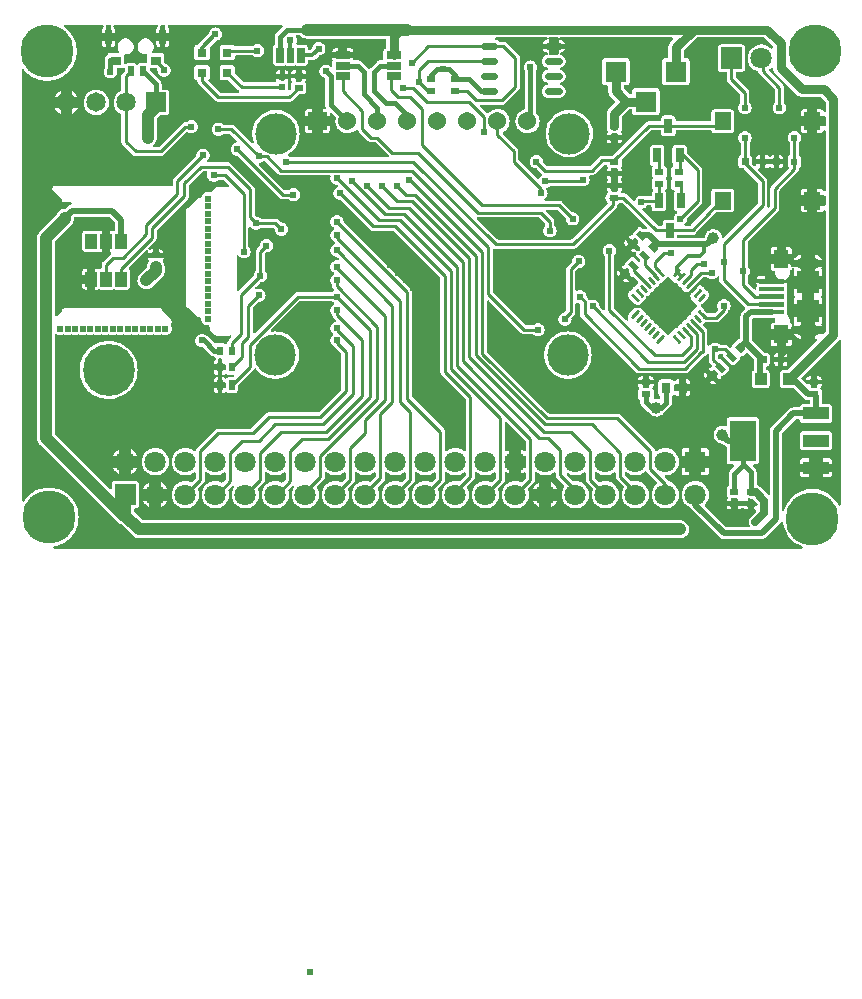
<source format=gtl>
G04 Layer: TopLayer*
G04 EasyEDA v6.4.17, 2021-08-18T09:55:10--4:00*
G04 6e8a5ac20ec34cd9bcedad4da788ba3a,10*
G04 Gerber Generator version 0.2*
G04 Scale: 100 percent, Rotated: No, Reflected: No *
G04 Dimensions in millimeters *
G04 leading zeros omitted , absolute positions ,4 integer and 5 decimal *
%FSLAX45Y45*%
%MOMM*%

%ADD10C,0.2540*%
%ADD11C,0.4500*%
%ADD12C,0.3500*%
%ADD13C,0.8000*%
%ADD14C,0.7500*%
%ADD15C,1.0000*%
%ADD16C,0.5000*%
%ADD17C,0.4000*%
%ADD18C,0.6500*%
%ADD19C,0.6000*%
%ADD20C,0.2800*%
%ADD21C,0.6096*%
%ADD22C,0.6100*%
%ADD23R,0.5400X0.5657*%
%ADD24R,0.8000X0.9000*%
%ADD25R,0.9000X0.8000*%
%ADD28R,0.8000X0.5000*%
%ADD29R,0.8000X0.8000*%
%ADD31R,1.3000X1.5000*%
%ADD32R,1.9000X1.9000*%
%ADD34R,1.2700X0.6350*%
%ADD35R,0.6000X0.6000*%
%ADD36R,0.5000X0.8000*%
%ADD37R,1.4000X1.5000*%
%ADD38R,2.2000X3.5000*%
%ADD39R,2.2000X1.1000*%
%ADD42R,0.7000X1.2500*%
%ADD43C,4.5000*%
%ADD44C,4.4000*%
%ADD45C,1.8000*%
%ADD46R,1.8000X1.8000*%
%ADD47C,3.5000*%
%ADD48C,1.5400*%
%ADD50C,1.6510*%
%ADD51R,1.6510X1.6510*%
%ADD52C,0.9500*%

%LPD*%
G36*
X6733540Y7427417D02*
G01*
X6729628Y7428179D01*
X6726326Y7430414D01*
X6713169Y7443571D01*
X6706971Y7448651D01*
X6700367Y7452207D01*
X6693204Y7454392D01*
X6685229Y7455153D01*
X6648907Y7455153D01*
X6644995Y7455916D01*
X6641693Y7458151D01*
X6640068Y7459776D01*
X6632041Y7465364D01*
X6623202Y7469530D01*
X6613753Y7472019D01*
X6604000Y7472883D01*
X6594246Y7472019D01*
X6584797Y7469530D01*
X6575958Y7465364D01*
X6567931Y7459776D01*
X6561023Y7452868D01*
X6559245Y7450277D01*
X6556146Y7447381D01*
X6552082Y7446009D01*
X6547866Y7446416D01*
X6544157Y7448550D01*
X6541668Y7451953D01*
X6540754Y7456119D01*
X6540754Y7563358D01*
X6539992Y7571333D01*
X6537807Y7578547D01*
X6534251Y7585151D01*
X6529171Y7591348D01*
X6506667Y7613802D01*
X6504330Y7617307D01*
X6503670Y7621473D01*
X6504736Y7625537D01*
X6512712Y7635138D01*
X6515354Y7640116D01*
X6517843Y7643164D01*
X6521348Y7645044D01*
X6525310Y7645450D01*
X6528307Y7645146D01*
X6616192Y7645146D01*
X6624167Y7645908D01*
X6631381Y7648092D01*
X6637985Y7651648D01*
X6644182Y7656728D01*
X6706971Y7719517D01*
X6712051Y7725714D01*
X6715607Y7732318D01*
X6717792Y7739532D01*
X6718808Y7743799D01*
X6720789Y7746644D01*
X6723176Y7749031D01*
X6728764Y7757058D01*
X6732930Y7765897D01*
X6735419Y7775346D01*
X6736283Y7785100D01*
X6735419Y7794853D01*
X6732930Y7804302D01*
X6728764Y7813141D01*
X6723176Y7821168D01*
X6716268Y7828076D01*
X6708241Y7833664D01*
X6699402Y7837830D01*
X6689953Y7840319D01*
X6680200Y7841183D01*
X6670446Y7840319D01*
X6660997Y7837830D01*
X6652158Y7833664D01*
X6644131Y7828076D01*
X6637223Y7821168D01*
X6631635Y7813141D01*
X6627469Y7804302D01*
X6624980Y7794853D01*
X6624116Y7785100D01*
X6624980Y7775346D01*
X6627469Y7765897D01*
X6630009Y7760512D01*
X6630974Y7756499D01*
X6630263Y7752435D01*
X6627977Y7749031D01*
X6603796Y7724851D01*
X6600494Y7722616D01*
X6596583Y7721853D01*
X6547916Y7721853D01*
X6544005Y7722616D01*
X6540703Y7724851D01*
X6524294Y7741259D01*
X6515607Y7748168D01*
X6499707Y7764068D01*
X6493306Y7769301D01*
X6488531Y7771892D01*
X6485686Y7774127D01*
X6483807Y7777225D01*
X6483197Y7780832D01*
X6483197Y7789367D01*
X6483807Y7792923D01*
X6485686Y7796072D01*
X6488531Y7798308D01*
X6493306Y7800848D01*
X6499707Y7806080D01*
X6542836Y7849260D01*
X6548069Y7855610D01*
X6551726Y7862468D01*
X6554012Y7869885D01*
X6554774Y7877606D01*
X6554012Y7885379D01*
X6551726Y7892796D01*
X6548069Y7899653D01*
X6543141Y7905648D01*
X6537147Y7910575D01*
X6530289Y7914233D01*
X6524802Y7915909D01*
X6521856Y7917332D01*
X6519519Y7919669D01*
X6518046Y7922666D01*
X6516370Y7928152D01*
X6512712Y7935010D01*
X6507784Y7941005D01*
X6501790Y7945932D01*
X6494932Y7949590D01*
X6489446Y7951266D01*
X6486448Y7952740D01*
X6484112Y7955076D01*
X6482638Y7958023D01*
X6480962Y7963560D01*
X6480098Y7965236D01*
X6465366Y7950504D01*
X6462979Y7948726D01*
X6457746Y7945932D01*
X6451396Y7940700D01*
X6408267Y7897571D01*
X6402984Y7891170D01*
X6399326Y7884312D01*
X6397091Y7876895D01*
X6396329Y7869174D01*
X6397091Y7861452D01*
X6399326Y7854035D01*
X6400190Y7852409D01*
X6401358Y7848295D01*
X6400749Y7844078D01*
X6398412Y7840472D01*
X6343040Y7785100D01*
X6398412Y7729728D01*
X6400749Y7726121D01*
X6401358Y7721853D01*
X6400190Y7717739D01*
X6399326Y7716164D01*
X6397650Y7710678D01*
X6396228Y7707680D01*
X6393891Y7705344D01*
X6390894Y7703870D01*
X6385407Y7702194D01*
X6378549Y7698536D01*
X6372555Y7693609D01*
X6367627Y7687614D01*
X6363970Y7680756D01*
X6362293Y7675270D01*
X6360820Y7672324D01*
X6358483Y7669987D01*
X6355537Y7668514D01*
X6350000Y7666837D01*
X6343142Y7663180D01*
X6337147Y7658252D01*
X6332220Y7652258D01*
X6328562Y7645400D01*
X6326886Y7639913D01*
X6325463Y7636916D01*
X6323126Y7634579D01*
X6320129Y7633106D01*
X6314643Y7631430D01*
X6307785Y7627772D01*
X6301790Y7622844D01*
X6296863Y7616850D01*
X6293205Y7609992D01*
X6291529Y7604506D01*
X6290056Y7601559D01*
X6287719Y7599222D01*
X6284772Y7597749D01*
X6279235Y7596073D01*
X6277660Y7595209D01*
X6273546Y7594041D01*
X6269278Y7594650D01*
X6265672Y7596987D01*
X6210300Y7652359D01*
X6154928Y7596987D01*
X6151321Y7594650D01*
X6147104Y7594041D01*
X6142939Y7595209D01*
X6141364Y7596073D01*
X6135878Y7597698D01*
X6132880Y7599172D01*
X6130544Y7601508D01*
X6129121Y7604506D01*
X6127445Y7609992D01*
X6123787Y7616850D01*
X6118860Y7622844D01*
X6112814Y7627772D01*
X6106007Y7631430D01*
X6100470Y7633106D01*
X6097524Y7634579D01*
X6095187Y7636916D01*
X6093714Y7639862D01*
X6092037Y7645400D01*
X6088380Y7652207D01*
X6083452Y7658252D01*
X6077458Y7663129D01*
X6070600Y7666837D01*
X6065113Y7668463D01*
X6062116Y7669936D01*
X6059779Y7672273D01*
X6058357Y7675270D01*
X6056680Y7680756D01*
X6053023Y7687614D01*
X6048095Y7693609D01*
X6042050Y7698536D01*
X6035243Y7702194D01*
X6029706Y7703870D01*
X6026759Y7705344D01*
X6024422Y7707680D01*
X6022949Y7710627D01*
X6021273Y7716164D01*
X6020409Y7717739D01*
X6019241Y7721853D01*
X6019901Y7726121D01*
X6022187Y7729728D01*
X6077610Y7785100D01*
X6022187Y7840472D01*
X6019901Y7844078D01*
X6019241Y7848346D01*
X6020409Y7852460D01*
X6021273Y7854035D01*
X6022949Y7859522D01*
X6024422Y7862519D01*
X6026759Y7864856D01*
X6029706Y7866329D01*
X6035243Y7868005D01*
X6042050Y7871663D01*
X6048095Y7876590D01*
X6053023Y7882585D01*
X6056680Y7889392D01*
X6058357Y7894929D01*
X6059779Y7897875D01*
X6062116Y7900212D01*
X6065113Y7901686D01*
X6070600Y7903362D01*
X6077458Y7907020D01*
X6083452Y7911947D01*
X6088380Y7917942D01*
X6092037Y7924800D01*
X6093714Y7930286D01*
X6095187Y7933283D01*
X6097524Y7935620D01*
X6100470Y7937093D01*
X6106007Y7938770D01*
X6112814Y7942427D01*
X6118860Y7947355D01*
X6123787Y7953349D01*
X6127445Y7960156D01*
X6129121Y7965694D01*
X6130544Y7968640D01*
X6132880Y7970977D01*
X6135878Y7972450D01*
X6141364Y7974126D01*
X6142939Y7974990D01*
X6147104Y7976158D01*
X6151321Y7975498D01*
X6154928Y7973212D01*
X6210300Y7917789D01*
X6265672Y7973161D01*
X6269278Y7975498D01*
X6273546Y7976158D01*
X6277660Y7974939D01*
X6279235Y7974126D01*
X6284772Y7972450D01*
X6287719Y7970977D01*
X6290056Y7968640D01*
X6291529Y7965643D01*
X6293205Y7960156D01*
X6296863Y7953298D01*
X6301790Y7947304D01*
X6307785Y7942376D01*
X6314643Y7938719D01*
X6320129Y7937042D01*
X6323126Y7935569D01*
X6325463Y7933232D01*
X6326886Y7930286D01*
X6328562Y7924800D01*
X6332220Y7917942D01*
X6337147Y7911947D01*
X6343142Y7907020D01*
X6350000Y7903362D01*
X6357416Y7901076D01*
X6365189Y7900314D01*
X6372910Y7901076D01*
X6380327Y7903362D01*
X6387185Y7907020D01*
X6393535Y7912252D01*
X6436715Y7955381D01*
X6443827Y7964373D01*
X6502603Y8023148D01*
X6505905Y8025384D01*
X6509816Y8026146D01*
X6533692Y8026146D01*
X6537604Y8025384D01*
X6540906Y8023148D01*
X6542531Y8021523D01*
X6550558Y8015935D01*
X6559397Y8011769D01*
X6568846Y8009280D01*
X6578600Y8008416D01*
X6588353Y8009280D01*
X6597802Y8011769D01*
X6606641Y8015935D01*
X6614668Y8021523D01*
X6621576Y8028431D01*
X6623354Y8031022D01*
X6626453Y8033918D01*
X6630517Y8035290D01*
X6634734Y8034883D01*
X6638442Y8032750D01*
X6640931Y8029346D01*
X6641846Y8025180D01*
X6641846Y8001508D01*
X6642608Y7993532D01*
X6644792Y7986318D01*
X6648348Y7979714D01*
X6653428Y7973517D01*
X6857746Y7769250D01*
X6859930Y7765948D01*
X6860692Y7762036D01*
X6859930Y7758175D01*
X6857746Y7754874D01*
X6835038Y7732166D01*
X6831888Y7728762D01*
X6829196Y7725257D01*
X6826859Y7721498D01*
X6824776Y7717586D01*
X6823100Y7713522D01*
X6821779Y7709306D01*
X6820814Y7704988D01*
X6820255Y7700619D01*
X6820052Y7695996D01*
X6820052Y7508290D01*
X6819290Y7504430D01*
X6817055Y7501128D01*
X6813753Y7498892D01*
X6809892Y7498130D01*
X6803694Y7498130D01*
X6798106Y7496860D01*
X6792925Y7494371D01*
X6787997Y7490459D01*
X6753453Y7455916D01*
X6749542Y7450988D01*
X6747052Y7445806D01*
X6745731Y7440218D01*
X6745731Y7437577D01*
X6744970Y7433716D01*
X6742785Y7430414D01*
X6739483Y7428179D01*
X6735572Y7427417D01*
G37*

%LPD*%
G36*
X7181189Y6048959D02*
G01*
X7177176Y6049568D01*
X7173671Y6051753D01*
X7171334Y6055106D01*
X7170521Y6059119D01*
X7170521Y6700977D01*
X7171283Y6704838D01*
X7173518Y6708140D01*
X7283907Y6818325D01*
X7287209Y6820560D01*
X7291070Y6821322D01*
X7314844Y6821322D01*
X7318451Y6820662D01*
X7321600Y6818731D01*
X7323886Y6815836D01*
X7325055Y6811416D01*
X7326934Y6805980D01*
X7329982Y6801154D01*
X7334046Y6797090D01*
X7338872Y6794042D01*
X7344308Y6792163D01*
X7350556Y6791452D01*
X7569403Y6791452D01*
X7575651Y6792163D01*
X7581087Y6794042D01*
X7585913Y6797090D01*
X7589977Y6801154D01*
X7593025Y6805980D01*
X7594904Y6811416D01*
X7595616Y6817664D01*
X7595616Y6926529D01*
X7594904Y6932777D01*
X7593025Y6938213D01*
X7589977Y6943039D01*
X7585913Y6947103D01*
X7581087Y6950151D01*
X7575651Y6952030D01*
X7569403Y6952742D01*
X7520787Y6952742D01*
X7516926Y6953503D01*
X7513624Y6955739D01*
X7511389Y6959041D01*
X7510627Y6962902D01*
X7510627Y7018578D01*
X7510424Y7023201D01*
X7509865Y7027418D01*
X7508189Y7033971D01*
X7507833Y7036511D01*
X7507833Y7061047D01*
X7507122Y7067296D01*
X7505242Y7072731D01*
X7502194Y7077557D01*
X7500315Y7079437D01*
X7498130Y7082739D01*
X7497368Y7086600D01*
X7498130Y7090511D01*
X7500315Y7093813D01*
X7502194Y7095642D01*
X7505242Y7100519D01*
X7507122Y7105903D01*
X7507833Y7112152D01*
X7507833Y7117740D01*
X7468565Y7117740D01*
X7468565Y7097420D01*
X7467752Y7093508D01*
X7465568Y7090257D01*
X7462266Y7088022D01*
X7458405Y7087260D01*
X7425994Y7087260D01*
X7422134Y7088022D01*
X7418831Y7090257D01*
X7416596Y7093508D01*
X7415834Y7097420D01*
X7415834Y7117740D01*
X7386828Y7117740D01*
X7382916Y7118553D01*
X7379614Y7120737D01*
X7362240Y7138111D01*
X7361021Y7139940D01*
X7359192Y7141159D01*
X7338314Y7162038D01*
X7336129Y7165340D01*
X7335367Y7169200D01*
X7336129Y7173112D01*
X7338314Y7176414D01*
X7653477Y7491526D01*
X7656728Y7493711D01*
X7660640Y7494473D01*
X7664551Y7493711D01*
X7667802Y7491526D01*
X7670038Y7488224D01*
X7670800Y7484313D01*
X7670800Y6101994D01*
X7669834Y6097625D01*
X7667040Y6094120D01*
X7663078Y6092139D01*
X7658608Y6092037D01*
X7654493Y6093866D01*
X7651648Y6097320D01*
X7646568Y6107023D01*
X7634833Y6125464D01*
X7621524Y6142837D01*
X7606741Y6158941D01*
X7590586Y6173724D01*
X7573264Y6187033D01*
X7554823Y6198768D01*
X7535418Y6208877D01*
X7515199Y6217259D01*
X7494371Y6223812D01*
X7473035Y6228537D01*
X7451344Y6231382D01*
X7429500Y6232347D01*
X7407656Y6231382D01*
X7385964Y6228537D01*
X7364628Y6223812D01*
X7343749Y6217259D01*
X7323581Y6208877D01*
X7304176Y6198768D01*
X7285736Y6187033D01*
X7268362Y6173724D01*
X7252258Y6158941D01*
X7237475Y6142837D01*
X7224166Y6125464D01*
X7212431Y6107023D01*
X7202322Y6087618D01*
X7193991Y6067450D01*
X7190384Y6056071D01*
X7188403Y6052464D01*
X7185152Y6049975D01*
G37*

%LPC*%
G36*
X7376515Y7155434D02*
G01*
X7415834Y7155434D01*
X7415834Y7187234D01*
X7402779Y7187234D01*
X7396480Y7186574D01*
X7391095Y7184644D01*
X7386218Y7181596D01*
X7382205Y7177582D01*
X7379157Y7172706D01*
X7377226Y7167321D01*
X7376515Y7161022D01*
G37*
G36*
X7468565Y7155434D02*
G01*
X7507833Y7155434D01*
X7507833Y7161022D01*
X7507122Y7167321D01*
X7505242Y7172706D01*
X7502194Y7177582D01*
X7498130Y7181596D01*
X7493304Y7184644D01*
X7487869Y7186574D01*
X7481620Y7187234D01*
X7468565Y7187234D01*
G37*
G36*
X7350556Y6561429D02*
G01*
X7569403Y6561429D01*
X7575651Y6562140D01*
X7581087Y6564020D01*
X7585913Y6567068D01*
X7589977Y6571132D01*
X7593025Y6576009D01*
X7594904Y6581394D01*
X7595616Y6587693D01*
X7595616Y6696506D01*
X7594904Y6702806D01*
X7593025Y6708190D01*
X7589977Y6713067D01*
X7585913Y6717131D01*
X7581087Y6720179D01*
X7575651Y6722059D01*
X7569403Y6722770D01*
X7350556Y6722770D01*
X7344308Y6722059D01*
X7338872Y6720179D01*
X7334046Y6717131D01*
X7329982Y6713067D01*
X7326934Y6708190D01*
X7325055Y6702806D01*
X7324344Y6696506D01*
X7324344Y6587693D01*
X7325055Y6581394D01*
X7326934Y6576009D01*
X7329982Y6571132D01*
X7334046Y6567068D01*
X7338872Y6564020D01*
X7344308Y6562140D01*
G37*
G36*
X7324344Y6445961D02*
G01*
X7398613Y6445961D01*
X7398613Y6492748D01*
X7350556Y6492748D01*
X7344308Y6492036D01*
X7338872Y6490157D01*
X7334046Y6487109D01*
X7329982Y6483045D01*
X7326934Y6478219D01*
X7325055Y6472783D01*
X7324344Y6466535D01*
G37*
G36*
X7521346Y6445961D02*
G01*
X7595616Y6445961D01*
X7595616Y6466535D01*
X7594904Y6472783D01*
X7593025Y6478219D01*
X7589977Y6483045D01*
X7585913Y6487109D01*
X7581087Y6490157D01*
X7575651Y6492036D01*
X7569403Y6492748D01*
X7521346Y6492748D01*
G37*
G36*
X7350556Y6331458D02*
G01*
X7398613Y6331458D01*
X7398613Y6378244D01*
X7324344Y6378244D01*
X7324344Y6357670D01*
X7325055Y6351422D01*
X7326934Y6345986D01*
X7329982Y6341160D01*
X7334046Y6337096D01*
X7338872Y6334048D01*
X7344308Y6332169D01*
G37*
G36*
X7521346Y6331458D02*
G01*
X7569403Y6331458D01*
X7575651Y6332169D01*
X7581087Y6334048D01*
X7585913Y6337096D01*
X7589977Y6341160D01*
X7593025Y6345986D01*
X7594904Y6351422D01*
X7595616Y6357670D01*
X7595616Y6378244D01*
X7521346Y6378244D01*
G37*

%LPD*%
G36*
X1011834Y5727700D02*
G01*
X1007719Y5728563D01*
X1004316Y5731052D01*
X1002182Y5734659D01*
X1001725Y5738876D01*
X1002995Y5742889D01*
X1005789Y5746038D01*
X1009650Y5747766D01*
X1030071Y5752287D01*
X1050899Y5758891D01*
X1071118Y5767273D01*
X1090523Y5777331D01*
X1108964Y5789117D01*
X1126286Y5802426D01*
X1142441Y5817158D01*
X1157224Y5833313D01*
X1170533Y5850636D01*
X1182268Y5869076D01*
X1192377Y5888482D01*
X1200708Y5908700D01*
X1207312Y5929528D01*
X1212037Y5950864D01*
X1214882Y5972556D01*
X1215847Y5994400D01*
X1214882Y6016244D01*
X1212037Y6037935D01*
X1207312Y6059271D01*
X1200708Y6080150D01*
X1192377Y6100318D01*
X1182268Y6119723D01*
X1170533Y6138164D01*
X1157224Y6155537D01*
X1142441Y6171641D01*
X1126286Y6186424D01*
X1108964Y6199733D01*
X1090523Y6211468D01*
X1071118Y6221577D01*
X1050899Y6229959D01*
X1030071Y6236512D01*
X1008735Y6241237D01*
X987044Y6244082D01*
X965200Y6245047D01*
X943356Y6244082D01*
X921664Y6241237D01*
X900328Y6236512D01*
X879449Y6229959D01*
X859282Y6221577D01*
X839876Y6211468D01*
X821436Y6199733D01*
X804062Y6186424D01*
X787958Y6171641D01*
X773176Y6155537D01*
X759866Y6138164D01*
X755345Y6131052D01*
X752297Y6127953D01*
X748233Y6126429D01*
X743915Y6126734D01*
X740105Y6128816D01*
X737514Y6132271D01*
X736600Y6136487D01*
X736600Y9776866D01*
X737463Y9780930D01*
X739902Y9784334D01*
X743508Y9786467D01*
X747623Y9786975D01*
X751636Y9785756D01*
X754837Y9783064D01*
X757986Y9778898D01*
X772769Y9762794D01*
X788873Y9748012D01*
X806246Y9734702D01*
X824687Y9722967D01*
X844092Y9712858D01*
X864260Y9704476D01*
X885139Y9697923D01*
X906475Y9693198D01*
X928166Y9690303D01*
X950010Y9689388D01*
X971854Y9690303D01*
X993495Y9693198D01*
X1014882Y9697923D01*
X1035710Y9704476D01*
X1055928Y9712858D01*
X1075334Y9722967D01*
X1093774Y9734702D01*
X1111097Y9748012D01*
X1127252Y9762794D01*
X1141984Y9778898D01*
X1155293Y9796272D01*
X1167079Y9814712D01*
X1177137Y9834067D01*
X1185519Y9854285D01*
X1192123Y9875164D01*
X1196848Y9896500D01*
X1199692Y9918192D01*
X1200658Y9940036D01*
X1199692Y9961880D01*
X1196848Y9983520D01*
X1192123Y10004907D01*
X1185519Y10025735D01*
X1177137Y10045954D01*
X1167079Y10065359D01*
X1155293Y10083800D01*
X1141984Y10101122D01*
X1127252Y10117226D01*
X1111097Y10132009D01*
X1098397Y10141762D01*
X1095654Y10144963D01*
X1094435Y10148976D01*
X1094943Y10153091D01*
X1097076Y10156698D01*
X1100480Y10159136D01*
X1104595Y10160000D01*
X1420520Y10160000D01*
X1424736Y10159085D01*
X1428242Y10156444D01*
X1430274Y10152634D01*
X1430578Y10148316D01*
X1429004Y10144252D01*
X1425905Y10141254D01*
X1424076Y10140086D01*
X1420012Y10136022D01*
X1416964Y10131196D01*
X1415084Y10125760D01*
X1414373Y10119512D01*
X1414373Y10096398D01*
X1448663Y10096398D01*
X1448663Y10149840D01*
X1449476Y10153751D01*
X1451660Y10157002D01*
X1454962Y10159238D01*
X1458823Y10160000D01*
X1481226Y10160000D01*
X1485138Y10159238D01*
X1488389Y10157002D01*
X1490624Y10153751D01*
X1491386Y10149840D01*
X1491386Y10096398D01*
X1525676Y10096398D01*
X1525676Y10119512D01*
X1524965Y10125760D01*
X1523085Y10131196D01*
X1520037Y10136022D01*
X1515973Y10140086D01*
X1514144Y10141254D01*
X1511046Y10144252D01*
X1509522Y10148316D01*
X1509776Y10152634D01*
X1511858Y10156444D01*
X1515313Y10159085D01*
X1519529Y10160000D01*
X1880514Y10160000D01*
X1884730Y10159085D01*
X1888236Y10156444D01*
X1890268Y10152634D01*
X1890572Y10148316D01*
X1888998Y10144252D01*
X1885899Y10141254D01*
X1884070Y10140086D01*
X1880006Y10136022D01*
X1876958Y10131196D01*
X1875078Y10125760D01*
X1874367Y10119512D01*
X1874367Y10096398D01*
X1908657Y10096398D01*
X1908657Y10149840D01*
X1909470Y10153751D01*
X1911654Y10157002D01*
X1914956Y10159238D01*
X1918817Y10160000D01*
X1941220Y10160000D01*
X1945132Y10159238D01*
X1948383Y10157002D01*
X1950618Y10153751D01*
X1951380Y10149840D01*
X1951380Y10096398D01*
X1985670Y10096398D01*
X1985670Y10119512D01*
X1984959Y10125760D01*
X1983079Y10131196D01*
X1980031Y10136022D01*
X1975967Y10140086D01*
X1974138Y10141254D01*
X1971039Y10144252D01*
X1969516Y10148316D01*
X1969770Y10152634D01*
X1971852Y10156444D01*
X1975307Y10159085D01*
X1979523Y10160000D01*
X2372004Y10160000D01*
X2374900Y10159339D01*
X2377795Y10160000D01*
X2933496Y10160000D01*
X2937408Y10159238D01*
X2940710Y10157002D01*
X2942894Y10153751D01*
X2943656Y10149840D01*
X2942894Y10145928D01*
X2940710Y10142677D01*
X2887522Y10089388D01*
X2882239Y10082428D01*
X2878480Y10074859D01*
X2876143Y10066782D01*
X2875330Y10057942D01*
X2875330Y9995763D01*
X2874568Y9991902D01*
X2872384Y9988600D01*
X2869234Y9985451D01*
X2866186Y9980625D01*
X2864307Y9975189D01*
X2863596Y9968941D01*
X2863596Y9843058D01*
X2864307Y9836810D01*
X2866186Y9831374D01*
X2869234Y9826548D01*
X2873298Y9822484D01*
X2878124Y9819436D01*
X2883560Y9817557D01*
X2889808Y9816846D01*
X2952191Y9816846D01*
X2958439Y9817557D01*
X2962097Y9818827D01*
X2965450Y9819386D01*
X2968802Y9818827D01*
X2972460Y9817557D01*
X2978708Y9816846D01*
X3041091Y9816846D01*
X3047339Y9817557D01*
X3050997Y9818827D01*
X3054350Y9819386D01*
X3057702Y9818827D01*
X3061360Y9817557D01*
X3067608Y9816846D01*
X3129991Y9816846D01*
X3136239Y9817557D01*
X3141675Y9819436D01*
X3146501Y9822484D01*
X3150565Y9826548D01*
X3153613Y9831374D01*
X3155492Y9836810D01*
X3156204Y9843058D01*
X3156204Y9852660D01*
X3156966Y9856571D01*
X3159201Y9859873D01*
X3162452Y9862058D01*
X3166364Y9862820D01*
X3197656Y9862870D01*
X3205886Y9864039D01*
X3213404Y9866579D01*
X3220364Y9870440D01*
X3226866Y9875824D01*
X3252774Y9901783D01*
X3255670Y9903764D01*
X3269183Y9907270D01*
X3278073Y9911435D01*
X3286048Y9917023D01*
X3292957Y9923932D01*
X3298596Y9931958D01*
X3302711Y9940798D01*
X3305251Y9950246D01*
X3306114Y9960000D01*
X3305251Y9969754D01*
X3302711Y9979202D01*
X3298596Y9988042D01*
X3292957Y9996068D01*
X3286048Y10002977D01*
X3278073Y10008565D01*
X3269183Y10012730D01*
X3259734Y10015220D01*
X3250031Y10016083D01*
X3240278Y10015220D01*
X3230829Y10012730D01*
X3221939Y10008565D01*
X3213963Y10002977D01*
X3207054Y9996068D01*
X3201416Y9988042D01*
X3197301Y9979202D01*
X3193796Y9965690D01*
X3191764Y9962794D01*
X3181096Y9952126D01*
X3177794Y9949942D01*
X3173933Y9949129D01*
X3166364Y9949129D01*
X3162452Y9949942D01*
X3159201Y9952126D01*
X3156966Y9955428D01*
X3156204Y9959289D01*
X3156204Y9968941D01*
X3155492Y9975189D01*
X3153613Y9980625D01*
X3150565Y9985451D01*
X3146501Y9989515D01*
X3141675Y9992563D01*
X3136239Y9994442D01*
X3129991Y9995154D01*
X3069844Y9995154D01*
X3065881Y9995966D01*
X3062528Y9998252D01*
X3060395Y10001656D01*
X3059684Y10005669D01*
X3060649Y10009632D01*
X3062630Y10013797D01*
X3065119Y10023246D01*
X3065983Y10033000D01*
X3065119Y10042753D01*
X3062630Y10052202D01*
X3058109Y10061803D01*
X3057194Y10065715D01*
X3057855Y10069728D01*
X3060039Y10073132D01*
X3063392Y10075418D01*
X3067354Y10076230D01*
X3084626Y10076230D01*
X3088690Y10075418D01*
X3092094Y10072979D01*
X3098139Y10066477D01*
X3106978Y10059416D01*
X3116783Y10053777D01*
X3127298Y10049611D01*
X3138322Y10047122D01*
X3149955Y10046258D01*
X3810406Y10046258D01*
X3814267Y10045496D01*
X3817569Y10043261D01*
X3819753Y10039959D01*
X3820566Y10036098D01*
X3820566Y9971125D01*
X3819702Y9967061D01*
X3817315Y9963708D01*
X3813759Y9961575D01*
X3811574Y9960813D01*
X3806748Y9957765D01*
X3802684Y9953701D01*
X3799636Y9948875D01*
X3797757Y9943439D01*
X3797046Y9937191D01*
X3797046Y9874808D01*
X3796741Y9869830D01*
X3794607Y9866172D01*
X3791204Y9863632D01*
X3787089Y9862769D01*
X3770020Y9862718D01*
X3761435Y9861499D01*
X3753459Y9858806D01*
X3746144Y9854742D01*
X3739286Y9849053D01*
X3688892Y9798659D01*
X3684778Y9793579D01*
X3682136Y9791141D01*
X3678732Y9789769D01*
X3675126Y9789668D01*
X3671671Y9790887D01*
X3668877Y9793224D01*
X3664153Y9798913D01*
X3612387Y9850577D01*
X3605428Y9855860D01*
X3597859Y9859619D01*
X3589782Y9861956D01*
X3580942Y9862769D01*
X3553561Y9862769D01*
X3549396Y9863632D01*
X3545992Y9866122D01*
X3543858Y9869830D01*
X3543554Y9874808D01*
X3543554Y9883749D01*
X3492449Y9883749D01*
X3491433Y9880142D01*
X3489198Y9877196D01*
X3485997Y9875215D01*
X3482340Y9874504D01*
X3426460Y9874504D01*
X3422802Y9875215D01*
X3419601Y9877196D01*
X3417366Y9880142D01*
X3416350Y9883749D01*
X3365246Y9883749D01*
X3365246Y9874808D01*
X3365957Y9868560D01*
X3367227Y9864902D01*
X3367786Y9861550D01*
X3367227Y9858197D01*
X3365957Y9854539D01*
X3365246Y9848291D01*
X3365246Y9818319D01*
X3364484Y9814407D01*
X3362248Y9811156D01*
X3358997Y9808921D01*
X3355086Y9808159D01*
X3351174Y9808921D01*
X3347923Y9811156D01*
X3346043Y9812985D01*
X3338068Y9818573D01*
X3329178Y9822738D01*
X3319729Y9825228D01*
X3309975Y9826091D01*
X3300272Y9825228D01*
X3290824Y9822738D01*
X3281934Y9818573D01*
X3273958Y9812985D01*
X3267049Y9806076D01*
X3261410Y9798050D01*
X3257296Y9789210D01*
X3254756Y9779762D01*
X3253892Y9770008D01*
X3254756Y9760254D01*
X3257296Y9750806D01*
X3261410Y9741966D01*
X3267049Y9733940D01*
X3273958Y9727031D01*
X3281934Y9721443D01*
X3290824Y9717278D01*
X3295802Y9715601D01*
X3297936Y9713976D01*
X3301644Y9710216D01*
X3303879Y9706965D01*
X3304641Y9703054D01*
X3304692Y9485020D01*
X3305962Y9475876D01*
X3308807Y9467443D01*
X3310178Y9464954D01*
X3311448Y9460941D01*
X3310940Y9456775D01*
X3308807Y9453168D01*
X3305403Y9450730D01*
X3301288Y9449866D01*
X3283356Y9449866D01*
X3283356Y9392056D01*
X3341166Y9392056D01*
X3341166Y9405924D01*
X3341928Y9409785D01*
X3344113Y9413087D01*
X3347415Y9415322D01*
X3351326Y9416084D01*
X3355187Y9415322D01*
X3358489Y9413087D01*
X3390341Y9381236D01*
X3392373Y9378340D01*
X3393287Y9374936D01*
X3392932Y9371380D01*
X3391915Y9367621D01*
X3390087Y9354058D01*
X3390087Y9340342D01*
X3391915Y9326778D01*
X3395522Y9313519D01*
X3400907Y9300921D01*
X3407867Y9289135D01*
X3416401Y9278366D01*
X3426256Y9268815D01*
X3437280Y9260687D01*
X3449320Y9254083D01*
X3462070Y9249156D01*
X3475431Y9246006D01*
X3489045Y9244634D01*
X3502761Y9245092D01*
X3516274Y9247378D01*
X3529380Y9251442D01*
X3541826Y9257182D01*
X3553358Y9264599D01*
X3563874Y9273438D01*
X3565956Y9275775D01*
X3569462Y9278264D01*
X3573627Y9279128D01*
X3577742Y9278213D01*
X3581196Y9275622D01*
X3583228Y9271914D01*
X3584092Y9269018D01*
X3587648Y9262414D01*
X3592728Y9256217D01*
X3668217Y9180728D01*
X3674414Y9175648D01*
X3681018Y9172092D01*
X3688232Y9169908D01*
X3696208Y9169146D01*
X3726383Y9169146D01*
X3730294Y9168384D01*
X3733596Y9166148D01*
X3839768Y9059976D01*
X3841953Y9056725D01*
X3842715Y9052814D01*
X3841953Y9048902D01*
X3839768Y9045651D01*
X3836466Y9043416D01*
X3832555Y9042654D01*
X3016707Y9042654D01*
X3012795Y9043416D01*
X3009493Y9045651D01*
X3007868Y9047276D01*
X2999841Y9052864D01*
X2995828Y9054744D01*
X2992323Y9057436D01*
X2990291Y9061297D01*
X2990088Y9065615D01*
X2991713Y9069679D01*
X2994863Y9072676D01*
X2998368Y9074759D01*
X3014167Y9086494D01*
X3028797Y9099702D01*
X3042005Y9114332D01*
X3053740Y9130131D01*
X3063849Y9146997D01*
X3072282Y9164828D01*
X3078886Y9183370D01*
X3083661Y9202470D01*
X3086557Y9221927D01*
X3087522Y9241586D01*
X3086557Y9261246D01*
X3083661Y9280753D01*
X3078886Y9299854D01*
X3072282Y9318396D01*
X3063849Y9336176D01*
X3053740Y9353092D01*
X3042005Y9368891D01*
X3028797Y9383471D01*
X3014167Y9396679D01*
X2998368Y9408414D01*
X2981502Y9418574D01*
X2963672Y9426956D01*
X2945130Y9433610D01*
X2926029Y9438386D01*
X2906572Y9441281D01*
X2886913Y9442246D01*
X2867253Y9441281D01*
X2847746Y9438386D01*
X2828645Y9433610D01*
X2810103Y9426956D01*
X2792323Y9418574D01*
X2775407Y9408414D01*
X2759608Y9396679D01*
X2745028Y9383471D01*
X2731820Y9368891D01*
X2720086Y9353092D01*
X2709926Y9336176D01*
X2701544Y9318396D01*
X2694889Y9299854D01*
X2690114Y9280753D01*
X2687218Y9261246D01*
X2686253Y9241586D01*
X2687218Y9221927D01*
X2690114Y9202470D01*
X2694889Y9183370D01*
X2698597Y9173006D01*
X2699207Y9169146D01*
X2698292Y9165336D01*
X2696006Y9162186D01*
X2692755Y9160103D01*
X2688894Y9159392D01*
X2685084Y9160205D01*
X2681884Y9162389D01*
X2537460Y9306763D01*
X2531262Y9311843D01*
X2524658Y9315399D01*
X2517495Y9317583D01*
X2509520Y9318345D01*
X2444902Y9318345D01*
X2440990Y9319107D01*
X2437688Y9321342D01*
X2436063Y9322968D01*
X2428036Y9328556D01*
X2419197Y9332722D01*
X2409748Y9335211D01*
X2399995Y9336074D01*
X2390241Y9335211D01*
X2380792Y9332722D01*
X2371953Y9328556D01*
X2363927Y9322968D01*
X2357018Y9316059D01*
X2351430Y9308033D01*
X2347264Y9299194D01*
X2344775Y9289745D01*
X2343912Y9279991D01*
X2344775Y9270238D01*
X2347264Y9260789D01*
X2351430Y9251950D01*
X2357018Y9243923D01*
X2363927Y9237014D01*
X2371953Y9231426D01*
X2380792Y9227261D01*
X2390241Y9224772D01*
X2399995Y9223908D01*
X2409748Y9224772D01*
X2419197Y9227261D01*
X2428036Y9231426D01*
X2436063Y9237014D01*
X2437688Y9238640D01*
X2440990Y9240875D01*
X2444902Y9241637D01*
X2489911Y9241637D01*
X2493822Y9240875D01*
X2497074Y9238640D01*
X2553766Y9181998D01*
X2556103Y9178442D01*
X2556764Y9174276D01*
X2555646Y9170162D01*
X2553004Y9166910D01*
X2549245Y9164980D01*
X2540812Y9162745D01*
X2531973Y9158579D01*
X2523947Y9152991D01*
X2517038Y9146082D01*
X2511450Y9138056D01*
X2507284Y9129217D01*
X2504795Y9119768D01*
X2503932Y9110014D01*
X2504795Y9100261D01*
X2507284Y9090812D01*
X2511450Y9081973D01*
X2517038Y9073946D01*
X2523947Y9067038D01*
X2531973Y9061450D01*
X2540812Y9057284D01*
X2550261Y9054795D01*
X2558338Y9054084D01*
X2561793Y9053169D01*
X2564638Y9051137D01*
X2917647Y8698128D01*
X2923844Y8693048D01*
X2930448Y8689492D01*
X2937662Y8687308D01*
X2945638Y8686546D01*
X2990392Y8686546D01*
X2994304Y8685784D01*
X2997606Y8683548D01*
X2999232Y8681923D01*
X3007258Y8676335D01*
X3016097Y8672169D01*
X3025546Y8669680D01*
X3035300Y8668816D01*
X3045053Y8669680D01*
X3054502Y8672169D01*
X3063341Y8676335D01*
X3071368Y8681923D01*
X3078276Y8688832D01*
X3083864Y8696858D01*
X3088030Y8705697D01*
X3090519Y8715146D01*
X3091383Y8724900D01*
X3090519Y8734653D01*
X3088030Y8744102D01*
X3083864Y8752941D01*
X3078276Y8760968D01*
X3071368Y8767876D01*
X3063341Y8773464D01*
X3054502Y8777630D01*
X3045053Y8780119D01*
X3035300Y8780983D01*
X3025546Y8780119D01*
X3016097Y8777630D01*
X3007258Y8773464D01*
X2999232Y8767876D01*
X2997606Y8766251D01*
X2994304Y8764016D01*
X2990392Y8763254D01*
X2965246Y8763254D01*
X2961335Y8764016D01*
X2958033Y8766251D01*
X2746248Y8978036D01*
X2743911Y8981592D01*
X2743250Y8985758D01*
X2744368Y8989822D01*
X2747010Y8993124D01*
X2750769Y8995054D01*
X2759202Y8997289D01*
X2768041Y9001404D01*
X2776067Y9007043D01*
X2777693Y9008668D01*
X2780995Y9010853D01*
X2784906Y9011615D01*
X2791714Y9011615D01*
X2795574Y9010853D01*
X2798876Y9008668D01*
X2906217Y8901328D01*
X2912414Y8896248D01*
X2919018Y8892692D01*
X2926232Y8890508D01*
X2934208Y8889746D01*
X3339236Y8889746D01*
X3342894Y8889085D01*
X3346043Y8887155D01*
X3348278Y8884208D01*
X3349345Y8880652D01*
X3349040Y8876944D01*
X3348380Y8874353D01*
X3347516Y8864600D01*
X3348380Y8854846D01*
X3350869Y8845397D01*
X3355035Y8836558D01*
X3360623Y8828532D01*
X3367532Y8821623D01*
X3375558Y8816035D01*
X3384397Y8811869D01*
X3393846Y8809380D01*
X3401923Y8808669D01*
X3405378Y8807754D01*
X3408984Y8804960D01*
X3411169Y8801760D01*
X3411982Y8797950D01*
X3411270Y8794140D01*
X3409238Y8790838D01*
X3406089Y8788603D01*
X3400958Y8786164D01*
X3392932Y8780576D01*
X3386023Y8773668D01*
X3380435Y8765641D01*
X3376269Y8756802D01*
X3373780Y8747353D01*
X3372916Y8737600D01*
X3373780Y8727846D01*
X3376269Y8718397D01*
X3380435Y8709558D01*
X3386023Y8701532D01*
X3392932Y8694623D01*
X3400958Y8689035D01*
X3409797Y8684869D01*
X3419246Y8682380D01*
X3427323Y8681669D01*
X3430778Y8680754D01*
X3433622Y8678722D01*
X3680917Y8431428D01*
X3687114Y8426348D01*
X3693718Y8422792D01*
X3700932Y8420608D01*
X3708908Y8419846D01*
X3878783Y8419846D01*
X3882694Y8419084D01*
X3885996Y8416848D01*
X4276648Y8026196D01*
X4278884Y8022894D01*
X4279646Y8018983D01*
X4279646Y7226808D01*
X4280408Y7218832D01*
X4282592Y7211618D01*
X4286148Y7205014D01*
X4291228Y7198817D01*
X4492548Y6997496D01*
X4494784Y6994194D01*
X4495546Y6990283D01*
X4495546Y6562496D01*
X4494580Y6558178D01*
X4491837Y6554673D01*
X4487926Y6552641D01*
X4483506Y6552488D01*
X4479391Y6554266D01*
X4468876Y6561937D01*
X4456125Y6568948D01*
X4442612Y6574281D01*
X4428591Y6577888D01*
X4414164Y6579717D01*
X4399635Y6579717D01*
X4385208Y6577888D01*
X4371187Y6574281D01*
X4357674Y6568948D01*
X4344924Y6561937D01*
X4334408Y6554266D01*
X4330293Y6552488D01*
X4325874Y6552641D01*
X4321962Y6554673D01*
X4319219Y6558178D01*
X4318254Y6562496D01*
X4318254Y6717792D01*
X4317492Y6725767D01*
X4315307Y6732981D01*
X4311751Y6739585D01*
X4306671Y6745782D01*
X4041851Y7010603D01*
X4039615Y7013905D01*
X4038854Y7017816D01*
X4038854Y7898892D01*
X4038092Y7906867D01*
X4035907Y7914081D01*
X4032351Y7920685D01*
X4027271Y7926882D01*
X3462477Y8491677D01*
X3460445Y8494522D01*
X3459530Y8497976D01*
X3458819Y8506053D01*
X3456330Y8515502D01*
X3452164Y8524341D01*
X3446576Y8532368D01*
X3439668Y8539276D01*
X3431641Y8544864D01*
X3422802Y8549030D01*
X3413353Y8551519D01*
X3403600Y8552383D01*
X3393846Y8551519D01*
X3384397Y8549030D01*
X3375558Y8544864D01*
X3367532Y8539276D01*
X3360623Y8532368D01*
X3355035Y8524341D01*
X3350869Y8515502D01*
X3348380Y8506053D01*
X3347516Y8496300D01*
X3348380Y8486546D01*
X3350869Y8477097D01*
X3355035Y8468258D01*
X3360623Y8460232D01*
X3367532Y8453323D01*
X3375914Y8447481D01*
X3378606Y8444687D01*
X3380028Y8441080D01*
X3380028Y8437219D01*
X3378606Y8433612D01*
X3375914Y8430818D01*
X3367532Y8424976D01*
X3360623Y8418068D01*
X3355035Y8410041D01*
X3350869Y8401202D01*
X3348380Y8391753D01*
X3347516Y8382000D01*
X3348380Y8372246D01*
X3350869Y8362797D01*
X3355035Y8353958D01*
X3360623Y8345931D01*
X3367532Y8339023D01*
X3371138Y8336025D01*
X3376828Y8329117D01*
X3383584Y8322360D01*
X3385769Y8319160D01*
X3386582Y8315350D01*
X3385870Y8311540D01*
X3383838Y8308238D01*
X3380689Y8306003D01*
X3375558Y8303564D01*
X3367532Y8297976D01*
X3360623Y8291068D01*
X3355035Y8283041D01*
X3350869Y8274202D01*
X3348380Y8264753D01*
X3347516Y8255000D01*
X3348380Y8245246D01*
X3350869Y8235797D01*
X3355035Y8226958D01*
X3360623Y8218931D01*
X3367532Y8212023D01*
X3375558Y8206435D01*
X3384397Y8202269D01*
X3393846Y8199780D01*
X3401923Y8199069D01*
X3405378Y8198154D01*
X3408222Y8196122D01*
X3416046Y8188299D01*
X3418281Y8184896D01*
X3418992Y8180831D01*
X3418078Y8176818D01*
X3415588Y8173567D01*
X3412032Y8171484D01*
X3407968Y8171027D01*
X3403600Y8171383D01*
X3393846Y8170519D01*
X3384397Y8168030D01*
X3375558Y8163864D01*
X3367532Y8158276D01*
X3360623Y8151368D01*
X3355035Y8143341D01*
X3350869Y8134502D01*
X3348380Y8125053D01*
X3347516Y8115300D01*
X3348380Y8105546D01*
X3350869Y8096097D01*
X3355035Y8087258D01*
X3360623Y8079231D01*
X3367532Y8072323D01*
X3375914Y8066481D01*
X3378606Y8063687D01*
X3380028Y8060080D01*
X3380028Y8056219D01*
X3378606Y8052612D01*
X3375914Y8049818D01*
X3367532Y8043976D01*
X3360623Y8037068D01*
X3355035Y8029041D01*
X3350869Y8020202D01*
X3348380Y8010753D01*
X3347516Y8001000D01*
X3348380Y7991246D01*
X3350869Y7981797D01*
X3355035Y7972958D01*
X3360623Y7964931D01*
X3362248Y7963306D01*
X3364484Y7960004D01*
X3365246Y7956092D01*
X3365246Y7950708D01*
X3366008Y7942732D01*
X3368192Y7935518D01*
X3371748Y7928914D01*
X3376117Y7923631D01*
X3378047Y7919923D01*
X3378301Y7915808D01*
X3376929Y7911896D01*
X3374085Y7908848D01*
X3367532Y7904276D01*
X3365906Y7902651D01*
X3362604Y7900416D01*
X3358692Y7899653D01*
X3073908Y7899653D01*
X3065932Y7898892D01*
X3058718Y7896707D01*
X3052114Y7893151D01*
X3045917Y7888071D01*
X2709976Y7552131D01*
X2706725Y7549946D01*
X2702814Y7549184D01*
X2698902Y7549946D01*
X2695651Y7552131D01*
X2693416Y7555433D01*
X2692654Y7559344D01*
X2692654Y7764983D01*
X2693416Y7768894D01*
X2695651Y7772196D01*
X2738577Y7815122D01*
X2741422Y7817154D01*
X2744876Y7818069D01*
X2752953Y7818780D01*
X2762402Y7821269D01*
X2771241Y7825435D01*
X2779268Y7831023D01*
X2786176Y7837931D01*
X2791764Y7845958D01*
X2795930Y7854797D01*
X2798419Y7864246D01*
X2799283Y7874000D01*
X2798419Y7883753D01*
X2795930Y7893202D01*
X2791764Y7902041D01*
X2786176Y7910068D01*
X2779268Y7916976D01*
X2771241Y7922564D01*
X2762402Y7926730D01*
X2752953Y7929219D01*
X2743200Y7930083D01*
X2733446Y7929219D01*
X2724759Y7926933D01*
X2720390Y7926730D01*
X2716326Y7928406D01*
X2713329Y7931658D01*
X2712008Y7935823D01*
X2712567Y7940192D01*
X2714955Y7943900D01*
X2751277Y7980222D01*
X2754122Y7982254D01*
X2757576Y7983169D01*
X2765653Y7983880D01*
X2775102Y7986369D01*
X2783941Y7990535D01*
X2791968Y7996123D01*
X2798876Y8003031D01*
X2804464Y8011058D01*
X2808630Y8019897D01*
X2811119Y8029346D01*
X2811983Y8039100D01*
X2811119Y8048853D01*
X2808630Y8058302D01*
X2804464Y8067141D01*
X2798876Y8075168D01*
X2797251Y8076793D01*
X2795016Y8080095D01*
X2794254Y8084007D01*
X2794254Y8222183D01*
X2795016Y8226094D01*
X2797251Y8229396D01*
X2802077Y8234222D01*
X2804922Y8236254D01*
X2808376Y8237169D01*
X2816453Y8237880D01*
X2825902Y8240369D01*
X2834741Y8244535D01*
X2842768Y8250123D01*
X2849676Y8257031D01*
X2855264Y8265058D01*
X2859430Y8273897D01*
X2861919Y8283346D01*
X2862783Y8293100D01*
X2861919Y8302853D01*
X2859430Y8312302D01*
X2855264Y8321141D01*
X2849676Y8329168D01*
X2842768Y8336076D01*
X2834741Y8341664D01*
X2825902Y8345830D01*
X2816453Y8348319D01*
X2806700Y8349183D01*
X2796946Y8348319D01*
X2787497Y8345830D01*
X2778658Y8341664D01*
X2770632Y8336076D01*
X2763723Y8329168D01*
X2758135Y8321141D01*
X2753969Y8312302D01*
X2751480Y8302853D01*
X2750769Y8294776D01*
X2749854Y8291322D01*
X2747822Y8288477D01*
X2729128Y8269782D01*
X2724048Y8263585D01*
X2720492Y8256981D01*
X2718308Y8249767D01*
X2717546Y8241792D01*
X2717546Y8084007D01*
X2716784Y8080095D01*
X2714548Y8076793D01*
X2712923Y8075168D01*
X2707335Y8067141D01*
X2703169Y8058302D01*
X2700680Y8048853D01*
X2699969Y8040776D01*
X2699054Y8037322D01*
X2697022Y8034477D01*
X2571902Y7909356D01*
X2568600Y7907121D01*
X2564739Y7906359D01*
X2560828Y7907121D01*
X2557526Y7909356D01*
X2555341Y7912658D01*
X2554579Y7916519D01*
X2554579Y8200694D01*
X2555443Y8204860D01*
X2557983Y8208264D01*
X2561640Y8210346D01*
X2565908Y8210753D01*
X2569921Y8209381D01*
X2580132Y8199323D01*
X2588158Y8193735D01*
X2596997Y8189569D01*
X2606446Y8187080D01*
X2616200Y8186216D01*
X2625953Y8187080D01*
X2635402Y8189569D01*
X2644241Y8193735D01*
X2652268Y8199323D01*
X2659176Y8206231D01*
X2664764Y8214258D01*
X2668930Y8223097D01*
X2671419Y8232546D01*
X2672283Y8242300D01*
X2671419Y8252053D01*
X2668930Y8261502D01*
X2664764Y8270341D01*
X2659176Y8278368D01*
X2657551Y8279993D01*
X2655316Y8283295D01*
X2654554Y8287207D01*
X2654554Y8444280D01*
X2655468Y8448446D01*
X2657957Y8451850D01*
X2661666Y8453983D01*
X2665882Y8454390D01*
X2669946Y8453018D01*
X2673045Y8450122D01*
X2674823Y8447532D01*
X2681732Y8440623D01*
X2689758Y8435035D01*
X2698597Y8430869D01*
X2708046Y8428380D01*
X2717800Y8427516D01*
X2727553Y8428380D01*
X2737002Y8430869D01*
X2745841Y8435035D01*
X2753868Y8440623D01*
X2755493Y8442248D01*
X2758795Y8444484D01*
X2762707Y8445246D01*
X2862783Y8445246D01*
X2866694Y8444484D01*
X2869996Y8442248D01*
X2874822Y8437422D01*
X2876854Y8434578D01*
X2877769Y8431123D01*
X2878480Y8423046D01*
X2880969Y8413597D01*
X2885135Y8404758D01*
X2890723Y8396732D01*
X2897632Y8389823D01*
X2905658Y8384235D01*
X2914497Y8380069D01*
X2923946Y8377580D01*
X2933700Y8376716D01*
X2943453Y8377580D01*
X2952902Y8380069D01*
X2961741Y8384235D01*
X2969768Y8389823D01*
X2976676Y8396732D01*
X2982264Y8404758D01*
X2986430Y8413597D01*
X2988919Y8423046D01*
X2989783Y8432800D01*
X2988919Y8442553D01*
X2986430Y8452002D01*
X2982264Y8460841D01*
X2976676Y8468868D01*
X2969768Y8475776D01*
X2961741Y8481364D01*
X2952902Y8485530D01*
X2943453Y8488019D01*
X2935376Y8488730D01*
X2931922Y8489645D01*
X2929077Y8491677D01*
X2910382Y8510371D01*
X2904185Y8515451D01*
X2897581Y8519007D01*
X2890367Y8521192D01*
X2882392Y8521954D01*
X2762707Y8521954D01*
X2758795Y8522716D01*
X2755493Y8524951D01*
X2753868Y8526576D01*
X2745841Y8532164D01*
X2737002Y8536330D01*
X2727553Y8538819D01*
X2719476Y8539530D01*
X2716022Y8540445D01*
X2713177Y8542477D01*
X2711399Y8544255D01*
X2709164Y8547557D01*
X2708402Y8551468D01*
X2708402Y8769604D01*
X2707640Y8777579D01*
X2705455Y8784793D01*
X2701899Y8791397D01*
X2696819Y8797594D01*
X2507538Y8986875D01*
X2501341Y8991955D01*
X2494737Y8995511D01*
X2487523Y8997696D01*
X2479548Y8998458D01*
X2311806Y8998458D01*
X2307640Y8999372D01*
X2304186Y9001861D01*
X2302103Y9005570D01*
X2301697Y9009786D01*
X2303068Y9013850D01*
X2312974Y9023908D01*
X2318613Y9031935D01*
X2322728Y9040825D01*
X2325268Y9050274D01*
X2326132Y9059976D01*
X2325268Y9069730D01*
X2322728Y9079179D01*
X2318613Y9088069D01*
X2312974Y9096095D01*
X2306066Y9103004D01*
X2298039Y9108592D01*
X2289200Y9112758D01*
X2279751Y9115247D01*
X2269998Y9116110D01*
X2260244Y9115247D01*
X2250795Y9112758D01*
X2241956Y9108592D01*
X2233930Y9103004D01*
X2227021Y9096095D01*
X2221382Y9088069D01*
X2217267Y9079179D01*
X2214727Y9069730D01*
X2214016Y9061551D01*
X2213102Y9058148D01*
X2211070Y9055252D01*
X2023262Y8867444D01*
X2018182Y8861247D01*
X2014626Y8854643D01*
X2012442Y8847429D01*
X2011680Y8839454D01*
X2011680Y8803589D01*
X2010714Y8799271D01*
X2008022Y8795766D01*
X2004110Y8793734D01*
X1999691Y8793581D01*
X1995627Y8795308D01*
X1991106Y8798102D01*
X1985721Y8799982D01*
X1979726Y8800642D01*
X1020267Y8800642D01*
X1014272Y8799982D01*
X1008887Y8798102D01*
X1004011Y8795054D01*
X999947Y8790990D01*
X996899Y8786114D01*
X995019Y8780729D01*
X994359Y8774988D01*
X995019Y8769299D01*
X996899Y8763863D01*
X999947Y8759037D01*
X1002080Y8756650D01*
X1071981Y8686749D01*
X1073962Y8683955D01*
X1075029Y8679332D01*
X1076960Y8673896D01*
X1080008Y8669070D01*
X1084072Y8665006D01*
X1088898Y8661958D01*
X1094333Y8660079D01*
X1100582Y8659368D01*
X1146911Y8659368D01*
X1150924Y8658504D01*
X1154277Y8656167D01*
X1156462Y8652611D01*
X1157020Y8648547D01*
X1155954Y8644585D01*
X1153363Y8641384D01*
X1149756Y8639454D01*
X1143355Y8637574D01*
X1139698Y8636050D01*
X1135430Y8633866D01*
X1132027Y8631732D01*
X1128217Y8628786D01*
X1125067Y8625941D01*
X1107338Y8608415D01*
X1104036Y8606282D01*
X1100175Y8605520D01*
X1094435Y8605520D01*
X1083259Y8603792D01*
X1072438Y8600490D01*
X1062278Y8595563D01*
X1052931Y8589213D01*
X1044651Y8581542D01*
X1037590Y8572703D01*
X1031951Y8562898D01*
X1030071Y8558072D01*
X1027785Y8554618D01*
X884732Y8411514D01*
X877671Y8402675D01*
X873099Y8395106D01*
X871982Y8392871D01*
X868578Y8384692D01*
X867816Y8382406D01*
X865682Y8373770D01*
X865276Y8371382D01*
X864463Y8362543D01*
X864463Y6664604D01*
X865276Y6655765D01*
X865682Y6653377D01*
X867816Y6644741D01*
X868578Y6642455D01*
X871982Y6634276D01*
X873099Y6632041D01*
X877671Y6624472D01*
X884732Y6615633D01*
X1548587Y5951778D01*
X1557426Y5944717D01*
X1567129Y5939028D01*
X1576578Y5935268D01*
X1579981Y5933033D01*
X1675587Y5837478D01*
X1684426Y5830417D01*
X1691995Y5825845D01*
X1694230Y5824728D01*
X1702409Y5821324D01*
X1704695Y5820562D01*
X1713331Y5818428D01*
X1715719Y5818022D01*
X1724558Y5817209D01*
X6311544Y5817158D01*
X6323177Y5818022D01*
X6334201Y5820511D01*
X6344716Y5824677D01*
X6354521Y5830316D01*
X6363360Y5837377D01*
X6371031Y5845657D01*
X6377381Y5855004D01*
X6382308Y5865164D01*
X6385610Y5875985D01*
X6387338Y5887161D01*
X6387338Y5898438D01*
X6385610Y5909614D01*
X6382308Y5920435D01*
X6377381Y5930595D01*
X6371031Y5939942D01*
X6363360Y5948222D01*
X6354521Y5955284D01*
X6344716Y5960922D01*
X6334201Y5965088D01*
X6323177Y5967577D01*
X6311544Y5968441D01*
X1762760Y5968441D01*
X1758848Y5969203D01*
X1755546Y5971438D01*
X1691538Y6035446D01*
X1689303Y6038748D01*
X1688541Y6042660D01*
X1688541Y6059068D01*
X1689303Y6062980D01*
X1691538Y6066282D01*
X1694840Y6068466D01*
X1698701Y6069228D01*
X1702307Y6069228D01*
X1708607Y6069939D01*
X1713992Y6071819D01*
X1718868Y6074918D01*
X1722882Y6078931D01*
X1725980Y6083808D01*
X1727860Y6089192D01*
X1728571Y6095492D01*
X1728571Y6274308D01*
X1727860Y6280607D01*
X1725980Y6285992D01*
X1722882Y6290868D01*
X1718868Y6294882D01*
X1713992Y6297930D01*
X1708607Y6299860D01*
X1702307Y6300571D01*
X1523492Y6300571D01*
X1517192Y6299860D01*
X1511808Y6297930D01*
X1506931Y6294882D01*
X1502918Y6290868D01*
X1499870Y6285992D01*
X1497939Y6280607D01*
X1497228Y6274308D01*
X1497228Y6241592D01*
X1496466Y6237681D01*
X1494282Y6234379D01*
X1490980Y6232194D01*
X1487068Y6231432D01*
X1483207Y6232194D01*
X1479905Y6234379D01*
X1018692Y6695592D01*
X1016457Y6698894D01*
X1015695Y6702806D01*
X1015695Y7533284D01*
X1016660Y7537551D01*
X1019352Y7541056D01*
X1023213Y7543088D01*
X1027633Y7543292D01*
X1040790Y7537297D01*
X1050239Y7534757D01*
X1059992Y7533894D01*
X1069746Y7534757D01*
X1079195Y7537297D01*
X1087424Y7541158D01*
X1091742Y7542123D01*
X1096060Y7541158D01*
X1104290Y7537297D01*
X1113739Y7534757D01*
X1123492Y7533894D01*
X1133246Y7534757D01*
X1142695Y7537297D01*
X1150924Y7541158D01*
X1155242Y7542123D01*
X1159560Y7541158D01*
X1167790Y7537297D01*
X1177239Y7534757D01*
X1186992Y7533894D01*
X1196746Y7534757D01*
X1206195Y7537297D01*
X1214424Y7541158D01*
X1218742Y7542123D01*
X1223060Y7541158D01*
X1231290Y7537297D01*
X1240739Y7534757D01*
X1250492Y7533894D01*
X1260246Y7534757D01*
X1269695Y7537297D01*
X1277924Y7541158D01*
X1282242Y7542123D01*
X1286560Y7541158D01*
X1294790Y7537297D01*
X1304239Y7534757D01*
X1313992Y7533894D01*
X1323746Y7534757D01*
X1333195Y7537297D01*
X1341424Y7541158D01*
X1345742Y7542123D01*
X1350060Y7541158D01*
X1358290Y7537297D01*
X1367739Y7534757D01*
X1377492Y7533894D01*
X1387246Y7534757D01*
X1396695Y7537297D01*
X1404924Y7541158D01*
X1409242Y7542123D01*
X1413560Y7541158D01*
X1421790Y7537297D01*
X1431239Y7534757D01*
X1440992Y7533894D01*
X1450746Y7534757D01*
X1460195Y7537297D01*
X1468424Y7541158D01*
X1472742Y7542123D01*
X1477060Y7541158D01*
X1485290Y7537297D01*
X1494739Y7534757D01*
X1504492Y7533894D01*
X1514246Y7534757D01*
X1523695Y7537297D01*
X1531924Y7541158D01*
X1536242Y7542123D01*
X1540560Y7541158D01*
X1548790Y7537297D01*
X1558239Y7534757D01*
X1567992Y7533894D01*
X1577746Y7534757D01*
X1587195Y7537297D01*
X1595424Y7541158D01*
X1599742Y7542123D01*
X1604060Y7541158D01*
X1612290Y7537297D01*
X1621739Y7534757D01*
X1631492Y7533894D01*
X1641246Y7534757D01*
X1650695Y7537297D01*
X1658924Y7541158D01*
X1663242Y7542123D01*
X1667560Y7541158D01*
X1675790Y7537297D01*
X1685239Y7534757D01*
X1694992Y7533894D01*
X1704746Y7534757D01*
X1714195Y7537297D01*
X1722424Y7541158D01*
X1726742Y7542123D01*
X1731060Y7541158D01*
X1739290Y7537297D01*
X1748739Y7534757D01*
X1758492Y7533894D01*
X1768246Y7534757D01*
X1777695Y7537297D01*
X1785924Y7541158D01*
X1790242Y7542123D01*
X1794560Y7541158D01*
X1802790Y7537297D01*
X1812239Y7534757D01*
X1821992Y7533894D01*
X1831746Y7534757D01*
X1841195Y7537297D01*
X1849424Y7541158D01*
X1853742Y7542123D01*
X1858060Y7541158D01*
X1866290Y7537297D01*
X1875739Y7534757D01*
X1885492Y7533894D01*
X1895246Y7534757D01*
X1904695Y7537297D01*
X1912924Y7541158D01*
X1917242Y7542123D01*
X1921560Y7541158D01*
X1929790Y7537297D01*
X1939239Y7534757D01*
X1948992Y7533894D01*
X1958746Y7534757D01*
X1968195Y7537297D01*
X1977034Y7541412D01*
X1985060Y7547051D01*
X1991969Y7553959D01*
X1997557Y7561935D01*
X2001723Y7570825D01*
X2004212Y7580274D01*
X2005075Y7589977D01*
X2004212Y7599730D01*
X2001723Y7609179D01*
X1995322Y7623048D01*
X1995576Y7627518D01*
X1997760Y7631430D01*
X2001723Y7636357D01*
X2004212Y7641539D01*
X2005482Y7647127D01*
X2005482Y7652867D01*
X2004212Y7658455D01*
X2001723Y7663637D01*
X1997964Y7668361D01*
X1928012Y7738262D01*
X1926031Y7741056D01*
X1924964Y7745679D01*
X1923034Y7751114D01*
X1919986Y7755940D01*
X1915972Y7760004D01*
X1911096Y7763052D01*
X1905711Y7764932D01*
X1899412Y7765643D01*
X1100582Y7765643D01*
X1094282Y7764932D01*
X1088898Y7763052D01*
X1084021Y7760004D01*
X1080008Y7755940D01*
X1076960Y7751114D01*
X1075029Y7745679D01*
X1073962Y7741056D01*
X1071981Y7738262D01*
X1033068Y7699349D01*
X1029766Y7697114D01*
X1025855Y7696352D01*
X1021994Y7697114D01*
X1018692Y7699349D01*
X1016457Y7702651D01*
X1015695Y7706512D01*
X1015695Y8324342D01*
X1016457Y8328253D01*
X1018692Y8331555D01*
X1155395Y8468309D01*
X1162456Y8477148D01*
X1167028Y8484717D01*
X1168146Y8486952D01*
X1171549Y8495131D01*
X1172311Y8497417D01*
X1174445Y8506053D01*
X1174851Y8508441D01*
X1175664Y8517229D01*
X1175715Y8529269D01*
X1176528Y8533130D01*
X1178712Y8536432D01*
X1182014Y8538616D01*
X1185875Y8539378D01*
X1474673Y8539378D01*
X1478584Y8538616D01*
X1481886Y8536381D01*
X1523441Y8494826D01*
X1525676Y8491524D01*
X1526438Y8487613D01*
X1526438Y8427466D01*
X1525574Y8423402D01*
X1523187Y8419998D01*
X1519631Y8417864D01*
X1516837Y8416899D01*
X1513484Y8416340D01*
X1510131Y8416899D01*
X1505712Y8418474D01*
X1499412Y8419134D01*
X1481328Y8419134D01*
X1481328Y8368080D01*
X1491183Y8368080D01*
X1495094Y8367318D01*
X1498346Y8365134D01*
X1500581Y8361832D01*
X1501343Y8357920D01*
X1501343Y8302040D01*
X1500581Y8298180D01*
X1498346Y8294878D01*
X1495094Y8292693D01*
X1491183Y8291880D01*
X1481328Y8291880D01*
X1481328Y8240826D01*
X1483766Y8240826D01*
X1488084Y8239912D01*
X1491589Y8237169D01*
X1493621Y8233257D01*
X1493774Y8228838D01*
X1492046Y8224774D01*
X1482547Y8216747D01*
X1423314Y8157514D01*
X1418234Y8151317D01*
X1414678Y8144713D01*
X1412494Y8137499D01*
X1411732Y8129524D01*
X1411732Y8109305D01*
X1410970Y8105444D01*
X1408734Y8102142D01*
X1405483Y8099907D01*
X1394307Y8098434D01*
X1389837Y8096910D01*
X1386484Y8096300D01*
X1383131Y8096910D01*
X1378712Y8098434D01*
X1372412Y8099145D01*
X1354328Y8099145D01*
X1354328Y8048091D01*
X1364183Y8048091D01*
X1368094Y8047329D01*
X1371346Y8045145D01*
X1373581Y8041843D01*
X1374343Y8037931D01*
X1374343Y7982051D01*
X1373581Y7978190D01*
X1371346Y7974888D01*
X1368094Y7972653D01*
X1364183Y7971891D01*
X1354328Y7971891D01*
X1354328Y7920837D01*
X1372412Y7920837D01*
X1378712Y7921548D01*
X1383131Y7923123D01*
X1386484Y7923682D01*
X1389837Y7923123D01*
X1394307Y7921548D01*
X1400556Y7920837D01*
X1499412Y7920837D01*
X1505712Y7921548D01*
X1510131Y7923123D01*
X1513484Y7923682D01*
X1516837Y7923123D01*
X1521307Y7921548D01*
X1527556Y7920837D01*
X1626412Y7920837D01*
X1632712Y7921548D01*
X1638096Y7923428D01*
X1642973Y7926476D01*
X1646986Y7930540D01*
X1650034Y7935417D01*
X1651965Y7940802D01*
X1652676Y7947050D01*
X1652676Y8072932D01*
X1651965Y8079181D01*
X1650034Y8084616D01*
X1646986Y8089442D01*
X1642567Y8093913D01*
X1640382Y8097164D01*
X1639620Y8101075D01*
X1640382Y8104987D01*
X1642567Y8108238D01*
X1789734Y8255406D01*
X1792935Y8257590D01*
X1796745Y8258403D01*
X1800555Y8257692D01*
X1803857Y8255660D01*
X1806143Y8252510D01*
X1807057Y8248700D01*
X1806498Y8244890D01*
X1805025Y8240725D01*
X1804365Y8234425D01*
X1804365Y8228838D01*
X1843633Y8228838D01*
X1843633Y8260638D01*
X1830578Y8260638D01*
X1824278Y8259978D01*
X1820113Y8258505D01*
X1816303Y8257946D01*
X1812493Y8258860D01*
X1809343Y8261146D01*
X1807311Y8264448D01*
X1806600Y8268258D01*
X1807413Y8272068D01*
X1809597Y8275269D01*
X1866747Y8332419D01*
X1871827Y8338616D01*
X1875383Y8345220D01*
X1877568Y8352434D01*
X1878330Y8360409D01*
X1878330Y8419795D01*
X1879092Y8423706D01*
X1881327Y8427008D01*
X2136749Y8682431D01*
X2141829Y8688628D01*
X2145385Y8695232D01*
X2147570Y8702446D01*
X2148332Y8710422D01*
X2148332Y8799779D01*
X2149094Y8803690D01*
X2151329Y8806992D01*
X2263089Y8918752D01*
X2266391Y8920988D01*
X2270302Y8921750D01*
X2297379Y8921750D01*
X2301036Y8921089D01*
X2304186Y8919159D01*
X2306472Y8916212D01*
X2307488Y8912656D01*
X2307234Y8908948D01*
X2304745Y8899753D01*
X2303881Y8890000D01*
X2304745Y8880246D01*
X2307285Y8870797D01*
X2311400Y8861958D01*
X2317038Y8853932D01*
X2323947Y8847023D01*
X2331923Y8841435D01*
X2340813Y8837269D01*
X2350262Y8834780D01*
X2359964Y8833916D01*
X2369718Y8834780D01*
X2379167Y8837269D01*
X2388057Y8841435D01*
X2396032Y8847023D01*
X2397709Y8848648D01*
X2400960Y8850884D01*
X2404872Y8851646D01*
X2439873Y8851646D01*
X2443784Y8850884D01*
X2447086Y8848648D01*
X2489504Y8806230D01*
X2491689Y8802979D01*
X2492451Y8799068D01*
X2491689Y8795156D01*
X2489504Y8791905D01*
X2486202Y8789670D01*
X2482291Y8788908D01*
X2389479Y8788908D01*
X2383485Y8788247D01*
X2378100Y8786368D01*
X2373223Y8783320D01*
X2370886Y8781186D01*
X2335834Y8746185D01*
X2332990Y8744153D01*
X2329535Y8743238D01*
X2326030Y8743543D01*
X2319731Y8745220D01*
X2309977Y8746083D01*
X2300274Y8745220D01*
X2290826Y8742730D01*
X2281936Y8738565D01*
X2273960Y8732977D01*
X2267051Y8726068D01*
X2261412Y8718042D01*
X2257298Y8709202D01*
X2255570Y8702649D01*
X2254046Y8699449D01*
X2251557Y8696960D01*
X2248357Y8695486D01*
X2244801Y8695182D01*
X2239822Y8695639D01*
X2234285Y8694978D01*
X2228900Y8693099D01*
X2224024Y8690051D01*
X2221636Y8687968D01*
X2151735Y8618016D01*
X2148941Y8616035D01*
X2144318Y8614968D01*
X2138883Y8613038D01*
X2134057Y8609990D01*
X2129993Y8605977D01*
X2126945Y8601100D01*
X2125065Y8595715D01*
X2124354Y8589416D01*
X2124354Y7790586D01*
X2125065Y7784287D01*
X2126945Y7778902D01*
X2129993Y7774025D01*
X2134057Y7770012D01*
X2138883Y7766964D01*
X2144318Y7765034D01*
X2148941Y7763967D01*
X2151735Y7761986D01*
X2221636Y7692085D01*
X2226360Y7688275D01*
X2231542Y7685786D01*
X2237130Y7684516D01*
X2243175Y7684566D01*
X2247036Y7684008D01*
X2250440Y7682077D01*
X2252827Y7678978D01*
X2253894Y7675219D01*
X2254758Y7664246D01*
X2257298Y7654798D01*
X2261412Y7645958D01*
X2267051Y7637932D01*
X2273960Y7631023D01*
X2281936Y7625435D01*
X2290826Y7621270D01*
X2300274Y7618780D01*
X2309977Y7617917D01*
X2314397Y7618272D01*
X2318562Y7617764D01*
X2322169Y7615681D01*
X2324608Y7612278D01*
X2325471Y7608163D01*
X2325471Y7595158D01*
X2326132Y7589164D01*
X2328011Y7583728D01*
X2331059Y7578852D01*
X2333142Y7576515D01*
X2370886Y7538821D01*
X2375560Y7535062D01*
X2380742Y7532573D01*
X2386330Y7531252D01*
X2389479Y7531100D01*
X2490520Y7531100D01*
X2493467Y7531252D01*
X2498750Y7532370D01*
X2503017Y7532319D01*
X2506929Y7530541D01*
X2509774Y7527239D01*
X2510942Y7523124D01*
X2510332Y7518857D01*
X2507996Y7515250D01*
X2487066Y7494320D01*
X2481986Y7488123D01*
X2478430Y7481519D01*
X2476246Y7474305D01*
X2475890Y7470394D01*
X2474976Y7467041D01*
X2472944Y7464196D01*
X2471013Y7462266D01*
X2467711Y7460030D01*
X2463800Y7459268D01*
X2459939Y7460030D01*
X2456637Y7462266D01*
X2454757Y7464094D01*
X2449931Y7467142D01*
X2444496Y7469073D01*
X2438247Y7469733D01*
X2389378Y7469733D01*
X2383180Y7469073D01*
X2376271Y7466482D01*
X2372461Y7465872D01*
X2368702Y7466685D01*
X2365552Y7468870D01*
X2309012Y7525359D01*
X2301646Y7530896D01*
X2292908Y7535316D01*
X2288133Y7538516D01*
X2279192Y7542733D01*
X2269744Y7545222D01*
X2259990Y7546086D01*
X2250236Y7545222D01*
X2240788Y7542733D01*
X2231948Y7538567D01*
X2223922Y7532979D01*
X2217013Y7526070D01*
X2211425Y7518044D01*
X2207260Y7509205D01*
X2204770Y7499756D01*
X2203907Y7490002D01*
X2204770Y7480249D01*
X2207260Y7470800D01*
X2211425Y7461961D01*
X2217013Y7453934D01*
X2223922Y7447025D01*
X2231948Y7441438D01*
X2240788Y7437272D01*
X2250236Y7434783D01*
X2260955Y7433818D01*
X2264410Y7432954D01*
X2267305Y7430922D01*
X2329484Y7368743D01*
X2336850Y7363206D01*
X2344826Y7359243D01*
X2353462Y7356805D01*
X2359253Y7356144D01*
X2362200Y7355331D01*
X2364740Y7353757D01*
X2366721Y7351420D01*
X2368804Y7348169D01*
X2372868Y7344105D01*
X2374798Y7342835D01*
X2377744Y7340041D01*
X2379370Y7336281D01*
X2379370Y7332218D01*
X2377744Y7328458D01*
X2374798Y7325664D01*
X2372868Y7324394D01*
X2368804Y7320381D01*
X2365756Y7315504D01*
X2363876Y7310120D01*
X2363165Y7303820D01*
X2363165Y7290765D01*
X2394966Y7290765D01*
X2394966Y7328306D01*
X2395728Y7332167D01*
X2397912Y7335469D01*
X2401214Y7337653D01*
X2405126Y7338466D01*
X2422499Y7338466D01*
X2426360Y7337653D01*
X2429662Y7335469D01*
X2431897Y7332167D01*
X2432659Y7328306D01*
X2432659Y7290765D01*
X2452979Y7290765D01*
X2456891Y7290003D01*
X2460193Y7287768D01*
X2462377Y7284466D01*
X2463139Y7280605D01*
X2463139Y7248194D01*
X2462377Y7244334D01*
X2460193Y7241031D01*
X2456891Y7238847D01*
X2452979Y7238034D01*
X2432659Y7238034D01*
X2432659Y7198766D01*
X2438247Y7198766D01*
X2444496Y7199477D01*
X2449931Y7201357D01*
X2454757Y7204405D01*
X2456637Y7206284D01*
X2459939Y7208469D01*
X2463800Y7209231D01*
X2467711Y7208469D01*
X2471013Y7206284D01*
X2472842Y7204405D01*
X2477719Y7201357D01*
X2483104Y7199477D01*
X2489352Y7198766D01*
X2521813Y7198766D01*
X2525725Y7198004D01*
X2529027Y7195769D01*
X2531211Y7192467D01*
X2531973Y7188606D01*
X2531211Y7184694D01*
X2528214Y7180630D01*
X2524912Y7178446D01*
X2521051Y7177633D01*
X2489352Y7177633D01*
X2483104Y7176973D01*
X2477668Y7175042D01*
X2472842Y7171994D01*
X2470962Y7170166D01*
X2467660Y7167930D01*
X2463800Y7167168D01*
X2459888Y7167930D01*
X2456586Y7170166D01*
X2454757Y7171994D01*
X2449880Y7175042D01*
X2444496Y7176973D01*
X2438196Y7177633D01*
X2432659Y7177633D01*
X2432659Y7138365D01*
X2452979Y7138365D01*
X2456840Y7137552D01*
X2460142Y7135368D01*
X2462377Y7132066D01*
X2463139Y7128205D01*
X2463139Y7095794D01*
X2462377Y7091934D01*
X2460142Y7088631D01*
X2456840Y7086447D01*
X2452979Y7085634D01*
X2432659Y7085634D01*
X2432659Y7046366D01*
X2438196Y7046366D01*
X2444496Y7047026D01*
X2449880Y7048957D01*
X2454757Y7052005D01*
X2456586Y7053834D01*
X2459888Y7056069D01*
X2463800Y7056831D01*
X2467660Y7056069D01*
X2470962Y7053834D01*
X2472842Y7052005D01*
X2477668Y7048957D01*
X2483104Y7047026D01*
X2489352Y7046366D01*
X2538222Y7046366D01*
X2544470Y7047026D01*
X2549906Y7048957D01*
X2554732Y7052005D01*
X2558796Y7056069D01*
X2561844Y7060895D01*
X2563723Y7066330D01*
X2564434Y7072579D01*
X2564434Y7104176D01*
X2565196Y7108037D01*
X2567432Y7111339D01*
X2693771Y7237679D01*
X2698851Y7243876D01*
X2701798Y7249414D01*
X2704388Y7252563D01*
X2707995Y7254392D01*
X2712059Y7254697D01*
X2715920Y7253376D01*
X2718917Y7250684D01*
X2727807Y7238695D01*
X2741015Y7224115D01*
X2755595Y7210907D01*
X2771444Y7199172D01*
X2788310Y7189063D01*
X2806141Y7180630D01*
X2824632Y7173975D01*
X2843733Y7169200D01*
X2863240Y7166305D01*
X2882900Y7165340D01*
X2902559Y7166305D01*
X2922066Y7169200D01*
X2941167Y7173975D01*
X2959658Y7180630D01*
X2977489Y7189063D01*
X2994355Y7199172D01*
X3010204Y7210907D01*
X3024784Y7224115D01*
X3037992Y7238695D01*
X3049727Y7254544D01*
X3059836Y7271410D01*
X3068269Y7289241D01*
X3074924Y7307732D01*
X3079699Y7326833D01*
X3082594Y7346340D01*
X3083560Y7366000D01*
X3082594Y7385659D01*
X3079699Y7405166D01*
X3074924Y7424267D01*
X3068269Y7442758D01*
X3059836Y7460589D01*
X3049727Y7477455D01*
X3037992Y7493304D01*
X3024784Y7507884D01*
X3010204Y7521092D01*
X2994355Y7532827D01*
X2977489Y7542936D01*
X2959658Y7551369D01*
X2941167Y7558024D01*
X2922066Y7562799D01*
X2902559Y7565694D01*
X2882900Y7566659D01*
X2863240Y7565694D01*
X2856992Y7564729D01*
X2852775Y7564983D01*
X2849067Y7566964D01*
X2846425Y7570216D01*
X2845358Y7574280D01*
X2846019Y7578445D01*
X2848305Y7582001D01*
X3086303Y7819948D01*
X3089605Y7822184D01*
X3093516Y7822946D01*
X3358692Y7822946D01*
X3362604Y7822184D01*
X3365906Y7819948D01*
X3367532Y7818323D01*
X3375914Y7812481D01*
X3378606Y7809687D01*
X3380028Y7806080D01*
X3380028Y7802219D01*
X3378606Y7798612D01*
X3375914Y7795818D01*
X3367532Y7789976D01*
X3360623Y7783068D01*
X3355035Y7775041D01*
X3350869Y7766202D01*
X3348380Y7756753D01*
X3347516Y7747000D01*
X3348380Y7737246D01*
X3350869Y7727797D01*
X3355035Y7718958D01*
X3360623Y7710931D01*
X3363010Y7708544D01*
X3364992Y7705699D01*
X3366008Y7701432D01*
X3368192Y7694218D01*
X3371748Y7687614D01*
X3376828Y7681417D01*
X3392881Y7665364D01*
X3395218Y7661808D01*
X3395878Y7657642D01*
X3394760Y7653578D01*
X3392119Y7650276D01*
X3388360Y7648346D01*
X3384397Y7647330D01*
X3375558Y7643164D01*
X3367532Y7637576D01*
X3360623Y7630668D01*
X3355035Y7622641D01*
X3350869Y7613802D01*
X3348380Y7604353D01*
X3347516Y7594600D01*
X3348380Y7584846D01*
X3350869Y7575397D01*
X3355035Y7566558D01*
X3360623Y7558531D01*
X3368192Y7550962D01*
X3370376Y7547660D01*
X3371138Y7543749D01*
X3370376Y7539888D01*
X3368192Y7536586D01*
X3360623Y7529068D01*
X3355035Y7521041D01*
X3350869Y7512202D01*
X3348380Y7502753D01*
X3347516Y7493000D01*
X3348380Y7483246D01*
X3350869Y7473797D01*
X3355035Y7464958D01*
X3360623Y7456931D01*
X3367532Y7450023D01*
X3371138Y7447025D01*
X3376828Y7440117D01*
X3438448Y7378496D01*
X3440684Y7375194D01*
X3441446Y7371283D01*
X3441446Y7081316D01*
X3440684Y7077405D01*
X3438448Y7074103D01*
X3250996Y6886651D01*
X3247694Y6884416D01*
X3243783Y6883653D01*
X2832608Y6883653D01*
X2824632Y6882892D01*
X2817418Y6880707D01*
X2810814Y6877151D01*
X2804617Y6872071D01*
X2679496Y6746951D01*
X2676194Y6744716D01*
X2672283Y6743953D01*
X2400808Y6743953D01*
X2392832Y6743192D01*
X2385618Y6741007D01*
X2379014Y6737451D01*
X2372817Y6732371D01*
X2221128Y6580682D01*
X2216048Y6574485D01*
X2212492Y6567881D01*
X2208987Y6556705D01*
X2206142Y6553606D01*
X2202281Y6551930D01*
X2198116Y6551930D01*
X2194255Y6553657D01*
X2182876Y6561937D01*
X2170125Y6568948D01*
X2156612Y6574281D01*
X2142591Y6577888D01*
X2128164Y6579717D01*
X2113635Y6579717D01*
X2099208Y6577888D01*
X2085187Y6574281D01*
X2071674Y6568948D01*
X2058924Y6561937D01*
X2047189Y6553403D01*
X2036622Y6543446D01*
X2027326Y6532270D01*
X2019554Y6520027D01*
X2013407Y6506870D01*
X2008886Y6493052D01*
X2006193Y6478778D01*
X2005279Y6464300D01*
X2006193Y6449822D01*
X2008886Y6435547D01*
X2013407Y6421729D01*
X2019554Y6408572D01*
X2027326Y6396329D01*
X2036622Y6385153D01*
X2047189Y6375196D01*
X2058924Y6366662D01*
X2071674Y6359652D01*
X2085187Y6354318D01*
X2099208Y6350711D01*
X2113635Y6348882D01*
X2128164Y6348882D01*
X2142591Y6350711D01*
X2156612Y6354318D01*
X2170125Y6359652D01*
X2182876Y6366662D01*
X2193391Y6374333D01*
X2197506Y6376111D01*
X2201926Y6375958D01*
X2205837Y6373926D01*
X2208580Y6370421D01*
X2209546Y6366103D01*
X2209546Y6332016D01*
X2208784Y6328105D01*
X2206548Y6324803D01*
X2175662Y6293916D01*
X2172411Y6291732D01*
X2168601Y6290970D01*
X2164740Y6291681D01*
X2156612Y6294882D01*
X2142591Y6298488D01*
X2128164Y6300317D01*
X2113635Y6300317D01*
X2099208Y6298488D01*
X2085187Y6294882D01*
X2071674Y6289548D01*
X2058924Y6282537D01*
X2047189Y6274003D01*
X2036622Y6264046D01*
X2027326Y6252870D01*
X2019554Y6240627D01*
X2013407Y6227470D01*
X2008886Y6213652D01*
X2006193Y6199378D01*
X2005279Y6184900D01*
X2006193Y6170422D01*
X2008886Y6156147D01*
X2013407Y6142329D01*
X2019554Y6129172D01*
X2027326Y6116929D01*
X2036622Y6105753D01*
X2047189Y6095796D01*
X2058924Y6087262D01*
X2071674Y6080252D01*
X2085187Y6074918D01*
X2099208Y6071311D01*
X2113635Y6069482D01*
X2128164Y6069482D01*
X2142591Y6071311D01*
X2156612Y6074918D01*
X2170125Y6080252D01*
X2182876Y6087262D01*
X2194610Y6095796D01*
X2205177Y6105753D01*
X2214473Y6116929D01*
X2222246Y6129172D01*
X2228392Y6142329D01*
X2232914Y6156147D01*
X2235606Y6170422D01*
X2236520Y6184900D01*
X2235606Y6199378D01*
X2232914Y6213652D01*
X2228392Y6227470D01*
X2227072Y6232296D01*
X2227783Y6236360D01*
X2230018Y6239814D01*
X2274671Y6284417D01*
X2279751Y6290614D01*
X2283307Y6297218D01*
X2285492Y6304432D01*
X2286254Y6312408D01*
X2286254Y6366103D01*
X2287219Y6370421D01*
X2289962Y6373926D01*
X2293874Y6375958D01*
X2298293Y6376111D01*
X2302408Y6374333D01*
X2312924Y6366662D01*
X2325674Y6359652D01*
X2339187Y6354318D01*
X2353208Y6350711D01*
X2367635Y6348882D01*
X2382164Y6348882D01*
X2396591Y6350711D01*
X2410612Y6354318D01*
X2424125Y6359652D01*
X2436876Y6366662D01*
X2447391Y6374333D01*
X2451506Y6376111D01*
X2455926Y6375958D01*
X2459837Y6373926D01*
X2462580Y6370421D01*
X2463546Y6366103D01*
X2463546Y6319316D01*
X2462784Y6315405D01*
X2460548Y6312103D01*
X2438450Y6290005D01*
X2434844Y6287668D01*
X2430526Y6287058D01*
X2426411Y6288278D01*
X2424125Y6289548D01*
X2410612Y6294882D01*
X2396591Y6298488D01*
X2382164Y6300317D01*
X2367635Y6300317D01*
X2353208Y6298488D01*
X2339187Y6294882D01*
X2325674Y6289548D01*
X2312924Y6282537D01*
X2301189Y6274003D01*
X2290622Y6264046D01*
X2281326Y6252870D01*
X2273554Y6240627D01*
X2267407Y6227470D01*
X2262886Y6213652D01*
X2260193Y6199378D01*
X2259279Y6184900D01*
X2260193Y6170422D01*
X2262886Y6156147D01*
X2267407Y6142329D01*
X2273554Y6129172D01*
X2281326Y6116929D01*
X2290622Y6105753D01*
X2301189Y6095796D01*
X2312924Y6087262D01*
X2325674Y6080252D01*
X2339187Y6074918D01*
X2353208Y6071311D01*
X2367635Y6069482D01*
X2382164Y6069482D01*
X2396591Y6071311D01*
X2410612Y6074918D01*
X2424125Y6080252D01*
X2436876Y6087262D01*
X2448610Y6095796D01*
X2459177Y6105753D01*
X2468473Y6116929D01*
X2476246Y6129172D01*
X2482392Y6142329D01*
X2486914Y6156147D01*
X2489606Y6170422D01*
X2490520Y6184900D01*
X2489606Y6199378D01*
X2486914Y6213652D01*
X2484831Y6220053D01*
X2484323Y6223711D01*
X2485186Y6227318D01*
X2487320Y6230366D01*
X2514650Y6257696D01*
X2518156Y6259982D01*
X2522321Y6260642D01*
X2526385Y6259576D01*
X2529687Y6256934D01*
X2531618Y6253226D01*
X2531872Y6249009D01*
X2530398Y6245047D01*
X2527554Y6240627D01*
X2521407Y6227470D01*
X2516886Y6213652D01*
X2514193Y6199378D01*
X2513279Y6184900D01*
X2514193Y6170422D01*
X2516886Y6156147D01*
X2521407Y6142329D01*
X2527554Y6129172D01*
X2535326Y6116929D01*
X2544622Y6105753D01*
X2555189Y6095796D01*
X2566924Y6087262D01*
X2579674Y6080252D01*
X2593187Y6074918D01*
X2607208Y6071311D01*
X2621635Y6069482D01*
X2636164Y6069482D01*
X2650591Y6071311D01*
X2664612Y6074918D01*
X2678125Y6080252D01*
X2690876Y6087262D01*
X2702610Y6095796D01*
X2713177Y6105753D01*
X2722473Y6116929D01*
X2730246Y6129172D01*
X2736392Y6142329D01*
X2740914Y6156147D01*
X2743606Y6170422D01*
X2744520Y6184900D01*
X2743606Y6199378D01*
X2740914Y6213652D01*
X2736392Y6227470D01*
X2735072Y6232296D01*
X2735783Y6236360D01*
X2738018Y6239814D01*
X2782671Y6284417D01*
X2787751Y6290614D01*
X2791307Y6297218D01*
X2793492Y6304432D01*
X2794254Y6312408D01*
X2794254Y6366103D01*
X2795219Y6370421D01*
X2797962Y6373926D01*
X2801874Y6375958D01*
X2806293Y6376111D01*
X2810408Y6374333D01*
X2820924Y6366662D01*
X2833674Y6359652D01*
X2847187Y6354318D01*
X2861208Y6350711D01*
X2875635Y6348882D01*
X2890164Y6348882D01*
X2904591Y6350711D01*
X2918612Y6354318D01*
X2932125Y6359652D01*
X2944876Y6366662D01*
X2955391Y6374333D01*
X2959506Y6376111D01*
X2963926Y6375958D01*
X2967837Y6373926D01*
X2970580Y6370421D01*
X2971546Y6366103D01*
X2971546Y6319316D01*
X2970784Y6315405D01*
X2968548Y6312103D01*
X2946450Y6290005D01*
X2942844Y6287668D01*
X2938526Y6287058D01*
X2934411Y6288278D01*
X2932125Y6289548D01*
X2918612Y6294882D01*
X2904591Y6298488D01*
X2890164Y6300317D01*
X2875635Y6300317D01*
X2861208Y6298488D01*
X2847187Y6294882D01*
X2833674Y6289548D01*
X2820924Y6282537D01*
X2809189Y6274003D01*
X2798622Y6264046D01*
X2789326Y6252870D01*
X2781554Y6240627D01*
X2775407Y6227470D01*
X2770886Y6213652D01*
X2768193Y6199378D01*
X2767279Y6184900D01*
X2768193Y6170422D01*
X2770886Y6156147D01*
X2775407Y6142329D01*
X2781554Y6129172D01*
X2789326Y6116929D01*
X2798622Y6105753D01*
X2809189Y6095796D01*
X2820924Y6087262D01*
X2833674Y6080252D01*
X2847187Y6074918D01*
X2861208Y6071311D01*
X2875635Y6069482D01*
X2890164Y6069482D01*
X2904591Y6071311D01*
X2918612Y6074918D01*
X2932125Y6080252D01*
X2944876Y6087262D01*
X2956610Y6095796D01*
X2967177Y6105753D01*
X2976473Y6116929D01*
X2984246Y6129172D01*
X2990392Y6142329D01*
X2994914Y6156147D01*
X2997606Y6170422D01*
X2998520Y6184900D01*
X2997606Y6199378D01*
X2994914Y6213652D01*
X2992831Y6220053D01*
X2992323Y6223711D01*
X2993186Y6227318D01*
X2995320Y6230366D01*
X3022650Y6257696D01*
X3026156Y6259982D01*
X3030321Y6260642D01*
X3034385Y6259576D01*
X3037687Y6256934D01*
X3039618Y6253226D01*
X3039872Y6249009D01*
X3038398Y6245047D01*
X3035554Y6240627D01*
X3029407Y6227470D01*
X3024886Y6213652D01*
X3022193Y6199378D01*
X3021279Y6184900D01*
X3022193Y6170422D01*
X3024886Y6156147D01*
X3029407Y6142329D01*
X3035554Y6129172D01*
X3043326Y6116929D01*
X3052622Y6105753D01*
X3063189Y6095796D01*
X3074924Y6087262D01*
X3087674Y6080252D01*
X3101187Y6074918D01*
X3115208Y6071311D01*
X3129635Y6069482D01*
X3144164Y6069482D01*
X3158591Y6071311D01*
X3172612Y6074918D01*
X3186125Y6080252D01*
X3198876Y6087262D01*
X3210610Y6095796D01*
X3221177Y6105753D01*
X3230473Y6116929D01*
X3238246Y6129172D01*
X3244392Y6142329D01*
X3248914Y6156147D01*
X3251606Y6170422D01*
X3252520Y6184900D01*
X3251606Y6199378D01*
X3248914Y6213652D01*
X3244392Y6227470D01*
X3238246Y6240627D01*
X3236061Y6243980D01*
X3234740Y6247130D01*
X3234537Y6250584D01*
X3235502Y6253835D01*
X3237484Y6256629D01*
X3290671Y6309817D01*
X3295751Y6316014D01*
X3299307Y6322618D01*
X3301492Y6329832D01*
X3302254Y6337808D01*
X3302254Y6366103D01*
X3303219Y6370421D01*
X3305962Y6373926D01*
X3309874Y6375958D01*
X3314293Y6376111D01*
X3318408Y6374333D01*
X3328924Y6366662D01*
X3341674Y6359652D01*
X3355187Y6354318D01*
X3369208Y6350711D01*
X3383635Y6348882D01*
X3398164Y6348882D01*
X3412591Y6350711D01*
X3426612Y6354318D01*
X3440125Y6359652D01*
X3452876Y6366662D01*
X3463391Y6374333D01*
X3467506Y6376111D01*
X3471926Y6375958D01*
X3475837Y6373926D01*
X3478580Y6370421D01*
X3479546Y6366103D01*
X3479546Y6332016D01*
X3478784Y6328105D01*
X3476548Y6324803D01*
X3445662Y6293916D01*
X3442411Y6291732D01*
X3438601Y6290970D01*
X3434740Y6291681D01*
X3426612Y6294882D01*
X3412591Y6298488D01*
X3398164Y6300317D01*
X3383635Y6300317D01*
X3369208Y6298488D01*
X3355187Y6294882D01*
X3341674Y6289548D01*
X3328924Y6282537D01*
X3317189Y6274003D01*
X3306622Y6264046D01*
X3297326Y6252870D01*
X3289554Y6240627D01*
X3283407Y6227470D01*
X3278886Y6213652D01*
X3276193Y6199378D01*
X3275279Y6184900D01*
X3276193Y6170422D01*
X3278886Y6156147D01*
X3283407Y6142329D01*
X3289554Y6129172D01*
X3297326Y6116929D01*
X3306622Y6105753D01*
X3317189Y6095796D01*
X3328924Y6087262D01*
X3341674Y6080252D01*
X3355187Y6074918D01*
X3369208Y6071311D01*
X3383635Y6069482D01*
X3398164Y6069482D01*
X3412591Y6071311D01*
X3426612Y6074918D01*
X3440125Y6080252D01*
X3452876Y6087262D01*
X3464610Y6095796D01*
X3475177Y6105753D01*
X3484473Y6116929D01*
X3492246Y6129172D01*
X3498392Y6142329D01*
X3502914Y6156147D01*
X3505606Y6170422D01*
X3506520Y6184900D01*
X3505606Y6199378D01*
X3502914Y6213652D01*
X3498392Y6227470D01*
X3497072Y6232296D01*
X3497783Y6236360D01*
X3500018Y6239814D01*
X3544671Y6284417D01*
X3549751Y6290614D01*
X3553307Y6297218D01*
X3555492Y6304432D01*
X3556254Y6312408D01*
X3556254Y6366103D01*
X3557219Y6370421D01*
X3559962Y6373926D01*
X3563874Y6375958D01*
X3568293Y6376111D01*
X3572408Y6374333D01*
X3582924Y6366662D01*
X3595674Y6359652D01*
X3609187Y6354318D01*
X3623208Y6350711D01*
X3637635Y6348882D01*
X3652164Y6348882D01*
X3666591Y6350711D01*
X3680612Y6354318D01*
X3694125Y6359652D01*
X3706876Y6366662D01*
X3717391Y6374333D01*
X3721506Y6376111D01*
X3725926Y6375958D01*
X3729837Y6373926D01*
X3732580Y6370421D01*
X3733546Y6366103D01*
X3733546Y6344716D01*
X3732784Y6340805D01*
X3730548Y6337503D01*
X3690518Y6297472D01*
X3687673Y6295491D01*
X3684320Y6294526D01*
X3680815Y6294831D01*
X3666591Y6298488D01*
X3652164Y6300317D01*
X3637635Y6300317D01*
X3623208Y6298488D01*
X3609187Y6294882D01*
X3595674Y6289548D01*
X3582924Y6282537D01*
X3571189Y6274003D01*
X3560622Y6264046D01*
X3551326Y6252870D01*
X3543554Y6240627D01*
X3537407Y6227470D01*
X3532886Y6213652D01*
X3530193Y6199378D01*
X3529279Y6184900D01*
X3530193Y6170422D01*
X3532886Y6156147D01*
X3537407Y6142329D01*
X3543554Y6129172D01*
X3551326Y6116929D01*
X3560622Y6105753D01*
X3571189Y6095796D01*
X3582924Y6087262D01*
X3595674Y6080252D01*
X3609187Y6074918D01*
X3623208Y6071311D01*
X3637635Y6069482D01*
X3652164Y6069482D01*
X3666591Y6071311D01*
X3680612Y6074918D01*
X3694125Y6080252D01*
X3706876Y6087262D01*
X3718610Y6095796D01*
X3729177Y6105753D01*
X3738473Y6116929D01*
X3746246Y6129172D01*
X3752392Y6142329D01*
X3756914Y6156147D01*
X3759606Y6170422D01*
X3760520Y6184900D01*
X3759606Y6199378D01*
X3756914Y6213652D01*
X3752392Y6227470D01*
X3747973Y6236919D01*
X3747008Y6240932D01*
X3747719Y6244996D01*
X3749954Y6248450D01*
X3798671Y6297117D01*
X3803751Y6303314D01*
X3807307Y6309918D01*
X3809492Y6317132D01*
X3810254Y6325108D01*
X3810254Y6366103D01*
X3811219Y6370421D01*
X3813962Y6373926D01*
X3817874Y6375958D01*
X3822293Y6376111D01*
X3826408Y6374333D01*
X3836924Y6366662D01*
X3849674Y6359652D01*
X3863187Y6354318D01*
X3877208Y6350711D01*
X3891635Y6348882D01*
X3906164Y6348882D01*
X3920591Y6350711D01*
X3934612Y6354318D01*
X3948125Y6359652D01*
X3960876Y6366662D01*
X3971391Y6374333D01*
X3975506Y6376111D01*
X3979926Y6375958D01*
X3983837Y6373926D01*
X3986580Y6370421D01*
X3987546Y6366103D01*
X3987546Y6332016D01*
X3986784Y6328105D01*
X3984548Y6324803D01*
X3953662Y6293916D01*
X3950411Y6291732D01*
X3946601Y6290970D01*
X3942740Y6291681D01*
X3934612Y6294882D01*
X3920591Y6298488D01*
X3906164Y6300317D01*
X3891635Y6300317D01*
X3877208Y6298488D01*
X3863187Y6294882D01*
X3849674Y6289548D01*
X3836924Y6282537D01*
X3825189Y6274003D01*
X3814622Y6264046D01*
X3805326Y6252870D01*
X3797554Y6240627D01*
X3791407Y6227470D01*
X3786886Y6213652D01*
X3784193Y6199378D01*
X3783279Y6184900D01*
X3784193Y6170422D01*
X3786886Y6156147D01*
X3791407Y6142329D01*
X3797554Y6129172D01*
X3805326Y6116929D01*
X3814622Y6105753D01*
X3825189Y6095796D01*
X3836924Y6087262D01*
X3849674Y6080252D01*
X3863187Y6074918D01*
X3877208Y6071311D01*
X3891635Y6069482D01*
X3906164Y6069482D01*
X3920591Y6071311D01*
X3934612Y6074918D01*
X3948125Y6080252D01*
X3960876Y6087262D01*
X3972610Y6095796D01*
X3983177Y6105753D01*
X3992473Y6116929D01*
X4000246Y6129172D01*
X4006392Y6142329D01*
X4010914Y6156147D01*
X4013606Y6170422D01*
X4014520Y6184900D01*
X4013606Y6199378D01*
X4010914Y6213652D01*
X4006392Y6227470D01*
X4005072Y6232296D01*
X4005783Y6236360D01*
X4008018Y6239814D01*
X4052671Y6284417D01*
X4057751Y6290614D01*
X4061307Y6297218D01*
X4063492Y6304432D01*
X4064254Y6312408D01*
X4064254Y6366103D01*
X4065219Y6370421D01*
X4067962Y6373926D01*
X4071874Y6375958D01*
X4076293Y6376111D01*
X4080408Y6374333D01*
X4090924Y6366662D01*
X4103674Y6359652D01*
X4117187Y6354318D01*
X4131208Y6350711D01*
X4145635Y6348882D01*
X4160164Y6348882D01*
X4174591Y6350711D01*
X4188612Y6354318D01*
X4202125Y6359652D01*
X4214876Y6366662D01*
X4225391Y6374333D01*
X4229506Y6376111D01*
X4233926Y6375958D01*
X4237837Y6373926D01*
X4240580Y6370421D01*
X4241546Y6366103D01*
X4241546Y6332016D01*
X4240784Y6328105D01*
X4238548Y6324803D01*
X4207662Y6293916D01*
X4204411Y6291732D01*
X4200601Y6290970D01*
X4196740Y6291681D01*
X4188612Y6294882D01*
X4174591Y6298488D01*
X4160164Y6300317D01*
X4145635Y6300317D01*
X4131208Y6298488D01*
X4117187Y6294882D01*
X4103674Y6289548D01*
X4090924Y6282537D01*
X4079189Y6274003D01*
X4068622Y6264046D01*
X4059326Y6252870D01*
X4051554Y6240627D01*
X4045407Y6227470D01*
X4040886Y6213652D01*
X4038193Y6199378D01*
X4037279Y6184900D01*
X4038193Y6170422D01*
X4040886Y6156147D01*
X4045407Y6142329D01*
X4051554Y6129172D01*
X4059326Y6116929D01*
X4068622Y6105753D01*
X4079189Y6095796D01*
X4090924Y6087262D01*
X4103674Y6080252D01*
X4117187Y6074918D01*
X4131208Y6071311D01*
X4145635Y6069482D01*
X4160164Y6069482D01*
X4174591Y6071311D01*
X4188612Y6074918D01*
X4202125Y6080252D01*
X4214876Y6087262D01*
X4226610Y6095796D01*
X4237177Y6105753D01*
X4246473Y6116929D01*
X4254246Y6129172D01*
X4260392Y6142329D01*
X4264914Y6156147D01*
X4267606Y6170422D01*
X4268520Y6184900D01*
X4267606Y6199378D01*
X4264914Y6213652D01*
X4260392Y6227470D01*
X4259072Y6232296D01*
X4259783Y6236360D01*
X4262018Y6239814D01*
X4306671Y6284417D01*
X4311751Y6290614D01*
X4315307Y6297218D01*
X4317492Y6304432D01*
X4318254Y6312408D01*
X4318254Y6366103D01*
X4319219Y6370421D01*
X4321962Y6373926D01*
X4325874Y6375958D01*
X4330293Y6376111D01*
X4334408Y6374333D01*
X4344924Y6366662D01*
X4357674Y6359652D01*
X4371187Y6354318D01*
X4385208Y6350711D01*
X4399635Y6348882D01*
X4414164Y6348882D01*
X4428591Y6350711D01*
X4442612Y6354318D01*
X4456125Y6359652D01*
X4468876Y6366662D01*
X4479391Y6374333D01*
X4483506Y6376111D01*
X4487926Y6375958D01*
X4491837Y6373926D01*
X4494580Y6370421D01*
X4495546Y6366103D01*
X4495546Y6357416D01*
X4494784Y6353505D01*
X4492548Y6350203D01*
X4442409Y6300063D01*
X4439564Y6298082D01*
X4436211Y6297168D01*
X4432706Y6297422D01*
X4428591Y6298488D01*
X4414164Y6300317D01*
X4399635Y6300317D01*
X4385208Y6298488D01*
X4371187Y6294882D01*
X4357674Y6289548D01*
X4344924Y6282537D01*
X4333189Y6274003D01*
X4322622Y6264046D01*
X4313326Y6252870D01*
X4305554Y6240627D01*
X4299407Y6227470D01*
X4294886Y6213652D01*
X4292193Y6199378D01*
X4291279Y6184900D01*
X4292193Y6170422D01*
X4294886Y6156147D01*
X4299407Y6142329D01*
X4305554Y6129172D01*
X4313326Y6116929D01*
X4322622Y6105753D01*
X4333189Y6095796D01*
X4344924Y6087262D01*
X4357674Y6080252D01*
X4371187Y6074918D01*
X4385208Y6071311D01*
X4399635Y6069482D01*
X4414164Y6069482D01*
X4428591Y6071311D01*
X4442612Y6074918D01*
X4456125Y6080252D01*
X4468876Y6087262D01*
X4480610Y6095796D01*
X4491177Y6105753D01*
X4500473Y6116929D01*
X4508246Y6129172D01*
X4514392Y6142329D01*
X4518914Y6156147D01*
X4521606Y6170422D01*
X4522520Y6184900D01*
X4521606Y6199378D01*
X4518914Y6213652D01*
X4514392Y6227470D01*
X4508246Y6240627D01*
X4506061Y6243980D01*
X4504740Y6247130D01*
X4504537Y6250584D01*
X4505502Y6253835D01*
X4507484Y6256629D01*
X4560671Y6309817D01*
X4565751Y6316014D01*
X4569307Y6322618D01*
X4571492Y6329832D01*
X4572254Y6337808D01*
X4572254Y6366103D01*
X4573219Y6370421D01*
X4575962Y6373926D01*
X4579874Y6375958D01*
X4584293Y6376111D01*
X4588408Y6374333D01*
X4598924Y6366662D01*
X4611674Y6359652D01*
X4625187Y6354318D01*
X4639208Y6350711D01*
X4653635Y6348882D01*
X4668164Y6348882D01*
X4682591Y6350711D01*
X4696612Y6354318D01*
X4710125Y6359652D01*
X4722876Y6366662D01*
X4733391Y6374333D01*
X4737506Y6376111D01*
X4741926Y6375958D01*
X4745837Y6373926D01*
X4748580Y6370421D01*
X4749546Y6366103D01*
X4749546Y6332016D01*
X4748784Y6328105D01*
X4746548Y6324803D01*
X4715662Y6293916D01*
X4712411Y6291732D01*
X4708601Y6290970D01*
X4704740Y6291681D01*
X4696612Y6294882D01*
X4682591Y6298488D01*
X4668164Y6300317D01*
X4653635Y6300317D01*
X4639208Y6298488D01*
X4625187Y6294882D01*
X4611674Y6289548D01*
X4598924Y6282537D01*
X4587189Y6274003D01*
X4576622Y6264046D01*
X4567326Y6252870D01*
X4559554Y6240627D01*
X4553407Y6227470D01*
X4548886Y6213652D01*
X4546193Y6199378D01*
X4545279Y6184900D01*
X4546193Y6170422D01*
X4548886Y6156147D01*
X4553407Y6142329D01*
X4559554Y6129172D01*
X4567326Y6116929D01*
X4576622Y6105753D01*
X4587189Y6095796D01*
X4598924Y6087262D01*
X4611674Y6080252D01*
X4625187Y6074918D01*
X4639208Y6071311D01*
X4653635Y6069482D01*
X4668164Y6069482D01*
X4682591Y6071311D01*
X4696612Y6074918D01*
X4710125Y6080252D01*
X4722876Y6087262D01*
X4734610Y6095796D01*
X4745177Y6105753D01*
X4754473Y6116929D01*
X4762246Y6129172D01*
X4768392Y6142329D01*
X4772914Y6156147D01*
X4775606Y6170422D01*
X4776520Y6184900D01*
X4775606Y6199378D01*
X4772914Y6213652D01*
X4768392Y6227470D01*
X4767072Y6232296D01*
X4767783Y6236360D01*
X4770018Y6239814D01*
X4814671Y6284417D01*
X4819751Y6290614D01*
X4823307Y6297218D01*
X4825492Y6304432D01*
X4826254Y6312408D01*
X4826254Y6366103D01*
X4827219Y6370421D01*
X4829962Y6373926D01*
X4833874Y6375958D01*
X4838293Y6376111D01*
X4842408Y6374333D01*
X4852924Y6366662D01*
X4863541Y6360820D01*
X4863541Y6412941D01*
X4836414Y6412941D01*
X4832502Y6413703D01*
X4829251Y6415938D01*
X4827016Y6419240D01*
X4826254Y6423101D01*
X4826254Y6505498D01*
X4827016Y6509359D01*
X4829251Y6512661D01*
X4832502Y6514896D01*
X4836414Y6515658D01*
X4863541Y6515658D01*
X4863541Y6567779D01*
X4852924Y6561937D01*
X4842408Y6554266D01*
X4838293Y6552488D01*
X4833874Y6552641D01*
X4829962Y6554673D01*
X4827219Y6558178D01*
X4826254Y6562496D01*
X4826254Y6791655D01*
X4827016Y6795566D01*
X4829251Y6798868D01*
X4832502Y6801053D01*
X4836414Y6801815D01*
X4840325Y6801053D01*
X4843576Y6798868D01*
X5000548Y6641896D01*
X5002784Y6638594D01*
X5003546Y6634683D01*
X5003546Y6562496D01*
X5002580Y6558178D01*
X4999837Y6554673D01*
X4995926Y6552641D01*
X4991506Y6552488D01*
X4987391Y6554266D01*
X4976876Y6561937D01*
X4966258Y6567779D01*
X4966258Y6515658D01*
X4993386Y6515658D01*
X4997297Y6514896D01*
X5000548Y6512661D01*
X5002784Y6509359D01*
X5003546Y6505498D01*
X5003546Y6423101D01*
X5002784Y6419240D01*
X5000548Y6415938D01*
X4997297Y6413703D01*
X4993386Y6412941D01*
X4966258Y6412941D01*
X4966258Y6360820D01*
X4976876Y6366662D01*
X4987391Y6374333D01*
X4991506Y6376111D01*
X4995926Y6375958D01*
X4999837Y6373926D01*
X5002580Y6370421D01*
X5003546Y6366103D01*
X5003546Y6332016D01*
X5002784Y6328105D01*
X5000548Y6324803D01*
X4969662Y6293916D01*
X4966411Y6291732D01*
X4962601Y6290970D01*
X4958740Y6291681D01*
X4950612Y6294882D01*
X4936591Y6298488D01*
X4922164Y6300317D01*
X4907635Y6300317D01*
X4893208Y6298488D01*
X4879187Y6294882D01*
X4865674Y6289548D01*
X4852924Y6282537D01*
X4841189Y6274003D01*
X4830622Y6264046D01*
X4821326Y6252870D01*
X4813554Y6240627D01*
X4807407Y6227470D01*
X4802886Y6213652D01*
X4800193Y6199378D01*
X4799279Y6184900D01*
X4800193Y6170422D01*
X4802886Y6156147D01*
X4807407Y6142329D01*
X4813554Y6129172D01*
X4821326Y6116929D01*
X4830622Y6105753D01*
X4841189Y6095796D01*
X4852924Y6087262D01*
X4865674Y6080252D01*
X4879187Y6074918D01*
X4893208Y6071311D01*
X4907635Y6069482D01*
X4922164Y6069482D01*
X4936591Y6071311D01*
X4950612Y6074918D01*
X4964125Y6080252D01*
X4976876Y6087262D01*
X4988610Y6095796D01*
X4999177Y6105753D01*
X5008473Y6116929D01*
X5016246Y6129172D01*
X5022392Y6142329D01*
X5026914Y6156147D01*
X5029606Y6170422D01*
X5030520Y6184900D01*
X5029606Y6199378D01*
X5026914Y6213652D01*
X5022392Y6227470D01*
X5021072Y6232296D01*
X5021783Y6236360D01*
X5024018Y6239814D01*
X5068671Y6284417D01*
X5073751Y6290614D01*
X5077307Y6297218D01*
X5079492Y6304432D01*
X5080254Y6312408D01*
X5080254Y6366103D01*
X5081219Y6370421D01*
X5083962Y6373926D01*
X5087874Y6375958D01*
X5092293Y6376111D01*
X5096408Y6374333D01*
X5106924Y6366662D01*
X5119674Y6359652D01*
X5133187Y6354318D01*
X5147208Y6350711D01*
X5161635Y6348882D01*
X5176164Y6348882D01*
X5190591Y6350711D01*
X5204612Y6354318D01*
X5218125Y6359652D01*
X5230876Y6366662D01*
X5241391Y6374333D01*
X5245506Y6376111D01*
X5249926Y6375958D01*
X5253837Y6373926D01*
X5256580Y6370421D01*
X5257546Y6366103D01*
X5257546Y6350508D01*
X5258308Y6342532D01*
X5260492Y6335318D01*
X5264048Y6328714D01*
X5269128Y6322517D01*
X5327243Y6264402D01*
X5329224Y6261608D01*
X5330190Y6258306D01*
X5329986Y6254902D01*
X5328666Y6251752D01*
X5321554Y6240627D01*
X5315407Y6227470D01*
X5310886Y6213652D01*
X5308193Y6199378D01*
X5307279Y6184900D01*
X5308193Y6170422D01*
X5310886Y6156147D01*
X5315407Y6142329D01*
X5321554Y6129172D01*
X5329326Y6116929D01*
X5338622Y6105753D01*
X5349189Y6095796D01*
X5360924Y6087262D01*
X5373674Y6080252D01*
X5387187Y6074918D01*
X5401208Y6071311D01*
X5415635Y6069482D01*
X5430164Y6069482D01*
X5444591Y6071311D01*
X5458612Y6074918D01*
X5472125Y6080252D01*
X5484876Y6087262D01*
X5496610Y6095796D01*
X5507177Y6105753D01*
X5516473Y6116929D01*
X5524246Y6129172D01*
X5530392Y6142329D01*
X5534914Y6156147D01*
X5537606Y6170422D01*
X5538520Y6184900D01*
X5537606Y6199378D01*
X5534914Y6213652D01*
X5530392Y6227470D01*
X5524246Y6240627D01*
X5516473Y6252870D01*
X5507177Y6264046D01*
X5496610Y6274003D01*
X5484876Y6282537D01*
X5472125Y6289548D01*
X5458612Y6294882D01*
X5444591Y6298488D01*
X5430164Y6300317D01*
X5415635Y6300317D01*
X5406542Y6299149D01*
X5403494Y6299250D01*
X5400548Y6300216D01*
X5398109Y6302044D01*
X5350408Y6349746D01*
X5348173Y6353149D01*
X5347462Y6357213D01*
X5348427Y6361226D01*
X5350865Y6364528D01*
X5354472Y6366560D01*
X5358536Y6367018D01*
X5362498Y6365798D01*
X5373674Y6359652D01*
X5387187Y6354318D01*
X5401208Y6350711D01*
X5415635Y6348882D01*
X5430164Y6348882D01*
X5444591Y6350711D01*
X5458612Y6354318D01*
X5472125Y6359652D01*
X5484876Y6366662D01*
X5495391Y6374333D01*
X5499506Y6376111D01*
X5503926Y6375958D01*
X5507837Y6373926D01*
X5510580Y6370421D01*
X5511546Y6366103D01*
X5511546Y6312408D01*
X5512308Y6304432D01*
X5514492Y6297218D01*
X5518048Y6290614D01*
X5523128Y6284417D01*
X5567781Y6239814D01*
X5570016Y6236360D01*
X5570728Y6232296D01*
X5569407Y6227470D01*
X5564886Y6213652D01*
X5562193Y6199378D01*
X5561279Y6184900D01*
X5562193Y6170422D01*
X5564886Y6156147D01*
X5569407Y6142329D01*
X5575554Y6129172D01*
X5583326Y6116929D01*
X5592622Y6105753D01*
X5603189Y6095796D01*
X5614924Y6087262D01*
X5627674Y6080252D01*
X5641187Y6074918D01*
X5655208Y6071311D01*
X5669635Y6069482D01*
X5684164Y6069482D01*
X5698591Y6071311D01*
X5712612Y6074918D01*
X5726125Y6080252D01*
X5738876Y6087262D01*
X5750610Y6095796D01*
X5761177Y6105753D01*
X5770473Y6116929D01*
X5778246Y6129172D01*
X5784392Y6142329D01*
X5788914Y6156147D01*
X5791606Y6170422D01*
X5792520Y6184900D01*
X5791606Y6199378D01*
X5788914Y6213652D01*
X5784392Y6227470D01*
X5778246Y6240627D01*
X5770473Y6252870D01*
X5761177Y6264046D01*
X5750610Y6274003D01*
X5738876Y6282537D01*
X5726125Y6289548D01*
X5712612Y6294882D01*
X5698591Y6298488D01*
X5684164Y6300317D01*
X5669635Y6300317D01*
X5655208Y6298488D01*
X5641187Y6294882D01*
X5633059Y6291681D01*
X5629198Y6290970D01*
X5625388Y6291732D01*
X5622137Y6293916D01*
X5591251Y6324803D01*
X5589016Y6328105D01*
X5588254Y6332016D01*
X5588254Y6366103D01*
X5589219Y6370421D01*
X5591962Y6373926D01*
X5595874Y6375958D01*
X5600293Y6376111D01*
X5604408Y6374333D01*
X5614924Y6366662D01*
X5627674Y6359652D01*
X5641187Y6354318D01*
X5655208Y6350711D01*
X5669635Y6348882D01*
X5684164Y6348882D01*
X5698591Y6350711D01*
X5712612Y6354318D01*
X5726125Y6359652D01*
X5738876Y6366662D01*
X5749391Y6374333D01*
X5753506Y6376111D01*
X5757926Y6375958D01*
X5761837Y6373926D01*
X5764580Y6370421D01*
X5765546Y6366103D01*
X5765546Y6337808D01*
X5766308Y6329832D01*
X5768492Y6322618D01*
X5772048Y6316014D01*
X5777128Y6309817D01*
X5830316Y6256629D01*
X5832297Y6253835D01*
X5833262Y6250584D01*
X5833059Y6247130D01*
X5831738Y6243980D01*
X5829554Y6240627D01*
X5823407Y6227470D01*
X5818886Y6213652D01*
X5816193Y6199378D01*
X5815279Y6184900D01*
X5816193Y6170422D01*
X5818886Y6156147D01*
X5823407Y6142329D01*
X5829554Y6129172D01*
X5837326Y6116929D01*
X5846622Y6105753D01*
X5857189Y6095796D01*
X5868924Y6087262D01*
X5881674Y6080252D01*
X5895187Y6074918D01*
X5909208Y6071311D01*
X5923635Y6069482D01*
X5938164Y6069482D01*
X5952591Y6071311D01*
X5966612Y6074918D01*
X5980125Y6080252D01*
X5992876Y6087262D01*
X6004610Y6095796D01*
X6015177Y6105753D01*
X6024473Y6116929D01*
X6032246Y6129172D01*
X6038392Y6142329D01*
X6042914Y6156147D01*
X6045606Y6170422D01*
X6046520Y6184900D01*
X6045606Y6199378D01*
X6042914Y6213652D01*
X6038392Y6227470D01*
X6032246Y6240627D01*
X6024473Y6252870D01*
X6015177Y6264046D01*
X6004610Y6274003D01*
X5992876Y6282537D01*
X5980125Y6289548D01*
X5966612Y6294882D01*
X5952591Y6298488D01*
X5938164Y6300317D01*
X5923635Y6300317D01*
X5909208Y6298488D01*
X5905093Y6297422D01*
X5901588Y6297168D01*
X5898235Y6298082D01*
X5895390Y6300063D01*
X5845251Y6350203D01*
X5843016Y6353505D01*
X5842254Y6357416D01*
X5842254Y6366103D01*
X5843219Y6370421D01*
X5845962Y6373926D01*
X5849874Y6375958D01*
X5854293Y6376111D01*
X5858408Y6374333D01*
X5868924Y6366662D01*
X5881674Y6359652D01*
X5895187Y6354318D01*
X5909208Y6350711D01*
X5923635Y6348882D01*
X5938164Y6348882D01*
X5952591Y6350711D01*
X5966612Y6354318D01*
X5980125Y6359652D01*
X5992876Y6366662D01*
X6004610Y6375196D01*
X6010808Y6381038D01*
X6014313Y6383172D01*
X6018428Y6383731D01*
X6022390Y6382664D01*
X6025591Y6380073D01*
X6031128Y6373317D01*
X6113932Y6290513D01*
X6116269Y6286855D01*
X6116878Y6282537D01*
X6115608Y6278372D01*
X6112713Y6275120D01*
X6111189Y6274003D01*
X6100622Y6264046D01*
X6091326Y6252870D01*
X6083554Y6240627D01*
X6077407Y6227470D01*
X6072886Y6213652D01*
X6070193Y6199378D01*
X6069279Y6184900D01*
X6070193Y6170422D01*
X6072886Y6156147D01*
X6077407Y6142329D01*
X6083554Y6129172D01*
X6091326Y6116929D01*
X6100622Y6105753D01*
X6111189Y6095796D01*
X6122924Y6087262D01*
X6135674Y6080252D01*
X6149187Y6074918D01*
X6163208Y6071311D01*
X6177635Y6069482D01*
X6192164Y6069482D01*
X6206591Y6071311D01*
X6220612Y6074918D01*
X6234125Y6080252D01*
X6246876Y6087262D01*
X6258610Y6095796D01*
X6269177Y6105753D01*
X6278473Y6116929D01*
X6286246Y6129172D01*
X6292392Y6142329D01*
X6296914Y6156147D01*
X6299606Y6170422D01*
X6300520Y6184900D01*
X6299606Y6199378D01*
X6296914Y6213652D01*
X6292392Y6227470D01*
X6286246Y6240627D01*
X6278473Y6252870D01*
X6269177Y6264046D01*
X6258610Y6274003D01*
X6246876Y6282537D01*
X6234125Y6289548D01*
X6216192Y6296507D01*
X6213805Y6298641D01*
X6211671Y6301282D01*
X6181394Y6331559D01*
X6179210Y6334861D01*
X6178397Y6338722D01*
X6179210Y6342634D01*
X6181394Y6345936D01*
X6184696Y6348120D01*
X6188557Y6348882D01*
X6192164Y6348882D01*
X6206591Y6350711D01*
X6220612Y6354318D01*
X6234125Y6359652D01*
X6246876Y6366662D01*
X6258610Y6375196D01*
X6269177Y6385153D01*
X6278473Y6396329D01*
X6286246Y6408572D01*
X6292392Y6421729D01*
X6296914Y6435547D01*
X6299606Y6449822D01*
X6300520Y6464300D01*
X6299606Y6478778D01*
X6296914Y6493052D01*
X6292392Y6506870D01*
X6286246Y6520027D01*
X6278473Y6532270D01*
X6269177Y6543446D01*
X6258610Y6553403D01*
X6246876Y6561937D01*
X6234125Y6568948D01*
X6220612Y6574281D01*
X6206591Y6577888D01*
X6192164Y6579717D01*
X6177635Y6579717D01*
X6163208Y6577888D01*
X6149187Y6574281D01*
X6135674Y6568948D01*
X6122924Y6561937D01*
X6111544Y6553657D01*
X6107684Y6551930D01*
X6103518Y6551930D01*
X6099657Y6553606D01*
X6096812Y6556705D01*
X6093307Y6567881D01*
X6089751Y6574485D01*
X6084671Y6580682D01*
X5805982Y6859371D01*
X5799785Y6864451D01*
X5793181Y6868007D01*
X5785967Y6870192D01*
X5777992Y6870953D01*
X5201716Y6870953D01*
X5197805Y6871716D01*
X5194503Y6873951D01*
X4676851Y7391603D01*
X4674616Y7394905D01*
X4673854Y7398816D01*
X4673854Y7820355D01*
X4674616Y7824266D01*
X4676851Y7827568D01*
X4680102Y7829753D01*
X4684014Y7830515D01*
X4687925Y7829753D01*
X4691176Y7827568D01*
X4963617Y7555128D01*
X4969814Y7550048D01*
X4976418Y7546492D01*
X4983632Y7544308D01*
X4991608Y7543546D01*
X5060492Y7543546D01*
X5064404Y7542784D01*
X5067706Y7540548D01*
X5069332Y7538923D01*
X5077358Y7533335D01*
X5086197Y7529169D01*
X5095646Y7526680D01*
X5105400Y7525816D01*
X5115153Y7526680D01*
X5124602Y7529169D01*
X5133441Y7533335D01*
X5141468Y7538923D01*
X5148376Y7545831D01*
X5153964Y7553858D01*
X5158130Y7562697D01*
X5160619Y7572146D01*
X5161483Y7581900D01*
X5160619Y7591653D01*
X5158130Y7601102D01*
X5153964Y7609941D01*
X5148376Y7617968D01*
X5141468Y7624876D01*
X5133441Y7630464D01*
X5124602Y7634630D01*
X5115153Y7637119D01*
X5105400Y7637983D01*
X5095646Y7637119D01*
X5086197Y7634630D01*
X5077358Y7630464D01*
X5069332Y7624876D01*
X5067706Y7623251D01*
X5064404Y7621016D01*
X5060492Y7620253D01*
X5011216Y7620253D01*
X5007305Y7621016D01*
X5004003Y7623251D01*
X4727651Y7899603D01*
X4725416Y7902905D01*
X4724654Y7906816D01*
X4724654Y8259876D01*
X4725365Y8263585D01*
X4727346Y8266785D01*
X4730394Y8269020D01*
X4734001Y8270036D01*
X4737760Y8269630D01*
X4742332Y8268208D01*
X4750308Y8267446D01*
X5405374Y8267446D01*
X5413349Y8268208D01*
X5420563Y8270392D01*
X5427167Y8273948D01*
X5433364Y8279028D01*
X5766663Y8612581D01*
X5771743Y8618778D01*
X5775299Y8625382D01*
X5777484Y8632596D01*
X5778246Y8640470D01*
X5779262Y8644077D01*
X5781548Y8647023D01*
X5784697Y8648954D01*
X5788355Y8649665D01*
X5792520Y8649665D01*
X5798769Y8650376D01*
X5804204Y8652256D01*
X5808472Y8654948D01*
X5811621Y8656218D01*
X5815025Y8656421D01*
X5818276Y8655456D01*
X5821070Y8653526D01*
X6027318Y8447278D01*
X6029502Y8443976D01*
X6030264Y8440064D01*
X6029502Y8436203D01*
X6027318Y8432901D01*
X6024016Y8430666D01*
X6020104Y8429904D01*
X6004153Y8429904D01*
X6000242Y8430666D01*
X5996940Y8432901D01*
X5986881Y8442960D01*
X5981954Y8446871D01*
X5976823Y8449360D01*
X5971235Y8450630D01*
X5965494Y8450630D01*
X5959906Y8449360D01*
X5954725Y8446871D01*
X5949797Y8442960D01*
X5915253Y8408416D01*
X5911342Y8403488D01*
X5908852Y8398306D01*
X5907582Y8392718D01*
X5907582Y8390077D01*
X5906770Y8386216D01*
X5904585Y8382914D01*
X5901283Y8380679D01*
X5897422Y8379917D01*
X5894781Y8379917D01*
X5889193Y8378647D01*
X5884011Y8376158D01*
X5879084Y8372246D01*
X5875172Y8368284D01*
X5902960Y8340496D01*
X5917336Y8354872D01*
X5920638Y8357057D01*
X5924499Y8357870D01*
X5928410Y8357057D01*
X5931712Y8354872D01*
X5954572Y8331962D01*
X5956808Y8328659D01*
X5957570Y8324799D01*
X5956808Y8320887D01*
X5954572Y8317636D01*
X5940196Y8303209D01*
X5969558Y8273897D01*
X5971743Y8270595D01*
X5972556Y8266684D01*
X5971743Y8262823D01*
X5969558Y8259521D01*
X5957265Y8247227D01*
X5953963Y8244992D01*
X5950102Y8244230D01*
X5946190Y8244992D01*
X5942888Y8247227D01*
X5913526Y8276590D01*
X5891072Y8254085D01*
X5900318Y8244840D01*
X5905246Y8240928D01*
X5910376Y8238439D01*
X5915964Y8237169D01*
X5921705Y8237169D01*
X5927648Y8238490D01*
X5931712Y8238591D01*
X5935522Y8237067D01*
X5938367Y8234172D01*
X5939891Y8230412D01*
X5939790Y8226348D01*
X5938469Y8220405D01*
X5938469Y8214715D01*
X5939739Y8209127D01*
X5942228Y8203946D01*
X5946140Y8199018D01*
X5968492Y8176666D01*
X5970727Y8173364D01*
X5971489Y8169452D01*
X5971489Y8165388D01*
X5970727Y8161477D01*
X5968492Y8158175D01*
X5965240Y8155990D01*
X5961329Y8155228D01*
X5957417Y8155990D01*
X5954166Y8158175D01*
X5923381Y8188959D01*
X5918454Y8192871D01*
X5913272Y8195360D01*
X5907684Y8196630D01*
X5901994Y8196630D01*
X5896406Y8195360D01*
X5891225Y8192871D01*
X5886297Y8188959D01*
X5851753Y8154416D01*
X5847842Y8149488D01*
X5845352Y8144306D01*
X5844032Y8138718D01*
X5844032Y8136077D01*
X5843270Y8132216D01*
X5841085Y8128914D01*
X5837783Y8126679D01*
X5833872Y8125917D01*
X5831281Y8125917D01*
X5825693Y8124647D01*
X5820511Y8122158D01*
X5815584Y8118246D01*
X5811621Y8114284D01*
X5839409Y8086496D01*
X5853836Y8100872D01*
X5857087Y8103057D01*
X5860999Y8103870D01*
X5864860Y8103057D01*
X5868162Y8100872D01*
X5874105Y8094929D01*
X5876340Y8091627D01*
X5877102Y8087766D01*
X5877102Y8080502D01*
X5877864Y8072526D01*
X5880049Y8065312D01*
X5880963Y8063687D01*
X5882132Y8059572D01*
X5881522Y8055305D01*
X5879185Y8051698D01*
X5876696Y8049209D01*
X5904484Y8021421D01*
X5908243Y8024114D01*
X5912104Y8024875D01*
X5916015Y8024114D01*
X5919317Y8021878D01*
X5949391Y7991805D01*
X5951677Y7988300D01*
X5952337Y7984134D01*
X5951270Y7980070D01*
X5943295Y7970418D01*
X5939637Y7963560D01*
X5937961Y7958074D01*
X5936488Y7955076D01*
X5934151Y7952740D01*
X5931204Y7951266D01*
X5925718Y7949641D01*
X5918860Y7945983D01*
X5912866Y7941056D01*
X5907938Y7935010D01*
X5904280Y7928203D01*
X5902604Y7922666D01*
X5901131Y7919720D01*
X5898794Y7917383D01*
X5895797Y7915909D01*
X5890310Y7914233D01*
X5883452Y7910575D01*
X5877458Y7905648D01*
X5872530Y7899653D01*
X5868873Y7892796D01*
X5866638Y7885379D01*
X5865876Y7877657D01*
X5866638Y7869936D01*
X5868873Y7862468D01*
X5872530Y7855661D01*
X5877763Y7849260D01*
X5920892Y7806131D01*
X5927293Y7800898D01*
X5932068Y7798308D01*
X5934964Y7796072D01*
X5936792Y7792923D01*
X5937453Y7789367D01*
X5937453Y7780832D01*
X5936792Y7777225D01*
X5934964Y7774127D01*
X5932068Y7771841D01*
X5927293Y7769301D01*
X5920892Y7764068D01*
X5877763Y7720939D01*
X5872530Y7714538D01*
X5868873Y7707680D01*
X5866638Y7700264D01*
X5865876Y7692542D01*
X5866638Y7684820D01*
X5868873Y7677353D01*
X5871057Y7673289D01*
X5872226Y7669377D01*
X5871718Y7665313D01*
X5869686Y7661757D01*
X5866384Y7659319D01*
X5862370Y7658353D01*
X5858357Y7659065D01*
X5854903Y7661351D01*
X5751271Y7764983D01*
X5749036Y7768285D01*
X5748274Y7772196D01*
X5748274Y8205012D01*
X5749036Y8208924D01*
X5751271Y8212226D01*
X5752947Y8213953D01*
X5758586Y8221929D01*
X5762701Y8230819D01*
X5765241Y8240268D01*
X5766104Y8249970D01*
X5765241Y8259724D01*
X5762701Y8269173D01*
X5758586Y8278063D01*
X5752947Y8286038D01*
X5746038Y8292947D01*
X5738063Y8298586D01*
X5729173Y8302701D01*
X5719724Y8305241D01*
X5710021Y8306104D01*
X5700268Y8305241D01*
X5690819Y8302701D01*
X5681929Y8298586D01*
X5673953Y8292947D01*
X5667044Y8286038D01*
X5661406Y8278063D01*
X5657291Y8269173D01*
X5654751Y8259724D01*
X5653887Y8249970D01*
X5654751Y8240268D01*
X5657291Y8230819D01*
X5661406Y8221929D01*
X5667044Y8213953D01*
X5668568Y8212378D01*
X5670804Y8209076D01*
X5671566Y8205165D01*
X5671566Y7757210D01*
X5670804Y7753299D01*
X5668568Y7750048D01*
X5665317Y7747812D01*
X5661406Y7747050D01*
X5657494Y7747812D01*
X5654243Y7750048D01*
X5628894Y7775346D01*
X5626862Y7778242D01*
X5625947Y7781645D01*
X5625236Y7789722D01*
X5622747Y7799171D01*
X5618581Y7808061D01*
X5612993Y7816037D01*
X5606084Y7822946D01*
X5598058Y7828584D01*
X5589219Y7832699D01*
X5579770Y7835239D01*
X5570016Y7836103D01*
X5560263Y7835239D01*
X5550814Y7832699D01*
X5549036Y7831886D01*
X5545328Y7830921D01*
X5541568Y7831429D01*
X5538216Y7833309D01*
X5535777Y7836306D01*
X5531967Y7843469D01*
X5526887Y7849666D01*
X5519877Y7856677D01*
X5517845Y7859522D01*
X5516930Y7862976D01*
X5516219Y7871053D01*
X5513730Y7880502D01*
X5509564Y7889341D01*
X5503976Y7897368D01*
X5497068Y7904276D01*
X5489041Y7909864D01*
X5480202Y7914030D01*
X5470753Y7916519D01*
X5461000Y7917383D01*
X5451246Y7916519D01*
X5441797Y7914030D01*
X5437632Y7912049D01*
X5433669Y7911084D01*
X5429656Y7911795D01*
X5426252Y7913928D01*
X5423966Y7917281D01*
X5423154Y7921244D01*
X5423154Y8074710D01*
X5423916Y8078571D01*
X5426151Y8081873D01*
X5445353Y8101126D01*
X5448249Y8103158D01*
X5451652Y8104073D01*
X5459730Y8104784D01*
X5469178Y8107273D01*
X5478068Y8111439D01*
X5486044Y8117027D01*
X5492953Y8123936D01*
X5498592Y8131962D01*
X5502706Y8140801D01*
X5505246Y8150250D01*
X5506110Y8160003D01*
X5505246Y8169757D01*
X5502706Y8179206D01*
X5498592Y8188045D01*
X5492953Y8196072D01*
X5486044Y8202980D01*
X5478068Y8208568D01*
X5469178Y8212734D01*
X5459730Y8215223D01*
X5450027Y8216087D01*
X5440273Y8215223D01*
X5430824Y8212734D01*
X5421934Y8208568D01*
X5413959Y8202980D01*
X5407050Y8196072D01*
X5401411Y8188045D01*
X5397296Y8179206D01*
X5394756Y8169757D01*
X5394045Y8161680D01*
X5393131Y8158225D01*
X5391099Y8155381D01*
X5358028Y8122259D01*
X5352948Y8116062D01*
X5349392Y8109458D01*
X5347208Y8102295D01*
X5346446Y8094319D01*
X5346446Y7754416D01*
X5345684Y7750505D01*
X5343448Y7747203D01*
X5323535Y7727238D01*
X5321401Y7725613D01*
X5318963Y7724597D01*
X5314797Y7723530D01*
X5305958Y7719364D01*
X5297932Y7713776D01*
X5291023Y7706868D01*
X5285435Y7698841D01*
X5281269Y7690002D01*
X5278780Y7680553D01*
X5277916Y7670800D01*
X5278780Y7661046D01*
X5281269Y7651597D01*
X5285435Y7642758D01*
X5291023Y7634731D01*
X5297932Y7627823D01*
X5305958Y7622235D01*
X5314797Y7618069D01*
X5324246Y7615580D01*
X5334000Y7614716D01*
X5343753Y7615580D01*
X5353202Y7618069D01*
X5362041Y7622235D01*
X5370068Y7627823D01*
X5376976Y7634731D01*
X5382564Y7642758D01*
X5386730Y7651597D01*
X5389219Y7661046D01*
X5390083Y7670800D01*
X5389321Y7679486D01*
X5389930Y7683804D01*
X5392267Y7687513D01*
X5411571Y7706817D01*
X5416651Y7713014D01*
X5420207Y7719618D01*
X5422392Y7726832D01*
X5423154Y7734808D01*
X5423154Y7801356D01*
X5423966Y7805318D01*
X5426252Y7808671D01*
X5429656Y7810804D01*
X5433669Y7811516D01*
X5437632Y7810550D01*
X5441797Y7808569D01*
X5456072Y7804962D01*
X5459069Y7802676D01*
X5461050Y7799527D01*
X5461762Y7795818D01*
X5461762Y7710424D01*
X5462524Y7702448D01*
X5464708Y7695234D01*
X5468264Y7688630D01*
X5473344Y7682433D01*
X5932627Y7223150D01*
X5938824Y7218070D01*
X5945428Y7214514D01*
X5952642Y7212330D01*
X5960618Y7211568D01*
X6347714Y7211568D01*
X6355689Y7212330D01*
X6362903Y7214514D01*
X6369507Y7218070D01*
X6375704Y7223150D01*
X6503416Y7350861D01*
X6506260Y7352893D01*
X6517081Y7355992D01*
X6523685Y7359548D01*
X6529476Y7364323D01*
X6534912Y7370978D01*
X6538112Y7373569D01*
X6542125Y7374686D01*
X6546189Y7374128D01*
X6549745Y7371943D01*
X6552082Y7368590D01*
X6552946Y7364526D01*
X6552946Y7322921D01*
X6553708Y7314946D01*
X6555892Y7307783D01*
X6559448Y7301128D01*
X6564528Y7294981D01*
X6577685Y7281824D01*
X6579870Y7278522D01*
X6580631Y7274610D01*
X6580631Y7272477D01*
X6579870Y7268616D01*
X6577685Y7265314D01*
X6574383Y7263079D01*
X6570472Y7262317D01*
X6567881Y7262317D01*
X6562293Y7261047D01*
X6557111Y7258558D01*
X6552184Y7254646D01*
X6548221Y7250684D01*
X6576009Y7222896D01*
X6590436Y7237272D01*
X6593687Y7239457D01*
X6597599Y7240270D01*
X6601459Y7239457D01*
X6604762Y7237272D01*
X6627672Y7214362D01*
X6629857Y7211059D01*
X6630670Y7207199D01*
X6629857Y7203287D01*
X6627672Y7200036D01*
X6613296Y7185609D01*
X6641084Y7157821D01*
X6645046Y7161784D01*
X6648958Y7166711D01*
X6651447Y7171893D01*
X6652717Y7177481D01*
X6652717Y7180072D01*
X6653479Y7183983D01*
X6655714Y7187285D01*
X6659016Y7189470D01*
X6662877Y7190231D01*
X6665518Y7190231D01*
X6671106Y7191552D01*
X6676288Y7194042D01*
X6681216Y7197953D01*
X6715759Y7232497D01*
X6719671Y7237425D01*
X6722160Y7242606D01*
X6723430Y7248194D01*
X6723430Y7253884D01*
X6722160Y7259472D01*
X6719671Y7264653D01*
X6715759Y7269581D01*
X6659981Y7325359D01*
X6655053Y7329271D01*
X6649872Y7331760D01*
X6644284Y7333030D01*
X6639814Y7333030D01*
X6635902Y7333792D01*
X6632651Y7336028D01*
X6630416Y7339330D01*
X6629653Y7343190D01*
X6629653Y7361275D01*
X6630162Y7364475D01*
X6631686Y7367320D01*
X6633972Y7369556D01*
X6640068Y7373823D01*
X6641693Y7375448D01*
X6644995Y7377684D01*
X6648907Y7378446D01*
X6664909Y7378446D01*
X6668770Y7377684D01*
X6672072Y7375448D01*
X6674256Y7372197D01*
X6675069Y7368286D01*
X6675069Y7363764D01*
X6676339Y7358176D01*
X6678828Y7353046D01*
X6682740Y7348118D01*
X6738518Y7292340D01*
X6743446Y7288428D01*
X6748576Y7285939D01*
X6754164Y7284669D01*
X6759905Y7284669D01*
X6765493Y7285939D01*
X6770674Y7288428D01*
X6775602Y7292340D01*
X6810146Y7326884D01*
X6814058Y7331811D01*
X6816547Y7336993D01*
X6817817Y7342581D01*
X6817817Y7345172D01*
X6818579Y7349083D01*
X6820814Y7352385D01*
X6824116Y7354570D01*
X6827977Y7355331D01*
X6830618Y7355331D01*
X6836206Y7356652D01*
X6841388Y7359142D01*
X6846316Y7363053D01*
X6868363Y7385151D01*
X6871665Y7387336D01*
X6875576Y7388098D01*
X6879437Y7387336D01*
X6882739Y7385151D01*
X6931355Y7336536D01*
X6933590Y7333234D01*
X6934352Y7329322D01*
X6934352Y7243622D01*
X6933793Y7240270D01*
X6932117Y7237323D01*
X6929577Y7235037D01*
X6926021Y7232802D01*
X6922008Y7228738D01*
X6918959Y7223912D01*
X6917029Y7218476D01*
X6916369Y7212228D01*
X6916369Y7113371D01*
X6917029Y7107123D01*
X6918959Y7101687D01*
X6922008Y7096861D01*
X6926021Y7092797D01*
X6930898Y7089749D01*
X6936282Y7087870D01*
X6942581Y7087158D01*
X7041438Y7087158D01*
X7047687Y7087870D01*
X7053122Y7089749D01*
X7057948Y7092797D01*
X7062012Y7096861D01*
X7065060Y7101687D01*
X7066940Y7107123D01*
X7067651Y7113371D01*
X7067651Y7212228D01*
X7066940Y7218476D01*
X7065060Y7223912D01*
X7062012Y7228738D01*
X7057948Y7232802D01*
X7053122Y7235850D01*
X7047687Y7237730D01*
X7044690Y7238085D01*
X7041134Y7239152D01*
X7038238Y7241438D01*
X7036308Y7244537D01*
X7035647Y7248194D01*
X7035647Y7262571D01*
X7036308Y7266178D01*
X7038238Y7269327D01*
X7041134Y7271562D01*
X7044690Y7272680D01*
X7047280Y7272934D01*
X7052716Y7274864D01*
X7057542Y7277912D01*
X7061606Y7281925D01*
X7064654Y7286802D01*
X7066534Y7292187D01*
X7067245Y7298486D01*
X7067245Y7357313D01*
X7066534Y7363612D01*
X7064654Y7368997D01*
X7061606Y7373874D01*
X7057542Y7377887D01*
X7052716Y7380935D01*
X7047280Y7382865D01*
X7041032Y7383576D01*
X7031786Y7383576D01*
X7027925Y7384338D01*
X7024624Y7386523D01*
X6924344Y7486802D01*
X6922109Y7490104D01*
X6921347Y7494016D01*
X6921347Y7670495D01*
X6922109Y7674356D01*
X6924344Y7677658D01*
X6927646Y7679893D01*
X6931507Y7680655D01*
X7086041Y7680655D01*
X7095286Y7681468D01*
X7104278Y7683855D01*
X7108494Y7684109D01*
X7112406Y7682585D01*
X7115403Y7679639D01*
X7116927Y7675778D01*
X7115860Y7661300D01*
X7116572Y7652918D01*
X7116064Y7648752D01*
X7113930Y7645196D01*
X7110526Y7642758D01*
X7106462Y7641894D01*
X7102094Y7641894D01*
X7095845Y7641183D01*
X7090409Y7639303D01*
X7085584Y7636256D01*
X7081520Y7632192D01*
X7078472Y7627366D01*
X7076592Y7621930D01*
X7075881Y7615681D01*
X7075881Y7585100D01*
X7127697Y7585100D01*
X7127697Y7601966D01*
X7128509Y7606030D01*
X7130948Y7609433D01*
X7134555Y7611567D01*
X7138670Y7612075D01*
X7142683Y7610906D01*
X7152131Y7605775D01*
X7161631Y7602524D01*
X7171486Y7600899D01*
X7181494Y7600899D01*
X7195718Y7603236D01*
X7199477Y7602372D01*
X7202576Y7600137D01*
X7204659Y7596886D01*
X7205370Y7593126D01*
X7205370Y7585100D01*
X7243267Y7585100D01*
X7245248Y7598918D01*
X7246010Y7601813D01*
X7248093Y7605572D01*
X7251547Y7608112D01*
X7255713Y7608976D01*
X7333945Y7608976D01*
X7333945Y7662214D01*
X7334910Y7666532D01*
X7337653Y7670088D01*
X7337653Y7687462D01*
X7270851Y7687462D01*
X7270851Y7646873D01*
X7271562Y7640624D01*
X7273442Y7635189D01*
X7276236Y7630769D01*
X7277557Y7627518D01*
X7277709Y7624013D01*
X7276693Y7620660D01*
X7273340Y7616799D01*
X7269937Y7614666D01*
X7265974Y7614056D01*
X7262114Y7615021D01*
X7258913Y7617409D01*
X7256830Y7620863D01*
X7254595Y7627366D01*
X7251547Y7632192D01*
X7247483Y7636256D01*
X7241641Y7639913D01*
X7237831Y7644079D01*
X7236510Y7647178D01*
X7236206Y7650480D01*
X7237120Y7661300D01*
X7236307Y7671257D01*
X7233818Y7680959D01*
X7229805Y7690154D01*
X7224318Y7698536D01*
X7219746Y7703515D01*
X7217562Y7707274D01*
X7217156Y7711846D01*
X7217156Y7750708D01*
X7216444Y7757007D01*
X7215225Y7760462D01*
X7214666Y7763814D01*
X7215225Y7767167D01*
X7216444Y7770622D01*
X7217156Y7776870D01*
X7217156Y7815732D01*
X7216444Y7821980D01*
X7215225Y7825435D01*
X7214666Y7828788D01*
X7215225Y7832140D01*
X7216444Y7835595D01*
X7217156Y7841894D01*
X7217156Y7880705D01*
X7216444Y7887004D01*
X7215225Y7890459D01*
X7214666Y7893812D01*
X7215225Y7897164D01*
X7216444Y7900619D01*
X7217156Y7906867D01*
X7217156Y7945729D01*
X7216444Y7951978D01*
X7215225Y7955432D01*
X7214666Y7958785D01*
X7215225Y7962138D01*
X7216444Y7965592D01*
X7217156Y7971891D01*
X7217156Y7974939D01*
X7142378Y7974939D01*
X7139076Y7972755D01*
X7135164Y7971942D01*
X7037781Y7971942D01*
X7033869Y7972755D01*
X7030567Y7974939D01*
X6955840Y7974939D01*
X6955840Y7971891D01*
X6956552Y7965592D01*
X6957720Y7962138D01*
X6958330Y7958785D01*
X6957720Y7955432D01*
X6956552Y7951978D01*
X6955840Y7945729D01*
X6955840Y7931150D01*
X6955078Y7927238D01*
X6952843Y7923936D01*
X6949541Y7921752D01*
X6945680Y7920990D01*
X6941769Y7921752D01*
X6938467Y7923936D01*
X6886651Y7975803D01*
X6884416Y7979105D01*
X6883653Y7983016D01*
X6883653Y8032292D01*
X6884416Y8036204D01*
X6886651Y8039506D01*
X6888276Y8041131D01*
X6893864Y8049158D01*
X6898030Y8057997D01*
X6900519Y8067446D01*
X6901383Y8077200D01*
X6900519Y8086953D01*
X6898030Y8096402D01*
X6893864Y8105241D01*
X6888276Y8113268D01*
X6886651Y8114893D01*
X6884416Y8118195D01*
X6883653Y8122107D01*
X6883653Y8323783D01*
X6884416Y8327694D01*
X6886651Y8330996D01*
X7138771Y8583117D01*
X7143851Y8589314D01*
X7147407Y8595918D01*
X7149592Y8603132D01*
X7150353Y8611108D01*
X7150353Y8755583D01*
X7151116Y8759494D01*
X7153351Y8762796D01*
X7302652Y8912148D01*
X7307732Y8918295D01*
X7311288Y8924950D01*
X7313472Y8932113D01*
X7314285Y8940088D01*
X7314285Y8943898D01*
X7314844Y8947251D01*
X7316470Y8950248D01*
X7319009Y8952484D01*
X7321854Y8954312D01*
X7325918Y8958326D01*
X7328966Y8963202D01*
X7330846Y8968587D01*
X7331557Y8974886D01*
X7331557Y9033713D01*
X7330846Y9040012D01*
X7328966Y9045397D01*
X7325918Y9050274D01*
X7321854Y9054287D01*
X7319009Y9056116D01*
X7316470Y9058351D01*
X7314844Y9061348D01*
X7314285Y9064701D01*
X7314285Y9161424D01*
X7315047Y9165336D01*
X7317231Y9168587D01*
X7320076Y9171432D01*
X7325664Y9179458D01*
X7329830Y9188297D01*
X7332319Y9197746D01*
X7333183Y9207500D01*
X7332319Y9217253D01*
X7329830Y9226702D01*
X7325664Y9235541D01*
X7320076Y9243568D01*
X7313168Y9250476D01*
X7305141Y9256064D01*
X7296302Y9260230D01*
X7286853Y9262719D01*
X7277100Y9263583D01*
X7267346Y9262719D01*
X7257897Y9260230D01*
X7249058Y9256064D01*
X7241031Y9250476D01*
X7234123Y9243568D01*
X7228535Y9235541D01*
X7224369Y9226702D01*
X7221880Y9217253D01*
X7221016Y9207500D01*
X7221880Y9197746D01*
X7224369Y9188297D01*
X7228535Y9179458D01*
X7236764Y9167672D01*
X7237577Y9163812D01*
X7237577Y9064701D01*
X7236968Y9061348D01*
X7235342Y9058351D01*
X7232802Y9056116D01*
X7229957Y9054287D01*
X7225893Y9050274D01*
X7222845Y9045397D01*
X7220966Y9040012D01*
X7220254Y9033713D01*
X7220254Y8974886D01*
X7220966Y8968587D01*
X7222845Y8963202D01*
X7228179Y8954973D01*
X7228941Y8951112D01*
X7228179Y8947200D01*
X7225944Y8943898D01*
X7085228Y8803182D01*
X7080148Y8796985D01*
X7076592Y8790330D01*
X7074408Y8783167D01*
X7073646Y8775192D01*
X7073646Y8630716D01*
X7072884Y8626805D01*
X7070648Y8623503D01*
X7064603Y8617407D01*
X7060844Y8615019D01*
X7056424Y8614511D01*
X7052157Y8615883D01*
X7048957Y8618982D01*
X7047331Y8623096D01*
X7048753Y8636508D01*
X7048753Y8838692D01*
X7047992Y8846667D01*
X7045807Y8853881D01*
X7042251Y8860485D01*
X7037171Y8866682D01*
X6972553Y8931300D01*
X6970318Y8934602D01*
X6969556Y8938463D01*
X6970318Y8942374D01*
X6972553Y8945676D01*
X6975856Y8947861D01*
X6979716Y8948623D01*
X6987844Y8948623D01*
X6987844Y8982964D01*
X6953554Y8982964D01*
X6953554Y8974836D01*
X6952792Y8970924D01*
X6950557Y8967622D01*
X6947255Y8965438D01*
X6943394Y8964676D01*
X6939483Y8965438D01*
X6936181Y8967622D01*
X6917842Y8986012D01*
X6915607Y8989314D01*
X6914845Y8993174D01*
X6914845Y9033713D01*
X6914134Y9040012D01*
X6912254Y9045397D01*
X6909206Y9050274D01*
X6905142Y9054287D01*
X6902297Y9056116D01*
X6899757Y9058351D01*
X6898131Y9061348D01*
X6897522Y9064701D01*
X6897522Y9163812D01*
X6898335Y9167672D01*
X6906564Y9179458D01*
X6910730Y9188297D01*
X6913219Y9197746D01*
X6914083Y9207500D01*
X6913219Y9217253D01*
X6910730Y9226702D01*
X6906564Y9235541D01*
X6900976Y9243568D01*
X6894068Y9250476D01*
X6886041Y9256064D01*
X6877202Y9260230D01*
X6867753Y9262719D01*
X6858000Y9263583D01*
X6848246Y9262719D01*
X6838797Y9260230D01*
X6829958Y9256064D01*
X6821931Y9250476D01*
X6815023Y9243568D01*
X6809435Y9235541D01*
X6805269Y9226702D01*
X6802780Y9217253D01*
X6801916Y9207500D01*
X6802780Y9197746D01*
X6805269Y9188297D01*
X6809435Y9179458D01*
X6815023Y9171432D01*
X6817868Y9168587D01*
X6820052Y9165336D01*
X6820814Y9161424D01*
X6820814Y9064701D01*
X6820255Y9061348D01*
X6818630Y9058351D01*
X6816090Y9056116D01*
X6813245Y9054287D01*
X6809181Y9050274D01*
X6806133Y9045397D01*
X6804253Y9040012D01*
X6803542Y9033713D01*
X6803542Y8974886D01*
X6804253Y8968587D01*
X6806133Y8963202D01*
X6809181Y8958326D01*
X6813245Y8954312D01*
X6818071Y8951264D01*
X6823506Y8949334D01*
X6829755Y8948623D01*
X6842506Y8948623D01*
X6846417Y8947861D01*
X6849668Y8945676D01*
X6969048Y8826296D01*
X6971284Y8822994D01*
X6972046Y8819083D01*
X6972046Y8656116D01*
X6971284Y8652205D01*
X6969048Y8648903D01*
X6683197Y8363000D01*
X6679590Y8360714D01*
X6675323Y8360054D01*
X6671208Y8361222D01*
X6667957Y8364016D01*
X6666077Y8367877D01*
X6663385Y8379409D01*
X6659067Y8390178D01*
X6653174Y8400084D01*
X6645808Y8409025D01*
X6637121Y8416747D01*
X6627418Y8423046D01*
X6616852Y8427770D01*
X6605676Y8430818D01*
X6594195Y8432190D01*
X6582613Y8431733D01*
X6571284Y8429498D01*
X6560362Y8425586D01*
X6550202Y8420100D01*
X6541007Y8413038D01*
X6532981Y8404707D01*
X6526276Y8395258D01*
X6521145Y8384844D01*
X6517640Y8373821D01*
X6516319Y8365083D01*
X6515150Y8361680D01*
X6512864Y8358886D01*
X6509816Y8357108D01*
X6506260Y8356447D01*
X6293815Y8356447D01*
X6289903Y8357209D01*
X6286652Y8359444D01*
X6284417Y8362746D01*
X6283655Y8366607D01*
X6283655Y8373618D01*
X6284417Y8377529D01*
X6286652Y8380780D01*
X6289903Y8383016D01*
X6293815Y8383778D01*
X6416903Y8383828D01*
X6424726Y8384946D01*
X6431788Y8387435D01*
X6438239Y8391296D01*
X6444183Y8396630D01*
X6602425Y8570112D01*
X6605828Y8572601D01*
X6609943Y8573465D01*
X6737908Y8573465D01*
X6744208Y8574176D01*
X6749592Y8576056D01*
X6754469Y8579104D01*
X6758482Y8583168D01*
X6761581Y8587994D01*
X6763461Y8593429D01*
X6764172Y8599678D01*
X6764172Y8748522D01*
X6763461Y8754821D01*
X6761581Y8760206D01*
X6758482Y8765032D01*
X6754469Y8769096D01*
X6749592Y8772144D01*
X6744208Y8774074D01*
X6737908Y8774734D01*
X6599072Y8774734D01*
X6592824Y8774074D01*
X6587388Y8772144D01*
X6582562Y8769096D01*
X6578498Y8765032D01*
X6575450Y8760206D01*
X6573570Y8754821D01*
X6572859Y8748522D01*
X6572859Y8655456D01*
X6572148Y8651798D01*
X6570218Y8648598D01*
X6401612Y8463788D01*
X6398209Y8461349D01*
X6394094Y8460486D01*
X6354114Y8460486D01*
X6350254Y8461248D01*
X6346952Y8463483D01*
X6344716Y8466785D01*
X6343954Y8470696D01*
X6344767Y8474608D01*
X6347002Y8477859D01*
X6354876Y8485682D01*
X6360464Y8493658D01*
X6364630Y8502497D01*
X6367119Y8511946D01*
X6367830Y8520023D01*
X6368745Y8523478D01*
X6370777Y8526322D01*
X6486753Y8642299D01*
X6491833Y8648496D01*
X6495389Y8655100D01*
X6497574Y8662314D01*
X6498336Y8670290D01*
X6498336Y8929624D01*
X6497574Y8937599D01*
X6495389Y8944813D01*
X6491833Y8951417D01*
X6486753Y8957614D01*
X6368948Y9075420D01*
X6366713Y9078722D01*
X6365951Y9082633D01*
X6365951Y9119057D01*
X6365240Y9125305D01*
X6363360Y9130741D01*
X6360312Y9135567D01*
X6356248Y9139631D01*
X6351422Y9142679D01*
X6345986Y9144558D01*
X6339738Y9145270D01*
X6270853Y9145270D01*
X6264605Y9144558D01*
X6259169Y9142679D01*
X6254343Y9139631D01*
X6250279Y9135567D01*
X6247231Y9130741D01*
X6245352Y9125305D01*
X6244640Y9119057D01*
X6244640Y8995206D01*
X6245352Y8988958D01*
X6247231Y8983522D01*
X6252667Y8974836D01*
X6253175Y8970365D01*
X6251702Y8966098D01*
X6248501Y8962898D01*
X6243269Y8959596D01*
X6239205Y8955582D01*
X6236157Y8950706D01*
X6234226Y8945321D01*
X6233566Y8939022D01*
X6233566Y8890203D01*
X6234226Y8883904D01*
X6236157Y8878519D01*
X6239205Y8873642D01*
X6241034Y8871813D01*
X6243269Y8868511D01*
X6244031Y8864600D01*
X6243269Y8860739D01*
X6241034Y8857437D01*
X6239205Y8855557D01*
X6236157Y8850731D01*
X6234226Y8845296D01*
X6233566Y8839047D01*
X6233566Y8790178D01*
X6234226Y8783929D01*
X6236157Y8778494D01*
X6239205Y8773668D01*
X6243269Y8769604D01*
X6248095Y8766556D01*
X6253530Y8764676D01*
X6258458Y8763304D01*
X6261557Y8760612D01*
X6263284Y8756904D01*
X6263487Y8752840D01*
X6262065Y8749030D01*
X6259931Y8745677D01*
X6258052Y8740241D01*
X6257340Y8733993D01*
X6257340Y8610142D01*
X6258052Y8603894D01*
X6259931Y8598458D01*
X6262979Y8593632D01*
X6267043Y8589568D01*
X6271869Y8586520D01*
X6276594Y8584844D01*
X6280353Y8582507D01*
X6282791Y8578799D01*
X6283401Y8574430D01*
X6282080Y8570214D01*
X6279083Y8566962D01*
X6275832Y8564676D01*
X6268923Y8557768D01*
X6263335Y8549741D01*
X6259169Y8540902D01*
X6256680Y8531453D01*
X6255359Y8517178D01*
X6253226Y8513572D01*
X6249822Y8511133D01*
X6245707Y8510270D01*
X6188557Y8510270D01*
X6182309Y8509558D01*
X6176873Y8507679D01*
X6172047Y8504631D01*
X6167983Y8500567D01*
X6164935Y8495741D01*
X6163056Y8490305D01*
X6162344Y8484057D01*
X6162344Y8470646D01*
X6161582Y8466734D01*
X6159347Y8463483D01*
X6156096Y8461248D01*
X6152184Y8460486D01*
X6126784Y8460486D01*
X6122873Y8461248D01*
X6119571Y8463483D01*
X5992418Y8590635D01*
X5990082Y8594191D01*
X5989421Y8598357D01*
X5990539Y8602421D01*
X5993180Y8605723D01*
X5996940Y8607653D01*
X6000902Y8608669D01*
X6009741Y8612835D01*
X6017768Y8618423D01*
X6024676Y8625332D01*
X6027521Y8629396D01*
X6029756Y8631732D01*
X6032652Y8633206D01*
X6035802Y8633714D01*
X6057188Y8633714D01*
X6061100Y8632952D01*
X6064351Y8630767D01*
X6066586Y8627465D01*
X6067348Y8623554D01*
X6067348Y8610142D01*
X6068060Y8603894D01*
X6069939Y8598458D01*
X6072987Y8593632D01*
X6077051Y8589568D01*
X6081877Y8586520D01*
X6087313Y8584641D01*
X6093561Y8583930D01*
X6162446Y8583930D01*
X6168694Y8584641D01*
X6174130Y8586520D01*
X6178956Y8589568D01*
X6183020Y8593632D01*
X6186068Y8598458D01*
X6187948Y8603894D01*
X6188659Y8610142D01*
X6188659Y8733993D01*
X6187948Y8740241D01*
X6186068Y8745677D01*
X6180632Y8754364D01*
X6180124Y8758834D01*
X6181598Y8763101D01*
X6184798Y8766302D01*
X6190030Y8769604D01*
X6194094Y8773617D01*
X6197142Y8778494D01*
X6199073Y8783878D01*
X6199733Y8790178D01*
X6199733Y8838996D01*
X6199073Y8845296D01*
X6197142Y8850680D01*
X6194094Y8855557D01*
X6192266Y8857386D01*
X6190030Y8860688D01*
X6189268Y8864600D01*
X6190030Y8868460D01*
X6192266Y8871762D01*
X6194094Y8873642D01*
X6197142Y8878468D01*
X6199073Y8883904D01*
X6199733Y8890152D01*
X6199733Y8939022D01*
X6199073Y8945270D01*
X6197142Y8950706D01*
X6194094Y8955532D01*
X6190030Y8959596D01*
X6185204Y8962644D01*
X6179261Y8964726D01*
X6175705Y8966860D01*
X6173317Y8970264D01*
X6172454Y8974328D01*
X6172454Y8979204D01*
X6173012Y8982557D01*
X6175248Y8988958D01*
X6175959Y8995206D01*
X6175959Y9119057D01*
X6175248Y9125305D01*
X6173368Y9130741D01*
X6170320Y9135567D01*
X6166256Y9139631D01*
X6161430Y9142679D01*
X6155994Y9144558D01*
X6149746Y9145270D01*
X6080861Y9145270D01*
X6074613Y9144558D01*
X6069177Y9142679D01*
X6064351Y9139631D01*
X6060287Y9135567D01*
X6057239Y9130741D01*
X6055360Y9125305D01*
X6054648Y9119057D01*
X6054648Y8995206D01*
X6055360Y8988958D01*
X6057239Y8983522D01*
X6060287Y8978696D01*
X6064351Y8974632D01*
X6072581Y8969705D01*
X6074918Y8966911D01*
X6076137Y8963507D01*
X6076035Y8959850D01*
X6074714Y8956497D01*
X6071057Y8950706D01*
X6069126Y8945270D01*
X6068466Y8939022D01*
X6068466Y8890152D01*
X6069126Y8883904D01*
X6071057Y8878468D01*
X6074105Y8873642D01*
X6075934Y8871762D01*
X6078169Y8868460D01*
X6078931Y8864600D01*
X6078169Y8860688D01*
X6075934Y8857386D01*
X6074105Y8855557D01*
X6071057Y8850680D01*
X6069126Y8845296D01*
X6068466Y8838996D01*
X6068466Y8790178D01*
X6069126Y8783878D01*
X6071057Y8778494D01*
X6074105Y8773617D01*
X6077915Y8769807D01*
X6080150Y8766505D01*
X6080912Y8762593D01*
X6080099Y8758732D01*
X6077915Y8755430D01*
X6072987Y8750503D01*
X6069939Y8745677D01*
X6068060Y8740241D01*
X6067348Y8733993D01*
X6067348Y8720582D01*
X6066586Y8716721D01*
X6064351Y8713419D01*
X6061100Y8711184D01*
X6057188Y8710422D01*
X6011062Y8710422D01*
X6006744Y8711387D01*
X6000902Y8714130D01*
X5991453Y8716619D01*
X5981700Y8717483D01*
X5971946Y8716619D01*
X5962497Y8714130D01*
X5953658Y8709964D01*
X5945632Y8704376D01*
X5938723Y8697468D01*
X5933135Y8689441D01*
X5928969Y8680602D01*
X5927953Y8676640D01*
X5926023Y8672880D01*
X5922721Y8670239D01*
X5918657Y8669121D01*
X5914491Y8669782D01*
X5910935Y8672118D01*
X5856020Y8727033D01*
X5849823Y8732113D01*
X5843219Y8735669D01*
X5836005Y8737854D01*
X5828030Y8738616D01*
X5819952Y8738616D01*
X5816041Y8739378D01*
X5812790Y8741613D01*
X5811215Y8743137D01*
X5809030Y8746439D01*
X5808268Y8750300D01*
X5809030Y8754211D01*
X5811215Y8757513D01*
X5813094Y8759342D01*
X5816142Y8764219D01*
X5818022Y8769604D01*
X5818733Y8775852D01*
X5818733Y8781440D01*
X5779465Y8781440D01*
X5779465Y8761120D01*
X5778652Y8757208D01*
X5776468Y8753957D01*
X5773166Y8751722D01*
X5769305Y8750960D01*
X5736894Y8750960D01*
X5733034Y8751722D01*
X5729732Y8753957D01*
X5727496Y8757208D01*
X5726734Y8761120D01*
X5726734Y8781440D01*
X5687415Y8781440D01*
X5687415Y8775852D01*
X5688126Y8769604D01*
X5690057Y8764219D01*
X5693105Y8759342D01*
X5694934Y8757513D01*
X5697169Y8754211D01*
X5697931Y8750300D01*
X5697169Y8746439D01*
X5694934Y8743137D01*
X5693105Y8741257D01*
X5690057Y8736431D01*
X5687314Y8727236D01*
X5685790Y8724747D01*
X5683148Y8721547D01*
X5679592Y8714943D01*
X5677408Y8707729D01*
X5676696Y8700262D01*
X5677408Y8692794D01*
X5679592Y8685580D01*
X5683148Y8678976D01*
X5685790Y8675725D01*
X5687314Y8673236D01*
X5688126Y8669629D01*
X5690057Y8664194D01*
X5693359Y8658910D01*
X5694680Y8655761D01*
X5694832Y8652357D01*
X5693918Y8649106D01*
X5691936Y8646312D01*
X5392978Y8347151D01*
X5389676Y8344916D01*
X5385765Y8344153D01*
X5212791Y8344153D01*
X5208524Y8345119D01*
X5207000Y8346287D01*
X5205476Y8345119D01*
X5201208Y8344153D01*
X4769916Y8344153D01*
X4766005Y8344916D01*
X4762703Y8347151D01*
X4593031Y8516823D01*
X4590846Y8520074D01*
X4590084Y8523986D01*
X4590846Y8527897D01*
X4593031Y8531148D01*
X4596333Y8533384D01*
X4600244Y8534146D01*
X5110683Y8534146D01*
X5114594Y8533384D01*
X5117896Y8531148D01*
X5165648Y8483396D01*
X5167884Y8480094D01*
X5168646Y8476183D01*
X5168646Y8465007D01*
X5167884Y8461095D01*
X5165648Y8457793D01*
X5164023Y8456168D01*
X5158435Y8448141D01*
X5154269Y8439302D01*
X5151780Y8429853D01*
X5150916Y8420100D01*
X5151780Y8410346D01*
X5154269Y8400897D01*
X5158435Y8392058D01*
X5164023Y8384031D01*
X5170932Y8377123D01*
X5178958Y8371535D01*
X5187797Y8367369D01*
X5197246Y8364880D01*
X5202072Y8364423D01*
X5206288Y8363102D01*
X5207711Y8363102D01*
X5211927Y8364423D01*
X5216753Y8364880D01*
X5226202Y8367369D01*
X5235041Y8371535D01*
X5243068Y8377123D01*
X5249976Y8384031D01*
X5255564Y8392058D01*
X5259730Y8400897D01*
X5262219Y8410346D01*
X5263083Y8420100D01*
X5262219Y8429853D01*
X5259730Y8439302D01*
X5255564Y8448141D01*
X5249976Y8456168D01*
X5248351Y8457793D01*
X5246116Y8461095D01*
X5245354Y8465007D01*
X5245354Y8495792D01*
X5244592Y8503767D01*
X5242407Y8510981D01*
X5238851Y8517585D01*
X5233771Y8523782D01*
X5177231Y8580323D01*
X5175046Y8583574D01*
X5174284Y8587486D01*
X5175046Y8591397D01*
X5177231Y8594648D01*
X5180533Y8596884D01*
X5184444Y8597646D01*
X5263896Y8597646D01*
X5267807Y8596884D01*
X5271109Y8594648D01*
X5341112Y8524646D01*
X5343144Y8521750D01*
X5344058Y8518347D01*
X5344769Y8510270D01*
X5347309Y8500821D01*
X5351424Y8491931D01*
X5357063Y8483955D01*
X5363972Y8477046D01*
X5371947Y8471408D01*
X5380837Y8467293D01*
X5390286Y8464753D01*
X5400040Y8463889D01*
X5409742Y8464753D01*
X5419191Y8467293D01*
X5428081Y8471408D01*
X5436057Y8477046D01*
X5442966Y8483955D01*
X5448604Y8491931D01*
X5452719Y8500821D01*
X5455259Y8510270D01*
X5456123Y8519972D01*
X5455259Y8529726D01*
X5452719Y8539175D01*
X5448604Y8548065D01*
X5442966Y8556040D01*
X5436057Y8562949D01*
X5428081Y8568588D01*
X5419191Y8572703D01*
X5409742Y8575243D01*
X5401665Y8575954D01*
X5398262Y8576868D01*
X5395366Y8578900D01*
X5311495Y8662771D01*
X5305298Y8667851D01*
X5298694Y8671407D01*
X5291480Y8673592D01*
X5283504Y8674354D01*
X5170119Y8674354D01*
X5165953Y8675268D01*
X5162550Y8677757D01*
X5160416Y8681466D01*
X5160010Y8685682D01*
X5161381Y8689746D01*
X5164277Y8692845D01*
X5166868Y8694623D01*
X5173776Y8701532D01*
X5179364Y8709558D01*
X5183530Y8718397D01*
X5186019Y8727846D01*
X5186883Y8737600D01*
X5186019Y8747353D01*
X5183530Y8756802D01*
X5179364Y8765641D01*
X5176774Y8769350D01*
X5175199Y8772906D01*
X5175097Y8776766D01*
X5176418Y8780424D01*
X5179009Y8783269D01*
X5182463Y8784996D01*
X5188102Y8786469D01*
X5196941Y8790635D01*
X5204968Y8796223D01*
X5206593Y8797848D01*
X5209895Y8800084D01*
X5213807Y8800846D01*
X5461406Y8800846D01*
X5465724Y8799880D01*
X5467197Y8799169D01*
X5476646Y8796680D01*
X5486400Y8795816D01*
X5496153Y8796680D01*
X5505602Y8799169D01*
X5514441Y8803335D01*
X5522468Y8808923D01*
X5529376Y8815832D01*
X5534964Y8823858D01*
X5539130Y8832697D01*
X5541619Y8842146D01*
X5542483Y8851900D01*
X5541619Y8861653D01*
X5539130Y8871102D01*
X5537149Y8875268D01*
X5536184Y8879230D01*
X5536895Y8883243D01*
X5539028Y8886647D01*
X5542381Y8888933D01*
X5546344Y8889746D01*
X5562092Y8889746D01*
X5570067Y8890508D01*
X5577281Y8892692D01*
X5583885Y8896248D01*
X5590082Y8901328D01*
X5663641Y8974886D01*
X5666943Y8977122D01*
X5670854Y8977884D01*
X5679135Y8977884D01*
X5683199Y8977020D01*
X5686602Y8974632D01*
X5688736Y8971076D01*
X5690057Y8967419D01*
X5693105Y8962542D01*
X5694934Y8960713D01*
X5697169Y8957411D01*
X5697931Y8953500D01*
X5697169Y8949639D01*
X5694934Y8946337D01*
X5693105Y8944457D01*
X5690057Y8939631D01*
X5688126Y8934196D01*
X5687415Y8927947D01*
X5687415Y8922359D01*
X5726734Y8922359D01*
X5726734Y8942679D01*
X5727496Y8946591D01*
X5729732Y8949893D01*
X5733034Y8952077D01*
X5736894Y8952839D01*
X5769305Y8952839D01*
X5773166Y8952077D01*
X5776468Y8949893D01*
X5778652Y8946591D01*
X5779465Y8942679D01*
X5779465Y8922359D01*
X5818733Y8922359D01*
X5818733Y8927947D01*
X5818022Y8934196D01*
X5816142Y8939631D01*
X5813094Y8944457D01*
X5811215Y8946337D01*
X5809030Y8949639D01*
X5808268Y8953500D01*
X5809030Y8957411D01*
X5811215Y8960713D01*
X5813094Y8962542D01*
X5816142Y8967419D01*
X5818022Y8972804D01*
X5818733Y8979052D01*
X5818733Y9024213D01*
X5819495Y9028074D01*
X5821730Y9031376D01*
X6056071Y9265716D01*
X6059373Y9267952D01*
X6063284Y9268714D01*
X6139484Y9268714D01*
X6143396Y9267952D01*
X6146647Y9265716D01*
X6148882Y9262465D01*
X6149644Y9258554D01*
X6149644Y9245142D01*
X6150356Y9238894D01*
X6152235Y9233458D01*
X6155283Y9228632D01*
X6159347Y9224568D01*
X6164173Y9221520D01*
X6169609Y9219641D01*
X6175857Y9218930D01*
X6244742Y9218930D01*
X6250990Y9219641D01*
X6256426Y9221520D01*
X6261252Y9224568D01*
X6265316Y9228632D01*
X6268364Y9233458D01*
X6270244Y9238894D01*
X6270955Y9245142D01*
X6270955Y9258554D01*
X6271717Y9262414D01*
X6273952Y9265716D01*
X6277203Y9267952D01*
X6281115Y9268714D01*
X6565595Y9268714D01*
X6569659Y9267850D01*
X6573012Y9265462D01*
X6575450Y9261094D01*
X6578498Y9256268D01*
X6582562Y9252204D01*
X6587388Y9249156D01*
X6592824Y9247276D01*
X6599072Y9246565D01*
X6737908Y9246565D01*
X6744208Y9247276D01*
X6749592Y9249156D01*
X6754469Y9252204D01*
X6758482Y9256268D01*
X6761581Y9261094D01*
X6763461Y9266529D01*
X6764172Y9272778D01*
X6764172Y9421622D01*
X6763461Y9427921D01*
X6761581Y9433306D01*
X6758482Y9438132D01*
X6754469Y9442196D01*
X6749592Y9445244D01*
X6744208Y9447174D01*
X6737908Y9447834D01*
X6599072Y9447834D01*
X6592824Y9447174D01*
X6587388Y9445244D01*
X6582562Y9442196D01*
X6578498Y9438132D01*
X6575450Y9433306D01*
X6573570Y9427921D01*
X6572859Y9421622D01*
X6572859Y9355582D01*
X6572097Y9351670D01*
X6569862Y9348419D01*
X6566560Y9346184D01*
X6562699Y9345422D01*
X6281115Y9345422D01*
X6277203Y9346184D01*
X6273952Y9348419D01*
X6271717Y9351670D01*
X6270955Y9355582D01*
X6270955Y9368993D01*
X6270244Y9375241D01*
X6268364Y9380677D01*
X6265316Y9385503D01*
X6261252Y9389567D01*
X6256426Y9392615D01*
X6250990Y9394494D01*
X6244742Y9395206D01*
X6175857Y9395206D01*
X6169609Y9394494D01*
X6164173Y9392615D01*
X6159347Y9389567D01*
X6155283Y9385503D01*
X6152235Y9380677D01*
X6150356Y9375241D01*
X6149644Y9368993D01*
X6149644Y9355582D01*
X6148882Y9351670D01*
X6146647Y9348419D01*
X6143396Y9346184D01*
X6139484Y9345422D01*
X6043676Y9345422D01*
X6035700Y9344660D01*
X6028486Y9342475D01*
X6021882Y9338919D01*
X6015685Y9333839D01*
X5739434Y9057589D01*
X5736132Y9055354D01*
X5732221Y9054592D01*
X5651246Y9054592D01*
X5643270Y9053830D01*
X5636107Y9051645D01*
X5629452Y9048089D01*
X5623255Y9043009D01*
X5549696Y8969451D01*
X5546394Y8967216D01*
X5542483Y8966454D01*
X5189016Y8966454D01*
X5185105Y8967216D01*
X5181803Y8969451D01*
X5151577Y8999677D01*
X5149545Y9002522D01*
X5148630Y9005976D01*
X5147919Y9014053D01*
X5145430Y9023502D01*
X5141264Y9032341D01*
X5135676Y9040368D01*
X5128768Y9047276D01*
X5120741Y9052864D01*
X5111902Y9057030D01*
X5102453Y9059519D01*
X5092700Y9060383D01*
X5082946Y9059519D01*
X5073497Y9057030D01*
X5064658Y9052864D01*
X5056632Y9047276D01*
X5049723Y9040368D01*
X5044135Y9032341D01*
X5039969Y9023502D01*
X5037480Y9014053D01*
X5036616Y9004300D01*
X5037480Y8994546D01*
X5039969Y8985097D01*
X5044135Y8976258D01*
X5049723Y8968232D01*
X5056632Y8961323D01*
X5064658Y8955735D01*
X5073497Y8951569D01*
X5082946Y8949080D01*
X5091023Y8948369D01*
X5094478Y8947454D01*
X5097322Y8945422D01*
X5140604Y8902141D01*
X5142941Y8898432D01*
X5143550Y8894114D01*
X5142230Y8889898D01*
X5139232Y8886647D01*
X5132832Y8882176D01*
X5125923Y8875268D01*
X5120335Y8867241D01*
X5117896Y8862110D01*
X5115661Y8858961D01*
X5112359Y8856929D01*
X5108549Y8856218D01*
X5104739Y8857030D01*
X5101539Y8859215D01*
X4943551Y9017203D01*
X4941316Y9020505D01*
X4940554Y9024416D01*
X4940554Y9092692D01*
X4939792Y9100667D01*
X4937607Y9107881D01*
X4934051Y9114485D01*
X4928971Y9120682D01*
X4808880Y9240774D01*
X4806696Y9243974D01*
X4805883Y9247784D01*
X4806594Y9251594D01*
X4808626Y9254896D01*
X4811826Y9257182D01*
X4823358Y9264599D01*
X4833874Y9273438D01*
X4843068Y9283598D01*
X4850790Y9294876D01*
X4856988Y9307118D01*
X4861509Y9320072D01*
X4864201Y9333534D01*
X4865116Y9347200D01*
X4864201Y9360865D01*
X4861509Y9374327D01*
X4856988Y9387281D01*
X4850790Y9399524D01*
X4843068Y9410801D01*
X4833874Y9420961D01*
X4823358Y9429800D01*
X4811826Y9437217D01*
X4799380Y9442958D01*
X4786274Y9447022D01*
X4772761Y9449308D01*
X4759045Y9449765D01*
X4745431Y9448393D01*
X4732070Y9445244D01*
X4719320Y9440316D01*
X4707280Y9433712D01*
X4696256Y9425584D01*
X4686096Y9415780D01*
X4682794Y9413646D01*
X4678934Y9412935D01*
X4675124Y9413697D01*
X4671872Y9415881D01*
X4618431Y9469323D01*
X4616246Y9472574D01*
X4615484Y9476486D01*
X4616246Y9480397D01*
X4618431Y9483648D01*
X4621733Y9485884D01*
X4625644Y9486646D01*
X4800092Y9486646D01*
X4808067Y9487408D01*
X4815281Y9489592D01*
X4821885Y9493148D01*
X4828082Y9498228D01*
X4941671Y9611817D01*
X4946751Y9618014D01*
X4950307Y9624618D01*
X4952492Y9631832D01*
X4953254Y9639808D01*
X4953254Y9880092D01*
X4952492Y9888067D01*
X4950307Y9895281D01*
X4946751Y9901885D01*
X4941671Y9908082D01*
X4840782Y10008971D01*
X4834585Y10014051D01*
X4827981Y10017607D01*
X4820767Y10019792D01*
X4812792Y10020554D01*
X4781905Y10020554D01*
X4778044Y10021316D01*
X4774742Y10023551D01*
X4773472Y10024821D01*
X4765497Y10030358D01*
X4756708Y10034473D01*
X4749952Y10036251D01*
X4746244Y10038130D01*
X4743602Y10041331D01*
X4742484Y10045344D01*
X4742992Y10049459D01*
X4745126Y10053015D01*
X4748530Y10055402D01*
X4752594Y10056266D01*
X5178806Y10056266D01*
X5182870Y10055402D01*
X5186273Y10053015D01*
X5188407Y10049459D01*
X5188915Y10045344D01*
X5187797Y10041331D01*
X5185156Y10038130D01*
X5181447Y10036251D01*
X5174691Y10034473D01*
X5165902Y10030358D01*
X5157927Y10024821D01*
X5151120Y10017963D01*
X5145532Y10009987D01*
X5142534Y10003536D01*
X5195366Y10003536D01*
X5195366Y10046106D01*
X5196128Y10049967D01*
X5198313Y10053269D01*
X5201615Y10055453D01*
X5205526Y10056266D01*
X5273903Y10056266D01*
X5277764Y10055453D01*
X5281066Y10053269D01*
X5283301Y10049967D01*
X5284063Y10046106D01*
X5284063Y10003536D01*
X5336895Y10003536D01*
X5333847Y10009987D01*
X5328310Y10017963D01*
X5321452Y10024821D01*
X5313527Y10030358D01*
X5304739Y10034473D01*
X5297982Y10036251D01*
X5294274Y10038130D01*
X5291632Y10041331D01*
X5290464Y10045344D01*
X5291023Y10049459D01*
X5293156Y10053015D01*
X5296509Y10055402D01*
X5300573Y10056266D01*
X6239916Y10056266D01*
X6243828Y10055453D01*
X6247079Y10053269D01*
X6249314Y10049967D01*
X6250076Y10046106D01*
X6249314Y10042194D01*
X6247079Y10038892D01*
X6227673Y10019436D01*
X6220714Y10011308D01*
X6215329Y10002570D01*
X6211366Y9993020D01*
X6208979Y9983012D01*
X6208166Y9972344D01*
X6208166Y9892131D01*
X6207353Y9888220D01*
X6205169Y9884918D01*
X6201867Y9882733D01*
X6198006Y9881971D01*
X6184392Y9881971D01*
X6178092Y9881260D01*
X6172708Y9879330D01*
X6167831Y9876282D01*
X6163818Y9872268D01*
X6160770Y9867392D01*
X6158839Y9862007D01*
X6158128Y9855708D01*
X6158128Y9676892D01*
X6158839Y9670592D01*
X6160770Y9665208D01*
X6163818Y9660331D01*
X6167831Y9656318D01*
X6172708Y9653219D01*
X6178092Y9651339D01*
X6184392Y9650628D01*
X6363208Y9650628D01*
X6369507Y9651339D01*
X6374892Y9653219D01*
X6379768Y9656318D01*
X6383782Y9660331D01*
X6386880Y9665208D01*
X6388760Y9670592D01*
X6389471Y9676892D01*
X6389471Y9855708D01*
X6388760Y9862007D01*
X6386880Y9867392D01*
X6383782Y9872268D01*
X6379768Y9876282D01*
X6374892Y9879330D01*
X6369507Y9881260D01*
X6363208Y9881971D01*
X6349593Y9881971D01*
X6345732Y9882733D01*
X6342430Y9884918D01*
X6340246Y9888220D01*
X6339433Y9892131D01*
X6339433Y9941356D01*
X6340246Y9945217D01*
X6342430Y9948519D01*
X6447180Y10053269D01*
X6450482Y10055453D01*
X6454343Y10056266D01*
X7017105Y10056266D01*
X7020966Y10055453D01*
X7024268Y10053269D01*
X7091375Y9986162D01*
X7093559Y9982860D01*
X7094372Y9978999D01*
X7094372Y9971633D01*
X7093610Y9967772D01*
X7091425Y9964521D01*
X7088225Y9962286D01*
X7084415Y9961473D01*
X7080554Y9962134D01*
X7077252Y9964216D01*
X7071410Y9969703D01*
X7059675Y9978237D01*
X7046925Y9985248D01*
X7033412Y9990582D01*
X7019391Y9994188D01*
X7004964Y9996017D01*
X6990435Y9996017D01*
X6976008Y9994188D01*
X6961987Y9990582D01*
X6948474Y9985248D01*
X6935724Y9978237D01*
X6923989Y9969703D01*
X6913422Y9959746D01*
X6904126Y9948570D01*
X6896353Y9936327D01*
X6890207Y9923170D01*
X6885686Y9909352D01*
X6882993Y9895078D01*
X6882079Y9880600D01*
X6882993Y9866122D01*
X6885686Y9851847D01*
X6890207Y9838029D01*
X6896353Y9824872D01*
X6904126Y9812629D01*
X6913422Y9801453D01*
X6923989Y9791496D01*
X6935724Y9782962D01*
X6948474Y9775952D01*
X6961987Y9770618D01*
X6965442Y9769754D01*
X6968591Y9768332D01*
X6971080Y9765944D01*
X6972604Y9762845D01*
X6974992Y9754920D01*
X6978548Y9748316D01*
X6983628Y9742119D01*
X7108748Y9616998D01*
X7110984Y9613696D01*
X7111746Y9609785D01*
X7111746Y9506407D01*
X7110984Y9502495D01*
X7108748Y9499193D01*
X7107123Y9497568D01*
X7101535Y9489541D01*
X7097369Y9480702D01*
X7094880Y9471253D01*
X7094016Y9461500D01*
X7094880Y9451746D01*
X7097369Y9442297D01*
X7101535Y9433458D01*
X7107123Y9425432D01*
X7114031Y9418523D01*
X7122058Y9412935D01*
X7130897Y9408769D01*
X7140346Y9406280D01*
X7150100Y9405416D01*
X7159853Y9406280D01*
X7169302Y9408769D01*
X7178141Y9412935D01*
X7186168Y9418523D01*
X7193076Y9425432D01*
X7198664Y9433458D01*
X7202830Y9442297D01*
X7205319Y9451746D01*
X7206183Y9461500D01*
X7205319Y9471253D01*
X7202830Y9480702D01*
X7198664Y9489541D01*
X7193076Y9497568D01*
X7191451Y9499193D01*
X7189216Y9502495D01*
X7188453Y9506407D01*
X7188453Y9629394D01*
X7187692Y9637369D01*
X7185507Y9644583D01*
X7181951Y9651187D01*
X7176871Y9657384D01*
X7063231Y9771024D01*
X7060844Y9774682D01*
X7060285Y9779000D01*
X7061555Y9783165D01*
X7064451Y9786416D01*
X7071410Y9791496D01*
X7078014Y9797694D01*
X7081215Y9799726D01*
X7084923Y9800437D01*
X7088631Y9799777D01*
X7091832Y9797796D01*
X7094118Y9794748D01*
X7097572Y9779812D01*
X7101535Y9770313D01*
X7106920Y9761524D01*
X7113879Y9753396D01*
X7293406Y9573869D01*
X7301534Y9566910D01*
X7310323Y9561525D01*
X7319822Y9557562D01*
X7329830Y9555175D01*
X7340498Y9554362D01*
X7493609Y9554362D01*
X7497470Y9553549D01*
X7500772Y9551365D01*
X7538669Y9513468D01*
X7540853Y9510166D01*
X7541666Y9506305D01*
X7541666Y9435693D01*
X7540853Y9431731D01*
X7538567Y9428378D01*
X7535164Y9426194D01*
X7531150Y9425533D01*
X7527239Y9426448D01*
X7523988Y9428835D01*
X7521549Y9433306D01*
X7518501Y9438132D01*
X7514437Y9442196D01*
X7509611Y9445244D01*
X7504175Y9447174D01*
X7497927Y9447834D01*
X7469835Y9447834D01*
X7469835Y9391040D01*
X7531506Y9391040D01*
X7535367Y9390278D01*
X7538669Y9388094D01*
X7540853Y9384792D01*
X7541666Y9380880D01*
X7541666Y9313519D01*
X7540853Y9309608D01*
X7538669Y9306306D01*
X7535367Y9304121D01*
X7531506Y9303359D01*
X7469835Y9303359D01*
X7469835Y9246565D01*
X7497927Y9246565D01*
X7504175Y9247276D01*
X7509611Y9249156D01*
X7514437Y9252204D01*
X7518501Y9256268D01*
X7521549Y9261094D01*
X7523988Y9265564D01*
X7527239Y9267952D01*
X7531150Y9268866D01*
X7535164Y9268206D01*
X7538567Y9266021D01*
X7540853Y9262668D01*
X7541666Y9258706D01*
X7541666Y8762593D01*
X7540853Y8758631D01*
X7538567Y8755278D01*
X7535164Y8753094D01*
X7531150Y8752433D01*
X7527239Y8753348D01*
X7523988Y8755735D01*
X7521549Y8760206D01*
X7518501Y8765032D01*
X7514437Y8769096D01*
X7509611Y8772144D01*
X7504175Y8774074D01*
X7497927Y8774734D01*
X7469835Y8774734D01*
X7469835Y8717940D01*
X7531506Y8717940D01*
X7535367Y8717178D01*
X7538669Y8714994D01*
X7540853Y8711692D01*
X7541666Y8707780D01*
X7541666Y8640419D01*
X7540853Y8636508D01*
X7538669Y8633206D01*
X7535367Y8631021D01*
X7531506Y8630259D01*
X7469835Y8630259D01*
X7469835Y8573465D01*
X7497927Y8573465D01*
X7504175Y8574176D01*
X7509611Y8576056D01*
X7514437Y8579104D01*
X7518501Y8583168D01*
X7521549Y8587994D01*
X7523988Y8592464D01*
X7527239Y8594852D01*
X7531150Y8595766D01*
X7535164Y8595106D01*
X7538567Y8592921D01*
X7540853Y8589568D01*
X7541666Y8585606D01*
X7541666Y7569606D01*
X7540853Y7565745D01*
X7538669Y7562443D01*
X7528001Y7551775D01*
X7524699Y7549540D01*
X7520838Y7548778D01*
X7449108Y7548778D01*
X7449108Y7505953D01*
X7457592Y7506563D01*
X7461605Y7506055D01*
X7465161Y7503972D01*
X7467549Y7500670D01*
X7468463Y7496708D01*
X7467752Y7492695D01*
X7465517Y7489291D01*
X7217664Y7241438D01*
X7214362Y7239203D01*
X7210501Y7238441D01*
X7182561Y7238441D01*
X7176312Y7237730D01*
X7170877Y7235850D01*
X7166051Y7232802D01*
X7161987Y7228738D01*
X7158939Y7223912D01*
X7157059Y7218476D01*
X7156348Y7212228D01*
X7156348Y7113371D01*
X7157059Y7107123D01*
X7158939Y7101687D01*
X7161987Y7096861D01*
X7166051Y7092797D01*
X7170877Y7089749D01*
X7176312Y7087870D01*
X7182561Y7087158D01*
X7265720Y7087158D01*
X7269632Y7086396D01*
X7272883Y7084161D01*
X7356144Y7000951D01*
X7359548Y6997801D01*
X7363053Y6995109D01*
X7366812Y6992721D01*
X7370724Y6990689D01*
X7374788Y6989013D01*
X7379004Y6987692D01*
X7383322Y6986727D01*
X7387691Y6986117D01*
X7399172Y6985914D01*
X7403084Y6985152D01*
X7406335Y6982968D01*
X7408570Y6979666D01*
X7409332Y6975754D01*
X7409332Y6962902D01*
X7408570Y6959041D01*
X7406335Y6955739D01*
X7403084Y6953503D01*
X7399172Y6952742D01*
X7350556Y6952742D01*
X7344308Y6952030D01*
X7338872Y6950151D01*
X7334046Y6947103D01*
X7329982Y6943039D01*
X7326934Y6938213D01*
X7325055Y6932777D01*
X7323836Y6928103D01*
X7321600Y6925208D01*
X7318451Y6923278D01*
X7314793Y6922617D01*
X7266127Y6922617D01*
X7261555Y6922414D01*
X7257135Y6921855D01*
X7252868Y6920890D01*
X7248601Y6919569D01*
X7244588Y6917893D01*
X7240574Y6915810D01*
X7236917Y6913473D01*
X7233361Y6910781D01*
X7229957Y6907682D01*
X7084263Y6762191D01*
X7081062Y6758736D01*
X7078421Y6755282D01*
X7076033Y6751472D01*
X7074001Y6747611D01*
X7072274Y6743496D01*
X7070953Y6739331D01*
X7069988Y6734962D01*
X7069429Y6730644D01*
X7069226Y6725970D01*
X7069226Y6194755D01*
X7068464Y6190843D01*
X7066229Y6187592D01*
X7062927Y6185357D01*
X7059066Y6184595D01*
X7055154Y6185357D01*
X7051852Y6187592D01*
X6989064Y6250381D01*
X6981444Y6256832D01*
X6973214Y6261760D01*
X6963409Y6265570D01*
X6960057Y6267754D01*
X6957771Y6271056D01*
X6956958Y6275019D01*
X6956907Y6377279D01*
X6955637Y6386423D01*
X6952792Y6394856D01*
X6948474Y6402578D01*
X6942531Y6409791D01*
X6928205Y6424117D01*
X6926021Y6427419D01*
X6925208Y6431280D01*
X6926021Y6435191D01*
X6928205Y6438493D01*
X6931507Y6440678D01*
X6935368Y6441440D01*
X6949643Y6441440D01*
X6955891Y6442151D01*
X6961327Y6444030D01*
X6966153Y6447078D01*
X6970217Y6451142D01*
X6973265Y6456019D01*
X6975144Y6461404D01*
X6975856Y6467652D01*
X6975856Y6816547D01*
X6975144Y6822795D01*
X6973265Y6828180D01*
X6970217Y6833057D01*
X6966153Y6837121D01*
X6961327Y6840169D01*
X6955891Y6842048D01*
X6949643Y6842759D01*
X6730796Y6842759D01*
X6724548Y6842048D01*
X6719112Y6840169D01*
X6714286Y6837121D01*
X6710222Y6833057D01*
X6707174Y6828180D01*
X6705295Y6822795D01*
X6704584Y6816547D01*
X6704584Y6774230D01*
X6703872Y6770573D01*
X6701942Y6767423D01*
X6698996Y6765188D01*
X6695440Y6764121D01*
X6691731Y6764426D01*
X6681876Y6767118D01*
X6670395Y6768490D01*
X6658813Y6768033D01*
X6647484Y6765798D01*
X6636562Y6761886D01*
X6626402Y6756400D01*
X6617208Y6749338D01*
X6609181Y6741007D01*
X6602475Y6731558D01*
X6597345Y6721144D01*
X6593840Y6710121D01*
X6592112Y6698691D01*
X6592112Y6687108D01*
X6593840Y6675678D01*
X6597345Y6664655D01*
X6602475Y6654241D01*
X6609181Y6644792D01*
X6617208Y6636461D01*
X6626402Y6629400D01*
X6636562Y6623913D01*
X6647484Y6620002D01*
X6658813Y6617766D01*
X6667500Y6617462D01*
X6671157Y6616598D01*
X6674307Y6614464D01*
X6682333Y6606438D01*
X6685737Y6603288D01*
X6689242Y6600596D01*
X6692849Y6598361D01*
X6698792Y6595516D01*
X6701840Y6593230D01*
X6703872Y6590030D01*
X6704584Y6586321D01*
X6704584Y6467652D01*
X6705295Y6461404D01*
X6707174Y6456019D01*
X6710222Y6451142D01*
X6714286Y6447078D01*
X6719112Y6444030D01*
X6724548Y6442151D01*
X6730796Y6441440D01*
X6755231Y6441440D01*
X6759092Y6440678D01*
X6762394Y6438493D01*
X6764578Y6435191D01*
X6765391Y6431280D01*
X6764578Y6427419D01*
X6762394Y6424117D01*
X6733743Y6395415D01*
X6728206Y6388049D01*
X6724243Y6380073D01*
X6721805Y6371539D01*
X6720941Y6362242D01*
X6720941Y6265011D01*
X6720382Y6261658D01*
X6718706Y6258661D01*
X6716166Y6256426D01*
X6713169Y6254496D01*
X6709105Y6250432D01*
X6706057Y6245606D01*
X6704177Y6240170D01*
X6703466Y6233922D01*
X6703466Y6185052D01*
X6704177Y6178804D01*
X6706057Y6173368D01*
X6709105Y6168542D01*
X6710984Y6166662D01*
X6713169Y6163360D01*
X6713931Y6159500D01*
X6713169Y6155588D01*
X6710984Y6152286D01*
X6709105Y6150457D01*
X6706057Y6145580D01*
X6704177Y6140196D01*
X6703466Y6133947D01*
X6703466Y6128359D01*
X6742734Y6128359D01*
X6742734Y6148679D01*
X6743547Y6152591D01*
X6745731Y6155842D01*
X6749034Y6158077D01*
X6752894Y6158839D01*
X6785305Y6158839D01*
X6789166Y6158077D01*
X6792468Y6155842D01*
X6794703Y6152591D01*
X6795465Y6148679D01*
X6795465Y6128359D01*
X6882434Y6128359D01*
X6882434Y6143396D01*
X6883146Y6147003D01*
X6885025Y6150152D01*
X6887921Y6152438D01*
X6891426Y6153505D01*
X6895134Y6153251D01*
X6899249Y6152235D01*
X6909206Y6151372D01*
X6919366Y6151372D01*
X6923278Y6150610D01*
X6926529Y6148425D01*
X6932168Y6142786D01*
X6934403Y6139484D01*
X6935165Y6135573D01*
X6935165Y6128359D01*
X6942378Y6128359D01*
X6946290Y6127546D01*
X6949592Y6125362D01*
X6961987Y6112967D01*
X6964172Y6109716D01*
X6964934Y6105804D01*
X6964934Y6100826D01*
X6964172Y6096914D01*
X6961987Y6093612D01*
X6958685Y6091428D01*
X6954774Y6090666D01*
X6935165Y6090666D01*
X6935165Y6058865D01*
X6942683Y6058865D01*
X6946544Y6058052D01*
X6949846Y6055868D01*
X6952081Y6052566D01*
X6952843Y6048705D01*
X6952081Y6044793D01*
X6949846Y6041491D01*
X6906056Y5997702D01*
X6899605Y5990082D01*
X6894677Y5981801D01*
X6891172Y5972860D01*
X6889242Y5963513D01*
X6888835Y5953912D01*
X6890003Y5944362D01*
X6892747Y5935218D01*
X6897674Y5925362D01*
X6898690Y5921400D01*
X6898081Y5917336D01*
X6895947Y5913882D01*
X6892594Y5911494D01*
X6888581Y5910681D01*
X6705142Y5910681D01*
X6701231Y5911443D01*
X6697929Y5913678D01*
X6521653Y6089954D01*
X6519418Y6093307D01*
X6518706Y6097270D01*
X6519570Y6101232D01*
X6521907Y6104534D01*
X6523177Y6105753D01*
X6532473Y6116929D01*
X6540246Y6129172D01*
X6546392Y6142329D01*
X6550914Y6156147D01*
X6553606Y6170422D01*
X6554520Y6184900D01*
X6553606Y6199378D01*
X6550914Y6213652D01*
X6546392Y6227470D01*
X6540246Y6240627D01*
X6532473Y6252870D01*
X6523177Y6264046D01*
X6512610Y6274003D01*
X6500876Y6282537D01*
X6488125Y6289548D01*
X6474612Y6294882D01*
X6460591Y6298488D01*
X6446164Y6300317D01*
X6431635Y6300317D01*
X6417208Y6298488D01*
X6403187Y6294882D01*
X6389674Y6289548D01*
X6376924Y6282537D01*
X6365189Y6274003D01*
X6354622Y6264046D01*
X6345326Y6252870D01*
X6337554Y6240627D01*
X6331407Y6227470D01*
X6326886Y6213652D01*
X6324193Y6199378D01*
X6323279Y6184900D01*
X6324193Y6170422D01*
X6326886Y6156147D01*
X6331407Y6142329D01*
X6337554Y6129172D01*
X6345326Y6116929D01*
X6354622Y6105753D01*
X6365189Y6095796D01*
X6376924Y6087262D01*
X6392672Y6078524D01*
X6394805Y6076137D01*
X6397396Y6072022D01*
X6400088Y6068517D01*
X6403238Y6065113D01*
X6643979Y5824372D01*
X6647383Y5821222D01*
X6650888Y5818530D01*
X6654647Y5816193D01*
X6658559Y5814110D01*
X6662623Y5812434D01*
X6666839Y5811113D01*
X6671157Y5810148D01*
X6675526Y5809589D01*
X6680149Y5809386D01*
X6999782Y5809386D01*
X7004405Y5809589D01*
X7008774Y5810148D01*
X7013092Y5811113D01*
X7017308Y5812434D01*
X7021372Y5814110D01*
X7025284Y5816193D01*
X7029043Y5818530D01*
X7032548Y5821222D01*
X7035952Y5824372D01*
X7155535Y5943955D01*
X7158685Y5947359D01*
X7162647Y5952845D01*
X7165492Y5955792D01*
X7169302Y5957366D01*
X7173417Y5957316D01*
X7177125Y5955639D01*
X7179919Y5952591D01*
X7181291Y5948730D01*
X7182662Y5938164D01*
X7187387Y5916828D01*
X7193991Y5896000D01*
X7202322Y5875782D01*
X7212431Y5856376D01*
X7224166Y5837936D01*
X7237475Y5820613D01*
X7252258Y5804458D01*
X7268362Y5789726D01*
X7285736Y5776417D01*
X7304176Y5764631D01*
X7323581Y5754573D01*
X7341209Y5747258D01*
X7344511Y5745022D01*
X7346696Y5741771D01*
X7347458Y5737860D01*
X7346696Y5733948D01*
X7344511Y5730697D01*
X7341209Y5728462D01*
X7337298Y5727700D01*
G37*

%LPC*%
G36*
X1951380Y9974427D02*
G01*
X1959457Y9974427D01*
X1965706Y9975138D01*
X1971141Y9977018D01*
X1975967Y9980066D01*
X1980031Y9984130D01*
X1983079Y9988956D01*
X1984959Y9994392D01*
X1985670Y10000640D01*
X1985670Y10023703D01*
X1951380Y10023703D01*
G37*
G36*
X6729679Y6058865D02*
G01*
X6742734Y6058865D01*
X6742734Y6090666D01*
X6703466Y6090666D01*
X6703466Y6085078D01*
X6704177Y6078778D01*
X6706057Y6073394D01*
X6709105Y6068517D01*
X6713169Y6064504D01*
X6717995Y6061456D01*
X6723430Y6059525D01*
G37*
G36*
X6795465Y6058865D02*
G01*
X6808520Y6058865D01*
X6814820Y6059525D01*
X6820204Y6061456D01*
X6825081Y6064504D01*
X6829094Y6068517D01*
X6830364Y6070498D01*
X6833158Y6073444D01*
X6836918Y6075070D01*
X6840981Y6075070D01*
X6844741Y6073444D01*
X6847535Y6070498D01*
X6848805Y6068517D01*
X6852869Y6064504D01*
X6857695Y6061456D01*
X6863130Y6059525D01*
X6869379Y6058865D01*
X6882434Y6058865D01*
X6882434Y6090666D01*
X6795465Y6090666D01*
G37*
G36*
X1815541Y6081420D02*
G01*
X1815541Y6133541D01*
X1763522Y6133541D01*
X1765554Y6129172D01*
X1773326Y6116929D01*
X1782622Y6105753D01*
X1793189Y6095796D01*
X1804924Y6087262D01*
G37*
G36*
X5117541Y6081420D02*
G01*
X5117541Y6133541D01*
X5065522Y6133541D01*
X5067554Y6129172D01*
X5075326Y6116929D01*
X5084622Y6105753D01*
X5095189Y6095796D01*
X5106924Y6087262D01*
G37*
G36*
X1918258Y6081420D02*
G01*
X1928875Y6087262D01*
X1940610Y6095796D01*
X1951177Y6105753D01*
X1960473Y6116929D01*
X1968246Y6129172D01*
X1970278Y6133541D01*
X1918258Y6133541D01*
G37*
G36*
X5220258Y6081420D02*
G01*
X5230876Y6087262D01*
X5242610Y6095796D01*
X5253177Y6105753D01*
X5262473Y6116929D01*
X5270246Y6129172D01*
X5272278Y6133541D01*
X5220258Y6133541D01*
G37*
G36*
X1918258Y6236258D02*
G01*
X1970278Y6236258D01*
X1968246Y6240627D01*
X1960473Y6252870D01*
X1951177Y6264046D01*
X1940610Y6274003D01*
X1928875Y6282537D01*
X1918258Y6288379D01*
G37*
G36*
X1763522Y6236258D02*
G01*
X1815541Y6236258D01*
X1815541Y6288379D01*
X1804924Y6282537D01*
X1793189Y6274003D01*
X1782622Y6264046D01*
X1773326Y6252870D01*
X1765554Y6240627D01*
G37*
G36*
X5220258Y6236258D02*
G01*
X5272278Y6236258D01*
X5270246Y6240627D01*
X5262473Y6252870D01*
X5253177Y6264046D01*
X5242610Y6274003D01*
X5230876Y6282537D01*
X5220258Y6288379D01*
G37*
G36*
X5065522Y6236258D02*
G01*
X5117541Y6236258D01*
X5117541Y6288379D01*
X5106924Y6282537D01*
X5095189Y6274003D01*
X5084622Y6264046D01*
X5075326Y6252870D01*
X5067554Y6240627D01*
G37*
G36*
X1491386Y9974427D02*
G01*
X1499463Y9974427D01*
X1505712Y9975138D01*
X1511147Y9977018D01*
X1515973Y9980066D01*
X1520037Y9984130D01*
X1523085Y9988956D01*
X1524965Y9994392D01*
X1525676Y10000640D01*
X1525676Y10023703D01*
X1491386Y10023703D01*
G37*
G36*
X1440586Y9974427D02*
G01*
X1448663Y9974427D01*
X1448663Y10023703D01*
X1414373Y10023703D01*
X1414373Y10000640D01*
X1415084Y9994392D01*
X1416964Y9988956D01*
X1420012Y9984130D01*
X1424076Y9980066D01*
X1428953Y9977018D01*
X1434338Y9975138D01*
G37*
G36*
X6349492Y6348628D02*
G01*
X6387541Y6348628D01*
X6387541Y6412941D01*
X6323228Y6412941D01*
X6323228Y6374892D01*
X6323939Y6368592D01*
X6325870Y6363208D01*
X6328918Y6358331D01*
X6332931Y6354318D01*
X6337808Y6351219D01*
X6343192Y6349339D01*
G37*
G36*
X6490258Y6348628D02*
G01*
X6528307Y6348628D01*
X6534607Y6349339D01*
X6539992Y6351219D01*
X6544868Y6354318D01*
X6548881Y6358331D01*
X6551980Y6363208D01*
X6553860Y6368592D01*
X6554571Y6374892D01*
X6554571Y6412941D01*
X6490258Y6412941D01*
G37*
G36*
X1859635Y6348882D02*
G01*
X1874164Y6348882D01*
X1888591Y6350711D01*
X1902612Y6354318D01*
X1916125Y6359652D01*
X1928875Y6366662D01*
X1940610Y6375196D01*
X1951177Y6385153D01*
X1960473Y6396329D01*
X1968246Y6408572D01*
X1974392Y6421729D01*
X1978914Y6435547D01*
X1981606Y6449822D01*
X1982520Y6464300D01*
X1981606Y6478778D01*
X1978914Y6493052D01*
X1974392Y6506870D01*
X1968246Y6520027D01*
X1960473Y6532270D01*
X1951177Y6543446D01*
X1940610Y6553403D01*
X1928875Y6561937D01*
X1916125Y6568948D01*
X1902612Y6574281D01*
X1888591Y6577888D01*
X1874164Y6579717D01*
X1859635Y6579717D01*
X1845208Y6577888D01*
X1831187Y6574281D01*
X1817674Y6568948D01*
X1804924Y6561937D01*
X1793189Y6553403D01*
X1782622Y6543446D01*
X1773326Y6532270D01*
X1765554Y6520027D01*
X1759407Y6506870D01*
X1754886Y6493052D01*
X1752193Y6478778D01*
X1751279Y6464300D01*
X1752193Y6449822D01*
X1754886Y6435547D01*
X1759407Y6421729D01*
X1765554Y6408572D01*
X1773326Y6396329D01*
X1782622Y6385153D01*
X1793189Y6375196D01*
X1804924Y6366662D01*
X1817674Y6359652D01*
X1831187Y6354318D01*
X1845208Y6350711D01*
G37*
G36*
X1664258Y6360820D02*
G01*
X1674875Y6366662D01*
X1686610Y6375196D01*
X1697177Y6385153D01*
X1706473Y6396329D01*
X1714246Y6408572D01*
X1716278Y6412941D01*
X1664258Y6412941D01*
G37*
G36*
X1561541Y6360820D02*
G01*
X1561541Y6412941D01*
X1509522Y6412941D01*
X1511554Y6408572D01*
X1519326Y6396329D01*
X1528622Y6385153D01*
X1539189Y6375196D01*
X1550924Y6366662D01*
G37*
G36*
X1900580Y9974427D02*
G01*
X1908657Y9974427D01*
X1908657Y10023703D01*
X1874367Y10023703D01*
X1874367Y10000640D01*
X1875078Y9994392D01*
X1876958Y9988956D01*
X1880006Y9984130D01*
X1884070Y9980066D01*
X1888947Y9977018D01*
X1894332Y9975138D01*
G37*
G36*
X3492500Y9928199D02*
G01*
X3543554Y9928199D01*
X3543554Y9937191D01*
X3542842Y9943439D01*
X3540963Y9948875D01*
X3537915Y9953701D01*
X3533851Y9957765D01*
X3529025Y9960813D01*
X3523589Y9962692D01*
X3517341Y9963404D01*
X3492500Y9963404D01*
G37*
G36*
X1664258Y6515658D02*
G01*
X1716278Y6515658D01*
X1714246Y6520027D01*
X1706473Y6532270D01*
X1697177Y6543446D01*
X1686610Y6553403D01*
X1674875Y6561937D01*
X1664258Y6567779D01*
G37*
G36*
X1509522Y6515658D02*
G01*
X1561541Y6515658D01*
X1561541Y6567779D01*
X1550924Y6561937D01*
X1539189Y6553403D01*
X1528622Y6543446D01*
X1519326Y6532270D01*
X1511554Y6520027D01*
G37*
G36*
X6323228Y6515658D02*
G01*
X6387541Y6515658D01*
X6387541Y6579971D01*
X6349492Y6579971D01*
X6343192Y6579260D01*
X6337808Y6577330D01*
X6332931Y6574281D01*
X6328918Y6570268D01*
X6325870Y6565392D01*
X6323939Y6560007D01*
X6323228Y6553708D01*
G37*
G36*
X6490258Y6515658D02*
G01*
X6554571Y6515658D01*
X6554571Y6553708D01*
X6553860Y6560007D01*
X6551980Y6565392D01*
X6548881Y6570268D01*
X6544868Y6574281D01*
X6539992Y6577330D01*
X6534607Y6579260D01*
X6528307Y6579971D01*
X6490258Y6579971D01*
G37*
G36*
X3365246Y9928199D02*
G01*
X3416300Y9928199D01*
X3416300Y9963404D01*
X3391458Y9963404D01*
X3385210Y9962692D01*
X3379774Y9960813D01*
X3374948Y9957765D01*
X3370884Y9953701D01*
X3367836Y9948875D01*
X3365957Y9943439D01*
X3365246Y9937191D01*
G37*
G36*
X6111595Y6845909D02*
G01*
X6123076Y6847281D01*
X6134252Y6850329D01*
X6144818Y6855053D01*
X6154521Y6861352D01*
X6163208Y6869074D01*
X6173114Y6881114D01*
X6181191Y6887768D01*
X6225336Y6932015D01*
X6230924Y6939381D01*
X6234887Y6947306D01*
X6237274Y6955840D01*
X6238138Y6965188D01*
X6238138Y7014464D01*
X6238748Y7017816D01*
X6240373Y7020814D01*
X6242913Y7023100D01*
X6245961Y7024979D01*
X6250025Y7029043D01*
X6251397Y7031228D01*
X6254242Y7034174D01*
X6257950Y7035800D01*
X6262065Y7035800D01*
X6265773Y7034174D01*
X6268618Y7031228D01*
X6269990Y7029043D01*
X6274054Y7024979D01*
X6278880Y7021931D01*
X6284315Y7020052D01*
X6290564Y7019340D01*
X6303619Y7019340D01*
X6303619Y7061149D01*
X6265824Y7061149D01*
X6261963Y7061911D01*
X6258661Y7064146D01*
X6256426Y7067448D01*
X6255664Y7071309D01*
X6255664Y7108698D01*
X6256426Y7112558D01*
X6258661Y7115860D01*
X6261963Y7118096D01*
X6265824Y7118858D01*
X6303619Y7118858D01*
X6303619Y7160666D01*
X6290564Y7160666D01*
X6284315Y7159955D01*
X6278880Y7158075D01*
X6274054Y7155027D01*
X6269990Y7150963D01*
X6268618Y7148779D01*
X6265773Y7145832D01*
X6262065Y7144207D01*
X6257950Y7144207D01*
X6254242Y7145832D01*
X6251397Y7148779D01*
X6250025Y7150963D01*
X6245961Y7155027D01*
X6241135Y7158075D01*
X6235700Y7159955D01*
X6229451Y7160666D01*
X6150559Y7160666D01*
X6144310Y7159955D01*
X6138926Y7158075D01*
X6134049Y7155027D01*
X6129985Y7150963D01*
X6126937Y7146086D01*
X6125057Y7140702D01*
X6124346Y7134453D01*
X6124346Y7045553D01*
X6125057Y7039305D01*
X6126937Y7033920D01*
X6129985Y7029043D01*
X6134049Y7024979D01*
X6137097Y7023100D01*
X6139637Y7020814D01*
X6141262Y7017816D01*
X6141872Y7014464D01*
X6141872Y7003897D01*
X6141161Y7000240D01*
X6139230Y6997090D01*
X6136284Y6994855D01*
X6132677Y6993788D01*
X6129020Y6994144D01*
X6123076Y6995718D01*
X6111595Y6997090D01*
X6100013Y6996633D01*
X6096914Y6996023D01*
X6093104Y6996023D01*
X6089599Y6997395D01*
X6086805Y6999935D01*
X6085179Y7003338D01*
X6084874Y7007148D01*
X6085433Y7012178D01*
X6085433Y7061047D01*
X6084722Y7067296D01*
X6082842Y7072731D01*
X6079794Y7077557D01*
X6077915Y7079437D01*
X6075730Y7082739D01*
X6074968Y7086600D01*
X6075730Y7090511D01*
X6077915Y7093813D01*
X6079794Y7095642D01*
X6082842Y7100519D01*
X6084722Y7105903D01*
X6085433Y7112152D01*
X6085433Y7117740D01*
X6046165Y7117740D01*
X6046165Y7097420D01*
X6045352Y7093508D01*
X6043168Y7090257D01*
X6039866Y7088022D01*
X6036005Y7087260D01*
X6003594Y7087260D01*
X5999734Y7088022D01*
X5996432Y7090257D01*
X5994196Y7093508D01*
X5993434Y7097420D01*
X5993434Y7117740D01*
X5954115Y7117740D01*
X5954115Y7112152D01*
X5954826Y7105903D01*
X5956757Y7100519D01*
X5959805Y7095642D01*
X5961634Y7093813D01*
X5963869Y7090511D01*
X5964631Y7086600D01*
X5963869Y7082739D01*
X5961634Y7079437D01*
X5959805Y7077557D01*
X5956757Y7072731D01*
X5954826Y7067296D01*
X5954115Y7061047D01*
X5954115Y7012178D01*
X5954826Y7005929D01*
X5956757Y7000494D01*
X5959805Y6995668D01*
X5963818Y6991603D01*
X5966866Y6989673D01*
X5969406Y6987438D01*
X5971082Y6984492D01*
X5971641Y6981139D01*
X5971692Y6970318D01*
X5972962Y6961276D01*
X5975807Y6952843D01*
X5980125Y6945122D01*
X5986068Y6937908D01*
X6037935Y6886092D01*
X6044336Y6881164D01*
X6046419Y6878980D01*
X6050381Y6873392D01*
X6058408Y6865061D01*
X6067602Y6858000D01*
X6077762Y6852513D01*
X6088684Y6848602D01*
X6100013Y6846366D01*
G37*
G36*
X1464564Y6994448D02*
G01*
X1486306Y6994906D01*
X1507896Y6997293D01*
X1529181Y7001611D01*
X1550009Y7007758D01*
X1570228Y7015734D01*
X1589684Y7025487D01*
X1608175Y7036917D01*
X1625549Y7049922D01*
X1641754Y7064400D01*
X1656588Y7080300D01*
X1669999Y7097369D01*
X1681835Y7115606D01*
X1691995Y7134859D01*
X1700428Y7154875D01*
X1707032Y7175550D01*
X1711807Y7196785D01*
X1714652Y7218324D01*
X1715617Y7240016D01*
X1714652Y7261707D01*
X1711807Y7283246D01*
X1707032Y7304481D01*
X1700428Y7325156D01*
X1691995Y7345172D01*
X1681835Y7364425D01*
X1669999Y7382662D01*
X1656588Y7399731D01*
X1641754Y7415631D01*
X1625549Y7430109D01*
X1608175Y7443114D01*
X1589684Y7454544D01*
X1570228Y7464298D01*
X1550009Y7472273D01*
X1529181Y7478420D01*
X1507896Y7482738D01*
X1486306Y7485125D01*
X1464564Y7485583D01*
X1442872Y7484160D01*
X1421384Y7480808D01*
X1400302Y7475575D01*
X1379778Y7468514D01*
X1359916Y7459624D01*
X1340967Y7449058D01*
X1322984Y7436815D01*
X1306169Y7423048D01*
X1290624Y7407859D01*
X1276502Y7391349D01*
X1263904Y7373670D01*
X1252880Y7354925D01*
X1243584Y7335266D01*
X1236014Y7314895D01*
X1230325Y7293914D01*
X1226515Y7272528D01*
X1224584Y7250887D01*
X1224584Y7229144D01*
X1226515Y7207503D01*
X1230325Y7186117D01*
X1236014Y7165136D01*
X1243584Y7144766D01*
X1252880Y7125106D01*
X1263904Y7106361D01*
X1276502Y7088682D01*
X1290624Y7072172D01*
X1306169Y7056983D01*
X1322984Y7043216D01*
X1340967Y7030974D01*
X1359916Y7020407D01*
X1379778Y7011517D01*
X1400302Y7004456D01*
X1421384Y6999224D01*
X1442872Y6995871D01*
G37*
G36*
X6356350Y7019340D02*
G01*
X6369405Y7019340D01*
X6375704Y7020052D01*
X6381089Y7021931D01*
X6385966Y7024979D01*
X6389979Y7029043D01*
X6393027Y7033920D01*
X6394958Y7039305D01*
X6395669Y7045553D01*
X6395669Y7061149D01*
X6356350Y7061149D01*
G37*
G36*
X2389378Y7046366D02*
G01*
X2394915Y7046366D01*
X2394915Y7085634D01*
X2363114Y7085634D01*
X2363114Y7072579D01*
X2363825Y7066330D01*
X2365756Y7060895D01*
X2368804Y7056069D01*
X2372817Y7052005D01*
X2377694Y7048957D01*
X2383078Y7047026D01*
G37*
G36*
X6356350Y7118858D02*
G01*
X6395669Y7118858D01*
X6395669Y7134453D01*
X6394958Y7140702D01*
X6393027Y7146086D01*
X6389979Y7150963D01*
X6385966Y7155027D01*
X6381089Y7158075D01*
X6375704Y7159955D01*
X6369405Y7160666D01*
X6356350Y7160666D01*
G37*
G36*
X6589064Y7119569D02*
G01*
X6594805Y7119569D01*
X6600393Y7120839D01*
X6605574Y7123328D01*
X6610502Y7127240D01*
X6614414Y7131202D01*
X6586626Y7158990D01*
X6564172Y7136485D01*
X6573418Y7127240D01*
X6578346Y7123328D01*
X6583476Y7120839D01*
G37*
G36*
X2363114Y7138365D02*
G01*
X2394915Y7138365D01*
X2394915Y7177633D01*
X2389378Y7177633D01*
X2383078Y7176973D01*
X2377694Y7175042D01*
X2372817Y7171994D01*
X2368804Y7167930D01*
X2365756Y7163104D01*
X2363825Y7157669D01*
X2363114Y7151420D01*
G37*
G36*
X5954115Y7155434D02*
G01*
X5993434Y7155434D01*
X5993434Y7187234D01*
X5980379Y7187234D01*
X5974080Y7186574D01*
X5968695Y7184644D01*
X5963818Y7181596D01*
X5959805Y7177582D01*
X5956757Y7172706D01*
X5954826Y7167321D01*
X5954115Y7161022D01*
G37*
G36*
X6046165Y7155434D02*
G01*
X6085433Y7155434D01*
X6085433Y7161022D01*
X6084722Y7167321D01*
X6082842Y7172706D01*
X6079794Y7177582D01*
X6075730Y7181596D01*
X6070904Y7184644D01*
X6065469Y7186574D01*
X6059220Y7187234D01*
X6046165Y7187234D01*
G37*
G36*
X2221179Y9861956D02*
G01*
X2300020Y9861956D01*
X2306269Y9862616D01*
X2311704Y9864547D01*
X2316530Y9867595D01*
X2320594Y9871659D01*
X2323642Y9876485D01*
X2325573Y9881920D01*
X2326233Y9888169D01*
X2326182Y9971582D01*
X2327198Y9974427D01*
X2328976Y9976866D01*
X2377694Y10025583D01*
X2380589Y10027564D01*
X2394102Y10031069D01*
X2402941Y10035235D01*
X2410968Y10040823D01*
X2417876Y10047732D01*
X2423464Y10055758D01*
X2427630Y10064597D01*
X2430119Y10074046D01*
X2430983Y10083800D01*
X2430119Y10093553D01*
X2427630Y10103002D01*
X2423464Y10111841D01*
X2417876Y10119868D01*
X2410968Y10126776D01*
X2402941Y10132364D01*
X2394102Y10136530D01*
X2384653Y10139019D01*
X2376932Y10139730D01*
X2374900Y10140340D01*
X2372868Y10139730D01*
X2365146Y10139019D01*
X2355697Y10136530D01*
X2346858Y10132364D01*
X2338832Y10126776D01*
X2331923Y10119868D01*
X2326335Y10111841D01*
X2322169Y10103002D01*
X2318664Y10089489D01*
X2316683Y10086594D01*
X2230374Y10000335D01*
X2227326Y9996728D01*
X2224379Y9994341D01*
X2220722Y9993172D01*
X2214930Y9992563D01*
X2209495Y9990632D01*
X2204669Y9987584D01*
X2200605Y9983520D01*
X2197557Y9978694D01*
X2195626Y9973259D01*
X2194966Y9967010D01*
X2194966Y9888169D01*
X2195626Y9881920D01*
X2197557Y9876485D01*
X2200605Y9871659D01*
X2204669Y9867595D01*
X2209495Y9864547D01*
X2214930Y9862616D01*
G37*
G36*
X2437079Y9861956D02*
G01*
X2515920Y9861956D01*
X2522169Y9862616D01*
X2527604Y9864547D01*
X2532430Y9867595D01*
X2536494Y9871659D01*
X2539542Y9876485D01*
X2541473Y9881920D01*
X2542133Y9888169D01*
X2542133Y9895586D01*
X2542946Y9899497D01*
X2545130Y9902748D01*
X2548432Y9904984D01*
X2552293Y9905746D01*
X2685592Y9905746D01*
X2689504Y9904984D01*
X2692806Y9902748D01*
X2694432Y9901123D01*
X2702458Y9895535D01*
X2711297Y9891369D01*
X2720746Y9888880D01*
X2730500Y9888016D01*
X2740253Y9888880D01*
X2749702Y9891369D01*
X2758541Y9895535D01*
X2766568Y9901123D01*
X2773476Y9908032D01*
X2779064Y9916058D01*
X2783230Y9924897D01*
X2785719Y9934346D01*
X2786583Y9944100D01*
X2785719Y9953853D01*
X2783230Y9963302D01*
X2779064Y9972141D01*
X2773476Y9980168D01*
X2766568Y9987076D01*
X2758541Y9992664D01*
X2749702Y9996830D01*
X2740253Y9999319D01*
X2730500Y10000183D01*
X2720746Y9999319D01*
X2711297Y9996830D01*
X2702458Y9992664D01*
X2694432Y9987076D01*
X2692806Y9985451D01*
X2689504Y9983216D01*
X2685592Y9982454D01*
X2541828Y9982454D01*
X2537917Y9983216D01*
X2534615Y9985451D01*
X2532430Y9987584D01*
X2527604Y9990632D01*
X2522169Y9992563D01*
X2515920Y9993223D01*
X2437079Y9993223D01*
X2430830Y9992563D01*
X2425395Y9990632D01*
X2420569Y9987584D01*
X2416505Y9983520D01*
X2413457Y9978694D01*
X2411526Y9973259D01*
X2410866Y9967010D01*
X2410866Y9888169D01*
X2411526Y9881920D01*
X2413457Y9876485D01*
X2416505Y9871659D01*
X2420569Y9867595D01*
X2425395Y9864547D01*
X2430830Y9862616D01*
G37*
G36*
X5359400Y7165340D02*
G01*
X5379059Y7166305D01*
X5398566Y7169200D01*
X5417667Y7173975D01*
X5436158Y7180630D01*
X5453989Y7189063D01*
X5470855Y7199172D01*
X5486704Y7210907D01*
X5501284Y7224115D01*
X5514492Y7238695D01*
X5526227Y7254544D01*
X5536336Y7271410D01*
X5544769Y7289241D01*
X5551424Y7307732D01*
X5556199Y7326833D01*
X5559094Y7346340D01*
X5560060Y7366000D01*
X5559094Y7385659D01*
X5556199Y7405166D01*
X5551424Y7424267D01*
X5544769Y7442758D01*
X5536336Y7460589D01*
X5526227Y7477455D01*
X5514492Y7493304D01*
X5501284Y7507884D01*
X5486704Y7521092D01*
X5470855Y7532827D01*
X5453989Y7542936D01*
X5436158Y7551369D01*
X5417667Y7558024D01*
X5398566Y7562799D01*
X5379059Y7565694D01*
X5359400Y7566659D01*
X5339740Y7565694D01*
X5320233Y7562799D01*
X5301132Y7558024D01*
X5282641Y7551369D01*
X5264810Y7542936D01*
X5247944Y7532827D01*
X5232095Y7521092D01*
X5217515Y7507884D01*
X5204307Y7493304D01*
X5192572Y7477455D01*
X5182463Y7460589D01*
X5174030Y7442758D01*
X5167376Y7424267D01*
X5162600Y7405166D01*
X5159705Y7385659D01*
X5158740Y7366000D01*
X5159705Y7346340D01*
X5162600Y7326833D01*
X5167376Y7307732D01*
X5174030Y7289241D01*
X5182463Y7271410D01*
X5192572Y7254544D01*
X5204307Y7238695D01*
X5217515Y7224115D01*
X5232095Y7210907D01*
X5247944Y7199172D01*
X5264810Y7189063D01*
X5282641Y7180630D01*
X5301132Y7173975D01*
X5320233Y7169200D01*
X5339740Y7166305D01*
G37*
G36*
X6526885Y7173772D02*
G01*
X6549390Y7196226D01*
X6521602Y7224014D01*
X6517640Y7220102D01*
X6513728Y7215174D01*
X6511239Y7209993D01*
X6509969Y7204405D01*
X6509969Y7198664D01*
X6511239Y7193076D01*
X6513728Y7187946D01*
X6517640Y7183018D01*
G37*
G36*
X2389378Y7198766D02*
G01*
X2394966Y7198766D01*
X2394966Y7238034D01*
X2363165Y7238034D01*
X2363165Y7224979D01*
X2363876Y7218730D01*
X2365756Y7213295D01*
X2368804Y7208469D01*
X2372868Y7204405D01*
X2377694Y7201357D01*
X2383129Y7199477D01*
G37*
G36*
X7182967Y7272223D02*
G01*
X7191044Y7272223D01*
X7197293Y7272934D01*
X7202728Y7274864D01*
X7207554Y7277912D01*
X7211618Y7281925D01*
X7214666Y7286802D01*
X7216546Y7292187D01*
X7217257Y7298486D01*
X7217257Y7306564D01*
X7182967Y7306564D01*
G37*
G36*
X7132167Y7272223D02*
G01*
X7140244Y7272223D01*
X7140244Y7306564D01*
X7105954Y7306564D01*
X7105954Y7298486D01*
X7106666Y7292187D01*
X7108545Y7286802D01*
X7111593Y7281925D01*
X7115657Y7277912D01*
X7120483Y7274864D01*
X7125919Y7272934D01*
G37*
G36*
X7105954Y7349236D02*
G01*
X7140244Y7349236D01*
X7140244Y7383576D01*
X7132167Y7383576D01*
X7125919Y7382865D01*
X7120483Y7380935D01*
X7115657Y7377887D01*
X7111593Y7373874D01*
X7108545Y7368997D01*
X7106666Y7363612D01*
X7105954Y7357313D01*
G37*
G36*
X7182967Y7349236D02*
G01*
X7217257Y7349236D01*
X7217257Y7357313D01*
X7216546Y7363612D01*
X7214666Y7368997D01*
X7211618Y7373874D01*
X7207554Y7377887D01*
X7202728Y7380935D01*
X7197293Y7382865D01*
X7191044Y7383576D01*
X7182967Y7383576D01*
G37*
G36*
X3014370Y9748875D02*
G01*
X3053638Y9748875D01*
X3053638Y9780676D01*
X3040583Y9780676D01*
X3034284Y9779965D01*
X3028899Y9778085D01*
X3024022Y9775037D01*
X3020009Y9770973D01*
X3016961Y9766096D01*
X3015030Y9760712D01*
X3014370Y9754463D01*
G37*
G36*
X7205370Y7440625D02*
G01*
X7230973Y7440625D01*
X7237222Y7441336D01*
X7242606Y7443216D01*
X7247483Y7446264D01*
X7251547Y7450328D01*
X7254595Y7455153D01*
X7256475Y7460589D01*
X7257186Y7466838D01*
X7257186Y7497419D01*
X7205370Y7497419D01*
G37*
G36*
X7102094Y7440625D02*
G01*
X7127697Y7440625D01*
X7127697Y7497419D01*
X7075881Y7497419D01*
X7075881Y7466838D01*
X7076592Y7460589D01*
X7078472Y7455153D01*
X7081520Y7450328D01*
X7085584Y7446264D01*
X7090409Y7443216D01*
X7095845Y7441336D01*
G37*
G36*
X7333945Y7505953D02*
G01*
X7333945Y7548778D01*
X7277506Y7548778D01*
X7277506Y7536027D01*
X7279335Y7533284D01*
X7286802Y7525258D01*
X7295337Y7518450D01*
X7304786Y7513015D01*
X7314996Y7509002D01*
X7325614Y7506563D01*
G37*
G36*
X7449108Y7608976D02*
G01*
X7512964Y7608976D01*
X7509865Y7615428D01*
X7506970Y7619644D01*
X7505446Y7623251D01*
X7505395Y7627112D01*
X7506766Y7630769D01*
X7509560Y7635189D01*
X7511440Y7640624D01*
X7512151Y7646873D01*
X7512151Y7687462D01*
X7445349Y7687462D01*
X7445349Y7670088D01*
X7448143Y7666583D01*
X7449108Y7662214D01*
G37*
G36*
X7445349Y7795158D02*
G01*
X7512151Y7795158D01*
X7512151Y7835747D01*
X7511440Y7841996D01*
X7509560Y7847380D01*
X7506512Y7852257D01*
X7504633Y7854137D01*
X7502448Y7857388D01*
X7501686Y7861300D01*
X7502448Y7865211D01*
X7504633Y7868462D01*
X7506512Y7870342D01*
X7509560Y7875219D01*
X7511440Y7880603D01*
X7512151Y7886852D01*
X7512151Y7927441D01*
X7445349Y7927441D01*
G37*
G36*
X7270851Y7795158D02*
G01*
X7337653Y7795158D01*
X7337653Y7927441D01*
X7270851Y7927441D01*
X7270851Y7886852D01*
X7271562Y7880603D01*
X7273442Y7875219D01*
X7276490Y7870342D01*
X7278370Y7868462D01*
X7280554Y7865211D01*
X7281316Y7861300D01*
X7280554Y7857388D01*
X7278370Y7854137D01*
X7276490Y7852257D01*
X7273442Y7847380D01*
X7271562Y7841996D01*
X7270851Y7835747D01*
G37*
G36*
X1273556Y7920837D02*
G01*
X1291640Y7920837D01*
X1291640Y7971891D01*
X1247343Y7971891D01*
X1247343Y7947050D01*
X1248054Y7940802D01*
X1249934Y7935417D01*
X1252982Y7930540D01*
X1257046Y7926476D01*
X1261872Y7923428D01*
X1267307Y7921548D01*
G37*
G36*
X1792833Y7924444D02*
G01*
X1804060Y7925714D01*
X1814982Y7928609D01*
X1825345Y7933131D01*
X1834946Y7939176D01*
X1843786Y7946796D01*
X1925320Y8028381D01*
X1932381Y8037220D01*
X1936953Y8044840D01*
X1938070Y8047024D01*
X1941474Y8055203D01*
X1942236Y8057540D01*
X1944370Y8066125D01*
X1944776Y8068513D01*
X1945589Y8077352D01*
X1945639Y8109661D01*
X1944776Y8121294D01*
X1942287Y8132318D01*
X1938121Y8142833D01*
X1932482Y8152638D01*
X1929739Y8156041D01*
X1927860Y8159800D01*
X1927656Y8163966D01*
X1929130Y8167878D01*
X1933092Y8173974D01*
X1934921Y8179308D01*
X1935632Y8185556D01*
X1935632Y8191144D01*
X1895906Y8191144D01*
X1894281Y8187944D01*
X1891588Y8185505D01*
X1888286Y8184184D01*
X1884680Y8184083D01*
X1875637Y8185454D01*
X1864360Y8185454D01*
X1855317Y8184083D01*
X1851710Y8184184D01*
X1848357Y8185505D01*
X1845716Y8187944D01*
X1844090Y8191144D01*
X1804365Y8191144D01*
X1804365Y8185556D01*
X1805025Y8179308D01*
X1806905Y8173974D01*
X1810816Y8167878D01*
X1812340Y8163966D01*
X1812137Y8159800D01*
X1810257Y8156041D01*
X1807514Y8152638D01*
X1801875Y8142833D01*
X1797761Y8132318D01*
X1795221Y8121294D01*
X1794764Y8115249D01*
X1793849Y8111744D01*
X1791817Y8108797D01*
X1736801Y8053781D01*
X1729181Y8044942D01*
X1723136Y8035340D01*
X1718614Y8024977D01*
X1715719Y8014055D01*
X1714449Y8002828D01*
X1714855Y7991551D01*
X1716989Y7980425D01*
X1720697Y7969758D01*
X1725980Y7959750D01*
X1732686Y7950657D01*
X1740662Y7942681D01*
X1749755Y7935975D01*
X1759762Y7930692D01*
X1770430Y7926984D01*
X1781556Y7924850D01*
G37*
G36*
X3106369Y9748875D02*
G01*
X3145637Y9748875D01*
X3145637Y9754463D01*
X3144926Y9760712D01*
X3143046Y9766096D01*
X3139998Y9770973D01*
X3135934Y9775037D01*
X3131108Y9778085D01*
X3125673Y9779965D01*
X3119424Y9780676D01*
X3106369Y9780676D01*
G37*
G36*
X7171486Y8000898D02*
G01*
X7181494Y8000898D01*
X7191349Y8002524D01*
X7200849Y8005775D01*
X7204354Y8007350D01*
X7206843Y8007654D01*
X7217156Y8007654D01*
X7217105Y8011058D01*
X7217562Y8015325D01*
X7219746Y8019084D01*
X7224318Y8024063D01*
X7229805Y8032445D01*
X7233818Y8041640D01*
X7236307Y8051342D01*
X7237120Y8061299D01*
X7236206Y8072120D01*
X7236510Y8075422D01*
X7238542Y8079638D01*
X7241641Y8082686D01*
X7247483Y8086344D01*
X7251547Y8090408D01*
X7254544Y8095183D01*
X7256881Y8102244D01*
X7259167Y8106105D01*
X7262926Y8108594D01*
X7267346Y8109203D01*
X7271613Y8107832D01*
X7274915Y8104784D01*
X7276084Y8103057D01*
X7277658Y8099501D01*
X7277709Y8095589D01*
X7276287Y8091931D01*
X7273442Y8087410D01*
X7271562Y8081975D01*
X7270851Y8075726D01*
X7270851Y8035137D01*
X7337653Y8035137D01*
X7337653Y8052714D01*
X7334910Y8056219D01*
X7333945Y8060588D01*
X7333945Y8113775D01*
X7255713Y8113775D01*
X7251547Y8114690D01*
X7248093Y8117230D01*
X7246010Y8120938D01*
X7245248Y8123834D01*
X7243267Y8137499D01*
X7205370Y8137499D01*
X7205370Y8129473D01*
X7204659Y8125714D01*
X7202576Y8122462D01*
X7199477Y8120227D01*
X7195718Y8119364D01*
X7181494Y8121700D01*
X7171486Y8121700D01*
X7161631Y8120075D01*
X7152131Y8116824D01*
X7142683Y8111693D01*
X7138670Y8110524D01*
X7134555Y8111032D01*
X7130948Y8113166D01*
X7128509Y8116570D01*
X7127697Y8120634D01*
X7127697Y8137499D01*
X7075881Y8137499D01*
X7075881Y8106918D01*
X7076592Y8100669D01*
X7078472Y8095234D01*
X7081520Y8090408D01*
X7085584Y8086344D01*
X7090409Y8083296D01*
X7095845Y8081416D01*
X7102094Y8080705D01*
X7106462Y8080705D01*
X7110526Y8079841D01*
X7113930Y8077403D01*
X7116064Y8073847D01*
X7116572Y8069681D01*
X7115860Y8061299D01*
X7116673Y8051342D01*
X7119162Y8041640D01*
X7123175Y8032445D01*
X7128662Y8024063D01*
X7135418Y8016697D01*
X7141413Y8012023D01*
X7143343Y8010093D01*
X7144664Y8007654D01*
X7148626Y8007350D01*
X7152131Y8005775D01*
X7161631Y8002524D01*
G37*
G36*
X6955840Y8007654D02*
G01*
X7027621Y8007654D01*
X7027621Y8036966D01*
X6982053Y8036966D01*
X6975805Y8036255D01*
X6970369Y8034375D01*
X6965543Y8031327D01*
X6961479Y8027263D01*
X6958431Y8022386D01*
X6956552Y8017002D01*
X6955840Y8010753D01*
G37*
G36*
X7445349Y8035137D02*
G01*
X7512151Y8035137D01*
X7512151Y8075726D01*
X7511440Y8081975D01*
X7509560Y8087410D01*
X7506716Y8091931D01*
X7505344Y8095538D01*
X7505395Y8099450D01*
X7506919Y8103057D01*
X7509865Y8107324D01*
X7512964Y8113775D01*
X7449108Y8113775D01*
X7449108Y8060588D01*
X7448143Y8056219D01*
X7445349Y8052663D01*
G37*
G36*
X5790285Y8037372D02*
G01*
X5812790Y8059826D01*
X5785002Y8087614D01*
X5781040Y8083702D01*
X5777128Y8078774D01*
X5774639Y8073593D01*
X5773369Y8068005D01*
X5773369Y8062264D01*
X5774639Y8056676D01*
X5777128Y8051546D01*
X5781040Y8046618D01*
G37*
G36*
X1247343Y8048091D02*
G01*
X1291640Y8048091D01*
X1291640Y8099145D01*
X1273556Y8099145D01*
X1267307Y8098434D01*
X1261872Y8096554D01*
X1257046Y8093506D01*
X1252982Y8089442D01*
X1249934Y8084616D01*
X1248054Y8079181D01*
X1247343Y8072932D01*
G37*
G36*
X7277506Y8173974D02*
G01*
X7333945Y8173974D01*
X7333945Y8216798D01*
X7325614Y8216188D01*
X7314996Y8213750D01*
X7304786Y8209788D01*
X7295337Y8204301D01*
X7286802Y8197494D01*
X7279335Y8189468D01*
X7277506Y8186775D01*
G37*
G36*
X7449108Y8173974D02*
G01*
X7512964Y8173974D01*
X7509865Y8180425D01*
X7503718Y8189468D01*
X7496251Y8197494D01*
X7487716Y8204301D01*
X7478268Y8209788D01*
X7468057Y8213750D01*
X7457440Y8216188D01*
X7449108Y8216798D01*
G37*
G36*
X7075881Y8225180D02*
G01*
X7127697Y8225180D01*
X7127697Y8281974D01*
X7102094Y8281974D01*
X7095845Y8281263D01*
X7090409Y8279384D01*
X7085584Y8276336D01*
X7081520Y8272272D01*
X7078472Y8267446D01*
X7076592Y8262010D01*
X7075881Y8255762D01*
G37*
G36*
X7205370Y8225180D02*
G01*
X7257186Y8225180D01*
X7257186Y8255762D01*
X7256475Y8262010D01*
X7254595Y8267446D01*
X7251547Y8272272D01*
X7247483Y8276336D01*
X7242606Y8279384D01*
X7237222Y8281263D01*
X7230973Y8281974D01*
X7205370Y8281974D01*
G37*
G36*
X1896364Y8228838D02*
G01*
X1935632Y8228838D01*
X1935632Y8234425D01*
X1934921Y8240725D01*
X1933041Y8246109D01*
X1929993Y8250986D01*
X1925929Y8255000D01*
X1921103Y8258048D01*
X1915668Y8259978D01*
X1909419Y8260638D01*
X1896364Y8260638D01*
G37*
G36*
X1273556Y8240826D02*
G01*
X1372412Y8240826D01*
X1378712Y8241538D01*
X1383131Y8243112D01*
X1386484Y8243671D01*
X1389837Y8243112D01*
X1394307Y8241538D01*
X1400556Y8240826D01*
X1418640Y8240826D01*
X1418640Y8291880D01*
X1408836Y8291880D01*
X1404924Y8292693D01*
X1401622Y8294878D01*
X1399438Y8298180D01*
X1398676Y8302040D01*
X1398676Y8357920D01*
X1399438Y8361832D01*
X1401622Y8365134D01*
X1404924Y8367318D01*
X1408836Y8368080D01*
X1418640Y8368080D01*
X1418640Y8419134D01*
X1400556Y8419134D01*
X1394307Y8418474D01*
X1389837Y8416899D01*
X1386484Y8416340D01*
X1383131Y8416899D01*
X1378712Y8418474D01*
X1372412Y8419134D01*
X1273556Y8419134D01*
X1267307Y8418474D01*
X1261872Y8416544D01*
X1257046Y8413496D01*
X1252982Y8409482D01*
X1249934Y8404606D01*
X1248054Y8399221D01*
X1247343Y8392922D01*
X1247343Y8267090D01*
X1248054Y8260791D01*
X1249934Y8255406D01*
X1252982Y8250529D01*
X1257046Y8246516D01*
X1261872Y8243468D01*
X1267307Y8241538D01*
G37*
G36*
X5853785Y8291372D02*
G01*
X5876290Y8313826D01*
X5848502Y8341614D01*
X5844540Y8337702D01*
X5840628Y8332774D01*
X5838139Y8327593D01*
X5836869Y8322005D01*
X5836869Y8316264D01*
X5838139Y8310676D01*
X5840628Y8305546D01*
X5844540Y8300618D01*
G37*
G36*
X7359091Y8573465D02*
G01*
X7387132Y8573465D01*
X7387132Y8630259D01*
X7332827Y8630259D01*
X7332827Y8599678D01*
X7333538Y8593429D01*
X7335469Y8587994D01*
X7338517Y8583168D01*
X7342530Y8579104D01*
X7347407Y8576056D01*
X7352792Y8574176D01*
G37*
G36*
X7332827Y8717940D02*
G01*
X7387132Y8717940D01*
X7387132Y8774734D01*
X7359091Y8774734D01*
X7352792Y8774074D01*
X7347407Y8772144D01*
X7342530Y8769096D01*
X7338517Y8765032D01*
X7335469Y8760206D01*
X7333538Y8754821D01*
X7332827Y8748522D01*
G37*
G36*
X5687415Y8819134D02*
G01*
X5726734Y8819134D01*
X5726734Y8884666D01*
X5687415Y8884666D01*
X5687415Y8879078D01*
X5688126Y8872829D01*
X5690057Y8867394D01*
X5693105Y8862568D01*
X5696559Y8859113D01*
X5698744Y8855811D01*
X5699506Y8851900D01*
X5698744Y8848039D01*
X5696559Y8844737D01*
X5693105Y8841282D01*
X5690057Y8836406D01*
X5688126Y8831021D01*
X5687415Y8824722D01*
G37*
G36*
X5779465Y8819134D02*
G01*
X5818733Y8819134D01*
X5818733Y8824722D01*
X5818022Y8831021D01*
X5816142Y8836406D01*
X5813094Y8841282D01*
X5809640Y8844737D01*
X5807456Y8848039D01*
X5806643Y8851900D01*
X5807456Y8855811D01*
X5809640Y8859113D01*
X5813094Y8862568D01*
X5816142Y8867394D01*
X5818022Y8872829D01*
X5818733Y8879078D01*
X5818733Y8884666D01*
X5779465Y8884666D01*
G37*
G36*
X7147255Y8948623D02*
G01*
X7155332Y8948623D01*
X7161580Y8949334D01*
X7167016Y8951264D01*
X7171842Y8954312D01*
X7175906Y8958326D01*
X7178954Y8963202D01*
X7180834Y8968587D01*
X7181545Y8974886D01*
X7181545Y8982964D01*
X7147255Y8982964D01*
G37*
G36*
X7030567Y8948623D02*
G01*
X7038644Y8948623D01*
X7044893Y8949334D01*
X7050328Y8951264D01*
X7055103Y8954262D01*
X7060234Y8959596D01*
X7063587Y8961882D01*
X7067550Y8962694D01*
X7071512Y8961882D01*
X7074865Y8959596D01*
X7079996Y8954262D01*
X7084771Y8951264D01*
X7090206Y8949334D01*
X7096455Y8948623D01*
X7104532Y8948623D01*
X7104532Y8982964D01*
X7030567Y8982964D01*
G37*
G36*
X6953554Y9025636D02*
G01*
X6987844Y9025636D01*
X6987844Y9059976D01*
X6979767Y9059976D01*
X6973519Y9059265D01*
X6968083Y9057335D01*
X6963257Y9054287D01*
X6959193Y9050274D01*
X6956145Y9045397D01*
X6954266Y9040012D01*
X6953554Y9033713D01*
G37*
G36*
X7147255Y9025636D02*
G01*
X7181545Y9025636D01*
X7181545Y9033713D01*
X7180834Y9040012D01*
X7178954Y9045397D01*
X7175906Y9050274D01*
X7171842Y9054287D01*
X7167016Y9057335D01*
X7161580Y9059265D01*
X7155332Y9059976D01*
X7147255Y9059976D01*
G37*
G36*
X7030567Y9025636D02*
G01*
X7104532Y9025636D01*
X7104532Y9059976D01*
X7096455Y9059976D01*
X7090206Y9059265D01*
X7084771Y9057335D01*
X7079996Y9054338D01*
X7074865Y9049004D01*
X7071512Y9046718D01*
X7067550Y9045905D01*
X7063587Y9046718D01*
X7060234Y9049004D01*
X7055103Y9054338D01*
X7050328Y9057335D01*
X7044893Y9059265D01*
X7038644Y9059976D01*
X7030567Y9059976D01*
G37*
G36*
X5370880Y9040977D02*
G01*
X5390591Y9041942D01*
X5410047Y9044838D01*
X5429148Y9049613D01*
X5447690Y9056217D01*
X5465470Y9064650D01*
X5482386Y9074759D01*
X5498185Y9086494D01*
X5512765Y9099702D01*
X5526024Y9114332D01*
X5537708Y9130131D01*
X5547868Y9146997D01*
X5556250Y9164828D01*
X5562904Y9183370D01*
X5567680Y9202470D01*
X5570575Y9221927D01*
X5571540Y9241586D01*
X5570575Y9261246D01*
X5567680Y9280753D01*
X5562904Y9299854D01*
X5556250Y9318396D01*
X5547868Y9336176D01*
X5537708Y9353092D01*
X5526024Y9368891D01*
X5512765Y9383471D01*
X5498185Y9396679D01*
X5482386Y9408414D01*
X5465470Y9418574D01*
X5447690Y9426956D01*
X5429148Y9433610D01*
X5410047Y9438386D01*
X5390591Y9441281D01*
X5370880Y9442246D01*
X5351221Y9441281D01*
X5331764Y9438386D01*
X5312664Y9433610D01*
X5294122Y9426956D01*
X5276342Y9418574D01*
X5259425Y9408414D01*
X5243626Y9396679D01*
X5229047Y9383471D01*
X5215788Y9368891D01*
X5204053Y9353092D01*
X5193944Y9336176D01*
X5185511Y9318396D01*
X5178907Y9299854D01*
X5174132Y9280753D01*
X5171236Y9261246D01*
X5170271Y9241586D01*
X5171236Y9221927D01*
X5174132Y9202470D01*
X5178907Y9183370D01*
X5185511Y9164828D01*
X5193944Y9146997D01*
X5204053Y9130131D01*
X5215788Y9114332D01*
X5229047Y9099702D01*
X5243626Y9086494D01*
X5259425Y9074759D01*
X5276342Y9064650D01*
X5294122Y9056217D01*
X5312664Y9049613D01*
X5331764Y9044838D01*
X5351221Y9041942D01*
G37*
G36*
X1700530Y9051544D02*
G01*
X1909572Y9051544D01*
X1917547Y9052356D01*
X1924761Y9054490D01*
X1931365Y9058046D01*
X1937562Y9063126D01*
X2126335Y9252102D01*
X2129180Y9254134D01*
X2132634Y9255048D01*
X2136140Y9254744D01*
X2139340Y9253270D01*
X2141931Y9251442D01*
X2150821Y9247276D01*
X2160270Y9244787D01*
X2170023Y9243923D01*
X2179726Y9244787D01*
X2189175Y9247276D01*
X2198065Y9251442D01*
X2206040Y9257030D01*
X2212949Y9263938D01*
X2218588Y9271965D01*
X2222703Y9280804D01*
X2225243Y9290253D01*
X2226106Y9300006D01*
X2225243Y9309760D01*
X2222703Y9319209D01*
X2218588Y9328048D01*
X2212949Y9336074D01*
X2206040Y9342983D01*
X2198065Y9348571D01*
X2189175Y9352737D01*
X2179726Y9355226D01*
X2170023Y9356090D01*
X2160270Y9355226D01*
X2150821Y9352737D01*
X2141931Y9348571D01*
X2133955Y9342983D01*
X2132228Y9341307D01*
X2128926Y9339072D01*
X2125065Y9338310D01*
X2120392Y9338310D01*
X2112416Y9337497D01*
X2105202Y9335363D01*
X2098598Y9331807D01*
X2092401Y9326727D01*
X1897176Y9131249D01*
X1893874Y9129014D01*
X1889963Y9128252D01*
X1853996Y9128252D01*
X1849780Y9129166D01*
X1846376Y9131706D01*
X1844293Y9135414D01*
X1843887Y9139682D01*
X1845310Y9143695D01*
X1848256Y9146794D01*
X1850542Y9148368D01*
X1858822Y9156039D01*
X1865884Y9164878D01*
X1871522Y9174683D01*
X1875688Y9185198D01*
X1878177Y9196222D01*
X1879041Y9207855D01*
X1879041Y9365996D01*
X1879803Y9369907D01*
X1882038Y9373209D01*
X1903120Y9394291D01*
X1906422Y9396476D01*
X1910334Y9397238D01*
X1956460Y9397238D01*
X1962759Y9397949D01*
X1968144Y9399879D01*
X1973021Y9402927D01*
X1977034Y9406940D01*
X1980082Y9411817D01*
X1982012Y9417202D01*
X1982724Y9423501D01*
X1982724Y9587433D01*
X1982012Y9593732D01*
X1980082Y9599117D01*
X1977034Y9603994D01*
X1973021Y9608007D01*
X1968144Y9611055D01*
X1962759Y9612985D01*
X1956460Y9613646D01*
X1929333Y9613646D01*
X1925421Y9614458D01*
X1922170Y9616643D01*
X1919935Y9619945D01*
X1919173Y9623806D01*
X1919122Y9660940D01*
X1917852Y9670084D01*
X1915007Y9678466D01*
X1910689Y9686239D01*
X1904746Y9693452D01*
X1821129Y9777069D01*
X1818893Y9780371D01*
X1818132Y9784232D01*
X1818893Y9788144D01*
X1821129Y9791446D01*
X1824431Y9793630D01*
X1828292Y9794392D01*
X1874062Y9794392D01*
X1878177Y9793528D01*
X1881581Y9791090D01*
X1883714Y9787483D01*
X1884222Y9783368D01*
X1883918Y9780016D01*
X1884781Y9770262D01*
X1887270Y9760813D01*
X1891436Y9751974D01*
X1897024Y9743948D01*
X1903933Y9737039D01*
X1911959Y9731451D01*
X1920798Y9727285D01*
X1930247Y9724796D01*
X1940001Y9723932D01*
X1949754Y9724796D01*
X1959203Y9727285D01*
X1968042Y9731451D01*
X1976069Y9737039D01*
X1982978Y9743948D01*
X1988566Y9751974D01*
X1992731Y9760813D01*
X1995220Y9770262D01*
X1996084Y9780016D01*
X1995220Y9789769D01*
X1992731Y9799218D01*
X1988566Y9808057D01*
X1982978Y9816084D01*
X1976069Y9822992D01*
X1968042Y9828580D01*
X1959203Y9832746D01*
X1951278Y9834829D01*
X1948840Y9835845D01*
X1946757Y9837470D01*
X1943658Y9840569D01*
X1941474Y9843871D01*
X1940712Y9847732D01*
X1940712Y9899497D01*
X1940001Y9905746D01*
X1938070Y9911181D01*
X1935022Y9916007D01*
X1931009Y9920071D01*
X1926132Y9923119D01*
X1920748Y9924999D01*
X1914448Y9925710D01*
X1849424Y9925710D01*
X1845208Y9926624D01*
X1841754Y9929215D01*
X1839671Y9932974D01*
X1839366Y9937242D01*
X1840839Y9941306D01*
X1845360Y9948418D01*
X1849628Y9958527D01*
X1852269Y9969144D01*
X1853133Y9980066D01*
X1852269Y9991039D01*
X1849628Y10001656D01*
X1845360Y10011765D01*
X1839518Y10021011D01*
X1832203Y10029240D01*
X1823720Y10036149D01*
X1814220Y10041636D01*
X1804009Y10045547D01*
X1793239Y10047732D01*
X1782318Y10048138D01*
X1771396Y10046817D01*
X1760880Y10043769D01*
X1750974Y10039096D01*
X1741932Y10032847D01*
X1734057Y10025278D01*
X1727454Y10016490D01*
X1722374Y10006787D01*
X1718919Y9996373D01*
X1717141Y9985552D01*
X1717141Y9974630D01*
X1718919Y9963810D01*
X1722374Y9953396D01*
X1727454Y9943693D01*
X1734057Y9934905D01*
X1741932Y9927336D01*
X1750974Y9921087D01*
X1760880Y9916414D01*
X1771396Y9913366D01*
X1782318Y9912045D01*
X1789023Y9912299D01*
X1793341Y9911537D01*
X1796897Y9909048D01*
X1799082Y9905339D01*
X1799539Y9901021D01*
X1799386Y9899497D01*
X1799386Y9845344D01*
X1798472Y9841179D01*
X1795983Y9837775D01*
X1792325Y9835642D01*
X1788058Y9835235D01*
X1784400Y9835642D01*
X1735582Y9835642D01*
X1729282Y9834930D01*
X1723898Y9833051D01*
X1719021Y9830003D01*
X1717192Y9828174D01*
X1713890Y9825939D01*
X1709978Y9825177D01*
X1706118Y9825939D01*
X1702816Y9828174D01*
X1700936Y9830003D01*
X1696110Y9833051D01*
X1690674Y9834930D01*
X1684426Y9835642D01*
X1635556Y9835642D01*
X1629308Y9834930D01*
X1623872Y9833051D01*
X1619046Y9830003D01*
X1614728Y9826802D01*
X1610868Y9826040D01*
X1606956Y9826802D01*
X1603654Y9828987D01*
X1601470Y9832289D01*
X1600708Y9836200D01*
X1600758Y9904476D01*
X1602282Y9907828D01*
X1604873Y9910368D01*
X1608226Y9911842D01*
X1623263Y9912451D01*
X1633982Y9914636D01*
X1644243Y9918547D01*
X1653743Y9924034D01*
X1662226Y9930942D01*
X1669491Y9939172D01*
X1675333Y9948418D01*
X1679651Y9958527D01*
X1682292Y9969144D01*
X1683156Y9980066D01*
X1682292Y9991039D01*
X1679651Y10001656D01*
X1675333Y10011765D01*
X1669491Y10021011D01*
X1662226Y10029240D01*
X1653743Y10036149D01*
X1644243Y10041636D01*
X1633982Y10045547D01*
X1623263Y10047732D01*
X1612290Y10048138D01*
X1601419Y10046817D01*
X1590852Y10043769D01*
X1580997Y10039096D01*
X1571955Y10032847D01*
X1564030Y10025278D01*
X1557477Y10016490D01*
X1552346Y10006787D01*
X1548892Y9996373D01*
X1547114Y9985552D01*
X1547114Y9974630D01*
X1548892Y9963810D01*
X1552346Y9953396D01*
X1557477Y9943693D01*
X1558747Y9941966D01*
X1560576Y9937902D01*
X1560474Y9933432D01*
X1558493Y9929418D01*
X1554988Y9926675D01*
X1550619Y9925710D01*
X1485595Y9925710D01*
X1479346Y9924999D01*
X1473911Y9923119D01*
X1469085Y9920071D01*
X1465021Y9916007D01*
X1461465Y9910318D01*
X1458722Y9907422D01*
X1455216Y9904984D01*
X1448866Y9898634D01*
X1443888Y9891318D01*
X1440281Y9883190D01*
X1438198Y9874453D01*
X1437741Y9867544D01*
X1437741Y9797491D01*
X1436776Y9793224D01*
X1433169Y9785502D01*
X1430680Y9776053D01*
X1429816Y9766300D01*
X1430680Y9756546D01*
X1433169Y9747097D01*
X1437335Y9738258D01*
X1442923Y9730232D01*
X1449832Y9723323D01*
X1457858Y9717735D01*
X1466697Y9713569D01*
X1476146Y9711080D01*
X1485900Y9710216D01*
X1495653Y9711080D01*
X1505102Y9713569D01*
X1513941Y9717735D01*
X1521968Y9723323D01*
X1528876Y9730232D01*
X1534464Y9738258D01*
X1538630Y9747097D01*
X1541119Y9756546D01*
X1541983Y9766300D01*
X1541119Y9776053D01*
X1539646Y9781590D01*
X1539341Y9785299D01*
X1540408Y9788855D01*
X1542643Y9791801D01*
X1545844Y9793732D01*
X1549450Y9794392D01*
X1574444Y9794392D01*
X1580743Y9795103D01*
X1586128Y9796983D01*
X1591005Y9800031D01*
X1595272Y9803231D01*
X1599184Y9804044D01*
X1603044Y9803231D01*
X1606346Y9801047D01*
X1608582Y9797745D01*
X1609344Y9793884D01*
X1609344Y9777984D01*
X1608582Y9774123D01*
X1606346Y9770821D01*
X1590243Y9754717D01*
X1585163Y9748520D01*
X1581607Y9741865D01*
X1579422Y9734702D01*
X1578660Y9726726D01*
X1578660Y9611512D01*
X1577949Y9607854D01*
X1575968Y9604654D01*
X1572971Y9602419D01*
X1566418Y9599168D01*
X1554632Y9591294D01*
X1544015Y9581946D01*
X1534668Y9571329D01*
X1526794Y9559544D01*
X1520545Y9546844D01*
X1516024Y9533483D01*
X1513230Y9519564D01*
X1512316Y9505442D01*
X1513230Y9491370D01*
X1516024Y9477451D01*
X1520545Y9464090D01*
X1526794Y9451390D01*
X1534668Y9439605D01*
X1544015Y9428988D01*
X1554632Y9419640D01*
X1566418Y9411766D01*
X1572971Y9408515D01*
X1575968Y9406280D01*
X1577949Y9403080D01*
X1578660Y9399422D01*
X1578660Y9173413D01*
X1579422Y9165437D01*
X1581607Y9158224D01*
X1585163Y9151620D01*
X1590243Y9145422D01*
X1672539Y9063126D01*
X1678736Y9058046D01*
X1685340Y9054490D01*
X1692554Y9052356D01*
G37*
G36*
X5713679Y9157614D02*
G01*
X5726734Y9157614D01*
X5726734Y9189415D01*
X5687466Y9189415D01*
X5687466Y9183878D01*
X5688126Y9177578D01*
X5690057Y9172194D01*
X5693105Y9167317D01*
X5697169Y9163304D01*
X5701995Y9160256D01*
X5707430Y9158325D01*
G37*
G36*
X5779465Y9157614D02*
G01*
X5792520Y9157614D01*
X5798769Y9158325D01*
X5804204Y9160256D01*
X5809030Y9163304D01*
X5813094Y9167317D01*
X5816142Y9172194D01*
X5818073Y9177578D01*
X5818733Y9183878D01*
X5818733Y9189415D01*
X5779465Y9189415D01*
G37*
G36*
X5687466Y9227159D02*
G01*
X5726734Y9227159D01*
X5726734Y9236964D01*
X5727700Y9241231D01*
X5730341Y9244736D01*
X5734202Y9246768D01*
X5738571Y9246971D01*
X5747867Y9245447D01*
X5758332Y9245447D01*
X5767628Y9246971D01*
X5771997Y9246768D01*
X5775858Y9244736D01*
X5778500Y9241231D01*
X5779465Y9236964D01*
X5779465Y9227159D01*
X5818733Y9227159D01*
X5818733Y9232696D01*
X5818073Y9238996D01*
X5816142Y9244380D01*
X5813094Y9249257D01*
X5811266Y9251086D01*
X5809030Y9254388D01*
X5808268Y9258300D01*
X5809030Y9262160D01*
X5811266Y9265462D01*
X5813094Y9267342D01*
X5816142Y9272168D01*
X5818073Y9277604D01*
X5818733Y9283852D01*
X5818733Y9332722D01*
X5818073Y9338970D01*
X5816803Y9342475D01*
X5816244Y9345828D01*
X5816244Y9380321D01*
X5817006Y9384233D01*
X5819241Y9387535D01*
X5877864Y9446158D01*
X5881166Y9448393D01*
X5885078Y9449155D01*
X5893968Y9449155D01*
X5897880Y9448393D01*
X5901182Y9446158D01*
X5903366Y9442856D01*
X5904128Y9438995D01*
X5904128Y9422892D01*
X5904839Y9416592D01*
X5906770Y9411208D01*
X5909818Y9406331D01*
X5913831Y9402318D01*
X5918708Y9399219D01*
X5924092Y9397339D01*
X5930392Y9396628D01*
X6109208Y9396628D01*
X6115507Y9397339D01*
X6120892Y9399219D01*
X6125768Y9402318D01*
X6129782Y9406331D01*
X6132880Y9411208D01*
X6134760Y9416592D01*
X6135471Y9422892D01*
X6135471Y9601708D01*
X6134760Y9608007D01*
X6132880Y9613392D01*
X6129782Y9618268D01*
X6125768Y9622282D01*
X6120892Y9625330D01*
X6115507Y9627260D01*
X6109208Y9627971D01*
X5930392Y9627971D01*
X5924092Y9627260D01*
X5918708Y9625330D01*
X5913831Y9622282D01*
X5909818Y9618268D01*
X5906770Y9613392D01*
X5904839Y9608007D01*
X5904128Y9601708D01*
X5904128Y9585604D01*
X5903366Y9581743D01*
X5901182Y9578441D01*
X5897880Y9576206D01*
X5893968Y9575444D01*
X5888583Y9575444D01*
X5884722Y9576206D01*
X5881420Y9578441D01*
X5834430Y9625431D01*
X5832246Y9628733D01*
X5831433Y9632594D01*
X5831433Y9640468D01*
X5832246Y9644380D01*
X5834430Y9647682D01*
X5837732Y9649866D01*
X5841593Y9650628D01*
X5855208Y9650628D01*
X5861507Y9651339D01*
X5866892Y9653219D01*
X5871768Y9656318D01*
X5875782Y9660331D01*
X5878880Y9665208D01*
X5880760Y9670592D01*
X5881471Y9676892D01*
X5881471Y9855708D01*
X5880760Y9862007D01*
X5878880Y9867392D01*
X5875782Y9872268D01*
X5871768Y9876282D01*
X5866892Y9879330D01*
X5861507Y9881260D01*
X5855208Y9881971D01*
X5676392Y9881971D01*
X5670092Y9881260D01*
X5664708Y9879330D01*
X5659831Y9876282D01*
X5655818Y9872268D01*
X5652770Y9867392D01*
X5650839Y9862007D01*
X5650128Y9855708D01*
X5650128Y9676892D01*
X5650839Y9670592D01*
X5652770Y9665208D01*
X5655818Y9660331D01*
X5659831Y9656318D01*
X5664708Y9653219D01*
X5670092Y9651339D01*
X5676392Y9650628D01*
X5690006Y9650628D01*
X5693867Y9649866D01*
X5697169Y9647682D01*
X5699353Y9644380D01*
X5700166Y9640468D01*
X5700166Y9601606D01*
X5700979Y9590938D01*
X5703366Y9580930D01*
X5707329Y9571431D01*
X5712714Y9562642D01*
X5719673Y9554514D01*
X5756452Y9517735D01*
X5758637Y9514433D01*
X5759399Y9510522D01*
X5758637Y9506661D01*
X5756452Y9503359D01*
X5708650Y9455556D01*
X5701842Y9447580D01*
X5696458Y9438640D01*
X5693308Y9431020D01*
X5692648Y9428937D01*
X5690768Y9420910D01*
X5690463Y9418726D01*
X5689955Y9410395D01*
X5689955Y9345828D01*
X5689396Y9342475D01*
X5688126Y9338970D01*
X5687466Y9332722D01*
X5687466Y9283852D01*
X5688126Y9277604D01*
X5690057Y9272168D01*
X5693105Y9267342D01*
X5694934Y9265462D01*
X5697169Y9262160D01*
X5697931Y9258300D01*
X5697169Y9254388D01*
X5694934Y9251086D01*
X5693105Y9249257D01*
X5690057Y9244380D01*
X5688126Y9238996D01*
X5687466Y9232696D01*
G37*
G36*
X3162046Y9244533D02*
G01*
X3193643Y9244533D01*
X3193643Y9302343D01*
X3135833Y9302343D01*
X3135833Y9270746D01*
X3136544Y9264497D01*
X3138424Y9259112D01*
X3141472Y9254236D01*
X3145536Y9250172D01*
X3150412Y9247124D01*
X3155797Y9245244D01*
G37*
G36*
X3283356Y9244533D02*
G01*
X3314954Y9244533D01*
X3321202Y9245244D01*
X3326587Y9247124D01*
X3331464Y9250172D01*
X3335528Y9254236D01*
X3338576Y9259112D01*
X3340455Y9264497D01*
X3341166Y9270746D01*
X3341166Y9302343D01*
X3283356Y9302343D01*
G37*
G36*
X5013045Y9244634D02*
G01*
X5026761Y9245092D01*
X5040274Y9247378D01*
X5053380Y9251442D01*
X5065826Y9257182D01*
X5077358Y9264599D01*
X5087874Y9273438D01*
X5097068Y9283598D01*
X5104790Y9294876D01*
X5110988Y9307118D01*
X5115509Y9320072D01*
X5118201Y9333534D01*
X5119116Y9347200D01*
X5118201Y9360865D01*
X5115509Y9374327D01*
X5110988Y9387281D01*
X5104790Y9399524D01*
X5097068Y9410801D01*
X5090160Y9418421D01*
X5088229Y9421571D01*
X5087569Y9425228D01*
X5087569Y9768992D01*
X5088026Y9772040D01*
X5090464Y9776358D01*
X5094630Y9785197D01*
X5097119Y9794646D01*
X5097983Y9804400D01*
X5097119Y9814153D01*
X5094630Y9823602D01*
X5090464Y9832441D01*
X5084876Y9840468D01*
X5077968Y9847376D01*
X5069941Y9852964D01*
X5061102Y9857130D01*
X5051653Y9859619D01*
X5041900Y9860483D01*
X5032146Y9859619D01*
X5022697Y9857130D01*
X5013858Y9852964D01*
X5005832Y9847376D01*
X4998923Y9840468D01*
X4993335Y9832441D01*
X4989169Y9823602D01*
X4986680Y9814153D01*
X4985816Y9804400D01*
X4986680Y9794646D01*
X4989169Y9785197D01*
X4993335Y9776358D01*
X4995773Y9772040D01*
X4996230Y9768992D01*
X4996230Y9455658D01*
X4995265Y9451289D01*
X4992471Y9447784D01*
X4988458Y9445802D01*
X4986070Y9445244D01*
X4973320Y9440316D01*
X4961280Y9433712D01*
X4950256Y9425584D01*
X4940401Y9416034D01*
X4931867Y9405264D01*
X4924907Y9393478D01*
X4919522Y9380880D01*
X4915916Y9367621D01*
X4914087Y9354058D01*
X4914087Y9340342D01*
X4915916Y9326778D01*
X4919522Y9313519D01*
X4924907Y9300921D01*
X4931867Y9289135D01*
X4940401Y9278366D01*
X4950256Y9268815D01*
X4961280Y9260687D01*
X4973320Y9254083D01*
X4986070Y9249156D01*
X4999431Y9246006D01*
G37*
G36*
X7359091Y9246565D02*
G01*
X7387132Y9246565D01*
X7387132Y9303359D01*
X7332827Y9303359D01*
X7332827Y9272778D01*
X7333538Y9266529D01*
X7335469Y9261094D01*
X7338517Y9256268D01*
X7342530Y9252204D01*
X7347407Y9249156D01*
X7352792Y9247276D01*
G37*
G36*
X7332827Y9391040D02*
G01*
X7387132Y9391040D01*
X7387132Y9447834D01*
X7359091Y9447834D01*
X7352792Y9447174D01*
X7347407Y9445244D01*
X7342530Y9442196D01*
X7338517Y9438132D01*
X7335469Y9433306D01*
X7333538Y9427921D01*
X7332827Y9421622D01*
G37*
G36*
X3135833Y9392056D02*
G01*
X3193643Y9392056D01*
X3193643Y9449866D01*
X3162046Y9449866D01*
X3155797Y9449155D01*
X3150412Y9447276D01*
X3145536Y9444228D01*
X3141472Y9440164D01*
X3138424Y9435287D01*
X3136544Y9429902D01*
X3135833Y9423654D01*
G37*
G36*
X1366520Y9397288D02*
G01*
X1380642Y9398203D01*
X1394510Y9400946D01*
X1407922Y9405518D01*
X1420571Y9411766D01*
X1432356Y9419640D01*
X1442974Y9428988D01*
X1452321Y9439605D01*
X1460195Y9451390D01*
X1466443Y9464090D01*
X1471015Y9477451D01*
X1473758Y9491370D01*
X1474673Y9505442D01*
X1473758Y9519564D01*
X1471015Y9533483D01*
X1466443Y9546844D01*
X1460195Y9559544D01*
X1452321Y9571329D01*
X1442974Y9581946D01*
X1432356Y9591294D01*
X1420571Y9599168D01*
X1407922Y9605416D01*
X1394510Y9609988D01*
X1380642Y9612731D01*
X1366520Y9613646D01*
X1352397Y9612731D01*
X1338478Y9609988D01*
X1325118Y9605416D01*
X1312418Y9599168D01*
X1300632Y9591294D01*
X1290015Y9581946D01*
X1280668Y9571329D01*
X1272794Y9559544D01*
X1266545Y9546844D01*
X1262024Y9533483D01*
X1259230Y9519564D01*
X1258316Y9505442D01*
X1259230Y9491370D01*
X1262024Y9477451D01*
X1266545Y9464090D01*
X1272794Y9451390D01*
X1280668Y9439605D01*
X1290015Y9428988D01*
X1300632Y9419640D01*
X1312418Y9411766D01*
X1325118Y9405518D01*
X1338478Y9400946D01*
X1352397Y9398203D01*
G37*
G36*
X6858000Y9405416D02*
G01*
X6867753Y9406280D01*
X6877202Y9408769D01*
X6886041Y9412935D01*
X6894068Y9418523D01*
X6900976Y9425432D01*
X6906564Y9433458D01*
X6910730Y9442297D01*
X6913219Y9451746D01*
X6914083Y9461500D01*
X6913219Y9471253D01*
X6910730Y9480702D01*
X6906564Y9489541D01*
X6900976Y9497568D01*
X6899351Y9499193D01*
X6897116Y9502495D01*
X6896353Y9506407D01*
X6896353Y9587992D01*
X6895592Y9595967D01*
X6893407Y9603181D01*
X6889851Y9609785D01*
X6884771Y9615982D01*
X6785051Y9715703D01*
X6782816Y9719005D01*
X6782053Y9722916D01*
X6782053Y9754768D01*
X6782816Y9758680D01*
X6785051Y9761982D01*
X6788302Y9764166D01*
X6792214Y9764928D01*
X6833108Y9764928D01*
X6839407Y9765639D01*
X6844792Y9767519D01*
X6849668Y9770618D01*
X6853681Y9774631D01*
X6856780Y9779508D01*
X6858660Y9784892D01*
X6859371Y9791192D01*
X6859371Y9970008D01*
X6858660Y9976307D01*
X6856780Y9981692D01*
X6853681Y9986568D01*
X6849668Y9990582D01*
X6844792Y9993630D01*
X6839407Y9995560D01*
X6833108Y9996271D01*
X6654292Y9996271D01*
X6647992Y9995560D01*
X6642608Y9993630D01*
X6637731Y9990582D01*
X6633718Y9986568D01*
X6630670Y9981692D01*
X6628739Y9976307D01*
X6628028Y9970008D01*
X6628028Y9791192D01*
X6628739Y9784892D01*
X6630670Y9779508D01*
X6633718Y9774631D01*
X6637731Y9770618D01*
X6642608Y9767519D01*
X6647992Y9765639D01*
X6654292Y9764928D01*
X6695186Y9764928D01*
X6699097Y9764166D01*
X6702348Y9761982D01*
X6704584Y9758680D01*
X6705346Y9754768D01*
X6705346Y9703308D01*
X6706108Y9695332D01*
X6708292Y9688118D01*
X6711848Y9681514D01*
X6716928Y9675317D01*
X6816648Y9575596D01*
X6818884Y9572294D01*
X6819646Y9568383D01*
X6819646Y9506407D01*
X6818884Y9502495D01*
X6816648Y9499193D01*
X6815023Y9497568D01*
X6809435Y9489541D01*
X6805269Y9480702D01*
X6802780Y9471253D01*
X6801916Y9461500D01*
X6802780Y9451746D01*
X6805269Y9442297D01*
X6809435Y9433458D01*
X6815023Y9425432D01*
X6821931Y9418523D01*
X6829958Y9412935D01*
X6838797Y9408769D01*
X6848246Y9406280D01*
G37*
G36*
X1160119Y9408566D02*
G01*
X1166571Y9411766D01*
X1178356Y9419640D01*
X1188974Y9428988D01*
X1198321Y9439605D01*
X1206195Y9451390D01*
X1209395Y9457842D01*
X1160119Y9457842D01*
G37*
G36*
X1064869Y9408566D02*
G01*
X1064869Y9457842D01*
X1015644Y9457842D01*
X1018794Y9451390D01*
X1026668Y9439605D01*
X1036015Y9428988D01*
X1046632Y9419640D01*
X1058418Y9411766D01*
G37*
G36*
X2400808Y9512046D02*
G01*
X2999892Y9512046D01*
X3007868Y9512808D01*
X3015081Y9514992D01*
X3021685Y9518548D01*
X3027883Y9523628D01*
X3080613Y9576409D01*
X3083915Y9578594D01*
X3087827Y9579356D01*
X3119424Y9579356D01*
X3125673Y9580067D01*
X3131108Y9581946D01*
X3135934Y9584994D01*
X3139998Y9589058D01*
X3143046Y9593935D01*
X3144926Y9599320D01*
X3145637Y9605568D01*
X3145637Y9654438D01*
X3144926Y9660737D01*
X3143046Y9666122D01*
X3139998Y9670948D01*
X3138170Y9672828D01*
X3135934Y9676130D01*
X3135172Y9680041D01*
X3135934Y9683902D01*
X3138170Y9687204D01*
X3139998Y9689084D01*
X3143046Y9693910D01*
X3144926Y9699345D01*
X3145637Y9705594D01*
X3145637Y9711182D01*
X3106369Y9711182D01*
X3106369Y9690811D01*
X3105556Y9686950D01*
X3103372Y9683648D01*
X3100070Y9681464D01*
X3096209Y9680651D01*
X3063798Y9680651D01*
X3059938Y9681464D01*
X3056636Y9683648D01*
X3054400Y9686950D01*
X3053638Y9690811D01*
X3053638Y9711182D01*
X3014370Y9711182D01*
X3014370Y9705594D01*
X3015030Y9699345D01*
X3016961Y9693910D01*
X3020009Y9689084D01*
X3021838Y9687204D01*
X3024073Y9683902D01*
X3024835Y9680041D01*
X3024073Y9676130D01*
X3021838Y9672828D01*
X3020009Y9670948D01*
X3016961Y9666122D01*
X3015030Y9660737D01*
X3014370Y9654438D01*
X3014370Y9622790D01*
X3013557Y9618929D01*
X3011373Y9615627D01*
X3010001Y9614255D01*
X3006699Y9612020D01*
X3002838Y9611258D01*
X2998927Y9612020D01*
X2995625Y9614255D01*
X2993440Y9617557D01*
X2992678Y9621418D01*
X2992678Y9664446D01*
X2991967Y9670694D01*
X2989884Y9676638D01*
X2989275Y9679990D01*
X2989884Y9683343D01*
X2991967Y9689287D01*
X2992678Y9695586D01*
X2992678Y9702800D01*
X2959862Y9702800D01*
X2959862Y9700818D01*
X2959100Y9696958D01*
X2956864Y9693656D01*
X2953562Y9691420D01*
X2949702Y9690658D01*
X2930296Y9690658D01*
X2926435Y9691420D01*
X2923133Y9693656D01*
X2920949Y9696958D01*
X2920136Y9700818D01*
X2920136Y9702800D01*
X2887370Y9702800D01*
X2887370Y9695586D01*
X2888843Y9684766D01*
X2887980Y9681057D01*
X2885744Y9677908D01*
X2882493Y9675825D01*
X2878734Y9675063D01*
X2617266Y9675063D01*
X2613406Y9675876D01*
X2610104Y9678060D01*
X2545130Y9743033D01*
X2542946Y9746335D01*
X2542133Y9750196D01*
X2542133Y9796830D01*
X2541473Y9803079D01*
X2539542Y9808514D01*
X2536494Y9813340D01*
X2532430Y9817404D01*
X2527604Y9820452D01*
X2522169Y9822383D01*
X2515920Y9823043D01*
X2437079Y9823043D01*
X2430830Y9822383D01*
X2425395Y9820452D01*
X2420569Y9817404D01*
X2416505Y9813340D01*
X2413457Y9808514D01*
X2411526Y9803079D01*
X2410866Y9796830D01*
X2410866Y9717989D01*
X2411526Y9711740D01*
X2413457Y9706305D01*
X2416505Y9701479D01*
X2420569Y9697415D01*
X2425395Y9694367D01*
X2430830Y9692436D01*
X2437079Y9691776D01*
X2483713Y9691776D01*
X2487574Y9690963D01*
X2490876Y9688779D01*
X2569718Y9609937D01*
X2573578Y9606788D01*
X2576169Y9603536D01*
X2577287Y9599574D01*
X2576728Y9595510D01*
X2574544Y9591954D01*
X2571191Y9589566D01*
X2567178Y9588754D01*
X2420416Y9588754D01*
X2416505Y9589516D01*
X2413203Y9591751D01*
X2319223Y9685731D01*
X2317038Y9688982D01*
X2316276Y9692894D01*
X2317038Y9696805D01*
X2319223Y9700056D01*
X2320594Y9701479D01*
X2323642Y9706305D01*
X2325573Y9711740D01*
X2326233Y9717989D01*
X2326233Y9796830D01*
X2325573Y9803079D01*
X2323642Y9808514D01*
X2320594Y9813340D01*
X2316530Y9817404D01*
X2311704Y9820452D01*
X2306269Y9822383D01*
X2300020Y9823043D01*
X2221179Y9823043D01*
X2214930Y9822383D01*
X2209495Y9820452D01*
X2204669Y9817404D01*
X2200605Y9813340D01*
X2197557Y9808514D01*
X2195626Y9803079D01*
X2194966Y9796830D01*
X2194966Y9717989D01*
X2195626Y9711740D01*
X2197557Y9706305D01*
X2200605Y9701479D01*
X2204669Y9697415D01*
X2209495Y9694367D01*
X2215997Y9692081D01*
X2218994Y9690404D01*
X2221280Y9687814D01*
X2225192Y9675418D01*
X2228748Y9668814D01*
X2233828Y9662617D01*
X2372817Y9523628D01*
X2379014Y9518548D01*
X2385618Y9514992D01*
X2392832Y9512808D01*
G37*
G36*
X5194147Y9545523D02*
G01*
X5285232Y9545523D01*
X5295341Y9546437D01*
X5304739Y9548926D01*
X5313527Y9553041D01*
X5321452Y9558578D01*
X5328310Y9565436D01*
X5333847Y9573412D01*
X5337962Y9582200D01*
X5340451Y9591548D01*
X5341315Y9601200D01*
X5340451Y9610852D01*
X5337962Y9620199D01*
X5333847Y9628987D01*
X5328310Y9636963D01*
X5321452Y9643821D01*
X5313527Y9649358D01*
X5304739Y9653473D01*
X5299405Y9654895D01*
X5295493Y9656927D01*
X5292801Y9660382D01*
X5291886Y9664700D01*
X5292801Y9669018D01*
X5295493Y9672472D01*
X5299405Y9674504D01*
X5304739Y9675926D01*
X5313527Y9680041D01*
X5321452Y9685578D01*
X5328310Y9692436D01*
X5333847Y9700412D01*
X5337962Y9709200D01*
X5340451Y9718548D01*
X5341315Y9728200D01*
X5340451Y9737852D01*
X5337962Y9747199D01*
X5333847Y9755987D01*
X5328310Y9763963D01*
X5321452Y9770821D01*
X5313527Y9776358D01*
X5304739Y9780473D01*
X5299405Y9781895D01*
X5295493Y9783927D01*
X5292801Y9787382D01*
X5291886Y9791700D01*
X5292801Y9796018D01*
X5295493Y9799472D01*
X5299405Y9801504D01*
X5304739Y9802926D01*
X5313527Y9807041D01*
X5321452Y9812578D01*
X5328310Y9819436D01*
X5333847Y9827412D01*
X5337962Y9836200D01*
X5340451Y9845548D01*
X5341315Y9855200D01*
X5340451Y9864852D01*
X5337962Y9874199D01*
X5333847Y9882987D01*
X5328310Y9890963D01*
X5321452Y9897821D01*
X5313527Y9903358D01*
X5304739Y9907473D01*
X5299405Y9908895D01*
X5295493Y9910927D01*
X5292801Y9914382D01*
X5291886Y9918700D01*
X5292801Y9923018D01*
X5295493Y9926472D01*
X5299405Y9928504D01*
X5304739Y9929926D01*
X5313527Y9934041D01*
X5321452Y9939578D01*
X5328310Y9946436D01*
X5333847Y9954412D01*
X5336895Y9960864D01*
X5284063Y9960864D01*
X5284063Y9921036D01*
X5283301Y9917125D01*
X5281066Y9913823D01*
X5277764Y9911638D01*
X5273903Y9910876D01*
X5205526Y9910876D01*
X5201615Y9911638D01*
X5198313Y9913823D01*
X5196128Y9917125D01*
X5195366Y9921036D01*
X5195366Y9960864D01*
X5142534Y9960864D01*
X5145532Y9954412D01*
X5151120Y9946436D01*
X5157927Y9939578D01*
X5165902Y9934041D01*
X5174691Y9929926D01*
X5179974Y9928504D01*
X5183886Y9926472D01*
X5186578Y9923018D01*
X5187543Y9918700D01*
X5186578Y9914382D01*
X5183886Y9910927D01*
X5179974Y9908895D01*
X5174691Y9907473D01*
X5165902Y9903358D01*
X5157927Y9897821D01*
X5151120Y9890963D01*
X5145532Y9882987D01*
X5141417Y9874199D01*
X5138928Y9864852D01*
X5138064Y9855200D01*
X5138928Y9845548D01*
X5141417Y9836200D01*
X5145532Y9827412D01*
X5151120Y9819436D01*
X5157927Y9812578D01*
X5165902Y9807041D01*
X5174691Y9802926D01*
X5179974Y9801504D01*
X5183886Y9799472D01*
X5186578Y9796018D01*
X5187543Y9791700D01*
X5186578Y9787382D01*
X5183886Y9783927D01*
X5179974Y9781895D01*
X5174691Y9780473D01*
X5165902Y9776358D01*
X5157927Y9770821D01*
X5151120Y9763963D01*
X5145532Y9755987D01*
X5141417Y9747199D01*
X5138928Y9737852D01*
X5138064Y9728200D01*
X5138928Y9718548D01*
X5141417Y9709200D01*
X5145532Y9700412D01*
X5151120Y9692436D01*
X5157927Y9685578D01*
X5165902Y9680041D01*
X5174691Y9675926D01*
X5179974Y9674504D01*
X5183886Y9672472D01*
X5186578Y9669018D01*
X5187543Y9664700D01*
X5186578Y9660382D01*
X5183886Y9656927D01*
X5179974Y9654895D01*
X5174691Y9653473D01*
X5165902Y9649358D01*
X5157927Y9643821D01*
X5151120Y9636963D01*
X5145532Y9628987D01*
X5141417Y9620199D01*
X5138928Y9610852D01*
X5138064Y9601200D01*
X5138928Y9591548D01*
X5141417Y9582200D01*
X5145532Y9573412D01*
X5151120Y9565436D01*
X5157927Y9558578D01*
X5165902Y9553041D01*
X5174691Y9548926D01*
X5184038Y9546437D01*
G37*
G36*
X1015644Y9553092D02*
G01*
X1064869Y9553092D01*
X1064869Y9602368D01*
X1058418Y9599168D01*
X1046632Y9591294D01*
X1036015Y9581946D01*
X1026668Y9571329D01*
X1018794Y9559544D01*
G37*
G36*
X1160119Y9553092D02*
G01*
X1209395Y9553092D01*
X1206195Y9559544D01*
X1198321Y9571329D01*
X1188974Y9581946D01*
X1178356Y9591294D01*
X1166571Y9599168D01*
X1160119Y9602368D01*
G37*
G36*
X2887370Y9743795D02*
G01*
X2920136Y9743795D01*
X2920136Y9777222D01*
X2913583Y9777222D01*
X2907284Y9776510D01*
X2901899Y9774631D01*
X2897022Y9771583D01*
X2893009Y9767519D01*
X2889961Y9762693D01*
X2888030Y9757257D01*
X2887370Y9751009D01*
G37*
G36*
X2959862Y9743795D02*
G01*
X2992678Y9743795D01*
X2992678Y9751009D01*
X2991967Y9757257D01*
X2990037Y9762693D01*
X2986989Y9767519D01*
X2982976Y9771583D01*
X2978099Y9774631D01*
X2972714Y9776510D01*
X2966415Y9777222D01*
X2959862Y9777222D01*
G37*
G36*
X5852464Y7983169D02*
G01*
X5858205Y7983169D01*
X5863793Y7984439D01*
X5868974Y7986928D01*
X5873902Y7990840D01*
X5877814Y7994802D01*
X5850026Y8022590D01*
X5827572Y8000085D01*
X5836818Y7990840D01*
X5841746Y7986928D01*
X5846876Y7984439D01*
G37*

%LPD*%
D11*
X3080004Y9729978D02*
G01*
X3139947Y9729978D01*
X3315970Y9906000D01*
X3454400Y9906000D01*
D10*
X6668515Y8674100D02*
G01*
X6668515Y8699500D01*
X6415531Y8422131D01*
X6223000Y8422131D01*
D12*
X3098800Y9906000D02*
G01*
X3196005Y9906000D01*
X3250006Y9960000D01*
D11*
X3310000Y9770008D02*
G01*
X3352800Y9727209D01*
X3352800Y9486900D01*
X3492500Y9347200D01*
D13*
X5765800Y9766300D02*
G01*
X5765800Y9601200D01*
X5854700Y9512300D01*
D14*
X5753100Y9308337D02*
G01*
X5753100Y9410700D01*
X5854700Y9512300D01*
X6019800Y9512300D01*
D10*
X4203687Y9601992D02*
G01*
X4177507Y9601992D01*
X4102100Y9677400D01*
X4102100Y9779000D01*
X4178300Y9855200D01*
X4691707Y9855200D01*
X4691634Y9982200D02*
G01*
X4178300Y9982200D01*
X4038600Y9842500D01*
X1577086Y8009889D02*
G01*
X1577086Y8097012D01*
X1839976Y8359902D01*
X1839976Y8439912D01*
X2109977Y8709913D01*
X2109977Y8819895D01*
X2250186Y8960104D01*
X2480056Y8960104D01*
X2670047Y8770112D01*
X2670047Y8531352D01*
X2717800Y8483600D01*
X2359913Y8890000D02*
G01*
X2459990Y8890000D01*
X2616200Y8733789D01*
X2616200Y8242300D01*
D15*
X1870001Y8110016D02*
G01*
X1870001Y8079996D01*
X1790014Y8000009D01*
D10*
X2560015Y9110014D02*
G01*
X2945129Y8724900D01*
X3035300Y8724900D01*
D16*
X6438900Y6184900D02*
G01*
X6438900Y6101079D01*
X6679945Y5860034D01*
X6999986Y5860034D01*
X7119874Y5979921D01*
X7119874Y6726173D01*
X7265924Y6871970D01*
X7459979Y6871970D01*
D10*
X7010400Y9893300D02*
G01*
X7010400Y9769602D01*
X7150100Y9629902D01*
X7150100Y9461500D01*
D11*
X1530019Y9859975D02*
G01*
X1493824Y9859975D01*
X1485900Y9867900D01*
X1485900Y9766300D01*
D10*
X1869998Y9859975D02*
G01*
X1939998Y9789975D01*
X1939998Y9780015D01*
D15*
X4000500Y10121900D02*
G01*
X3149600Y10121900D01*
D12*
X2374900Y10083800D02*
G01*
X2260600Y9969500D01*
X2260600Y9927592D01*
X3009900Y9906000D02*
G01*
X3009900Y10033000D01*
D17*
X2921000Y9906000D02*
G01*
X2921000Y10058400D01*
X2984500Y10121900D01*
X3149600Y10121900D01*
D11*
X2259990Y7490002D02*
G01*
X2276297Y7490002D01*
X2362200Y7404100D01*
X2413782Y7404100D01*
D10*
X5753100Y8700262D02*
G01*
X5828538Y8700262D01*
X6106668Y8422131D01*
X6223000Y8422131D01*
X5130800Y8737600D02*
G01*
X5130800Y8775700D01*
X4902200Y9004300D01*
X4902200Y9093200D01*
X4762500Y9232900D01*
X4762500Y9347200D01*
X3962400Y9626600D02*
G01*
X4051300Y9626600D01*
X4165600Y9512300D01*
X4521200Y9512300D01*
X4648200Y9385300D01*
X4648200Y9258300D01*
D17*
X3746500Y9347200D02*
G01*
X3746500Y9461500D01*
X3632200Y9575800D01*
X3632200Y9766300D01*
X3581400Y9817100D01*
X3454400Y9817100D01*
D10*
X2739999Y9049994D02*
G01*
X2811805Y9049994D01*
X2933700Y8928100D01*
X4038600Y8928100D01*
X4686300Y8280400D01*
X4686300Y7886700D01*
X4991100Y7581900D01*
X5105400Y7581900D01*
X6680200Y8153400D02*
G01*
X6680200Y8305800D01*
X7010400Y8636000D01*
X7010400Y8839200D01*
X6859270Y8990329D01*
X6859270Y9004300D01*
X6845300Y8077200D02*
G01*
X6845300Y8343900D01*
X7112000Y8610600D01*
X7112000Y8775694D01*
X7275906Y8939601D01*
X7275906Y9004300D01*
X5486400Y8851900D02*
G01*
X5473700Y8839200D01*
X5168900Y8839200D01*
X2476500Y9927589D02*
G01*
X2493009Y9944100D01*
X2730500Y9944100D01*
X2513838Y7404100D02*
G01*
X2513838Y7466837D01*
X2590800Y7543800D01*
X2590800Y7874000D01*
X2755900Y8039100D01*
D13*
X3886200Y9906000D02*
G01*
X3886200Y10071521D01*
X3936578Y10121900D01*
D10*
X7086600Y7796276D02*
G01*
X6884924Y7796276D01*
X6680200Y8001000D01*
X6680200Y8153400D01*
X7086600Y7861300D02*
G01*
X6946900Y7861300D01*
X6845300Y7962900D01*
X6845300Y8077200D01*
D11*
X6840220Y6642100D02
... [24334 chars truncated]
</source>
